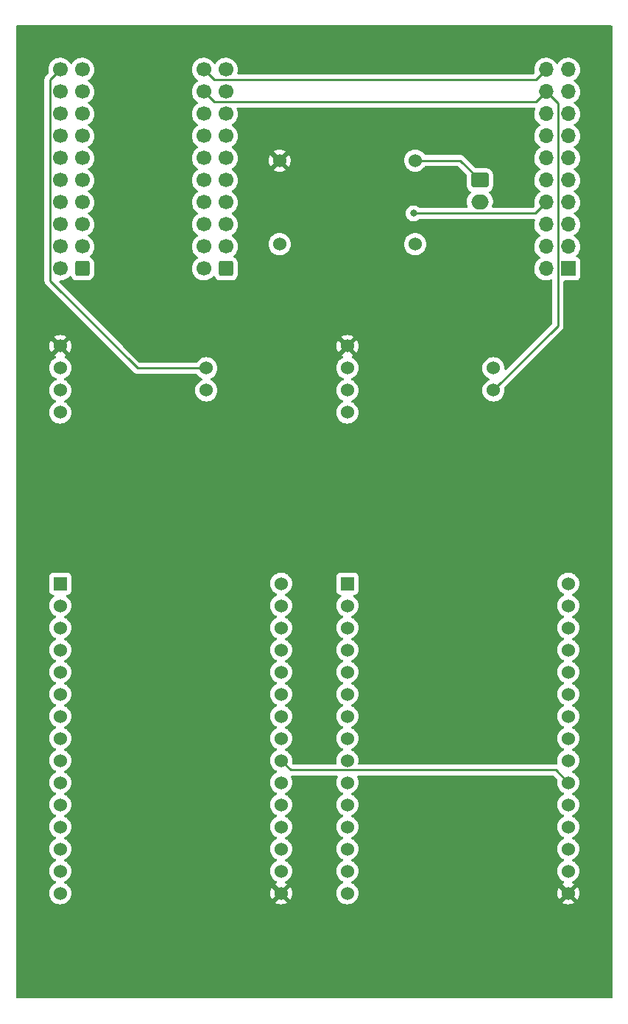
<source format=gbr>
%TF.GenerationSoftware,KiCad,Pcbnew,6.0.2+dfsg-1*%
%TF.CreationDate,2022-10-09T18:24:26+02:00*%
%TF.ProjectId,can_middle,63616e5f-6d69-4646-946c-652e6b696361,rev?*%
%TF.SameCoordinates,Original*%
%TF.FileFunction,Copper,L2,Bot*%
%TF.FilePolarity,Positive*%
%FSLAX46Y46*%
G04 Gerber Fmt 4.6, Leading zero omitted, Abs format (unit mm)*
G04 Created by KiCad (PCBNEW 6.0.2+dfsg-1) date 2022-10-09 18:24:26*
%MOMM*%
%LPD*%
G01*
G04 APERTURE LIST*
G04 Aperture macros list*
%AMRoundRect*
0 Rectangle with rounded corners*
0 $1 Rounding radius*
0 $2 $3 $4 $5 $6 $7 $8 $9 X,Y pos of 4 corners*
0 Add a 4 corners polygon primitive as box body*
4,1,4,$2,$3,$4,$5,$6,$7,$8,$9,$2,$3,0*
0 Add four circle primitives for the rounded corners*
1,1,$1+$1,$2,$3*
1,1,$1+$1,$4,$5*
1,1,$1+$1,$6,$7*
1,1,$1+$1,$8,$9*
0 Add four rect primitives between the rounded corners*
20,1,$1+$1,$2,$3,$4,$5,0*
20,1,$1+$1,$4,$5,$6,$7,0*
20,1,$1+$1,$6,$7,$8,$9,0*
20,1,$1+$1,$8,$9,$2,$3,0*%
G04 Aperture macros list end*
%TA.AperFunction,ComponentPad*%
%ADD10RoundRect,0.250000X0.600000X0.600000X-0.600000X0.600000X-0.600000X-0.600000X0.600000X-0.600000X0*%
%TD*%
%TA.AperFunction,ComponentPad*%
%ADD11C,1.700000*%
%TD*%
%TA.AperFunction,ComponentPad*%
%ADD12RoundRect,0.250000X-0.750000X0.600000X-0.750000X-0.600000X0.750000X-0.600000X0.750000X0.600000X0*%
%TD*%
%TA.AperFunction,ComponentPad*%
%ADD13O,2.000000X1.700000*%
%TD*%
%TA.AperFunction,ComponentPad*%
%ADD14C,1.524000*%
%TD*%
%TA.AperFunction,ComponentPad*%
%ADD15R,1.700000X1.700000*%
%TD*%
%TA.AperFunction,ComponentPad*%
%ADD16O,1.700000X1.700000*%
%TD*%
%TA.AperFunction,ComponentPad*%
%ADD17R,1.524000X1.524000*%
%TD*%
%TA.AperFunction,ViaPad*%
%ADD18C,0.800000*%
%TD*%
%TA.AperFunction,Conductor*%
%ADD19C,0.250000*%
%TD*%
G04 APERTURE END LIST*
D10*
%TO.P,J2,1,Pin_1*%
%TO.N,unconnected-(J2-Pad1)*%
X156215000Y-91430000D03*
D11*
%TO.P,J2,2,Pin_2*%
%TO.N,unconnected-(J2-Pad2)*%
X153675000Y-91430000D03*
%TO.P,J2,3,Pin_3*%
%TO.N,unconnected-(J2-Pad3)*%
X156215000Y-88890000D03*
%TO.P,J2,4,Pin_4*%
%TO.N,unconnected-(J2-Pad4)*%
X153675000Y-88890000D03*
%TO.P,J2,5,Pin_5*%
%TO.N,unconnected-(J2-Pad5)*%
X156215000Y-86350000D03*
%TO.P,J2,6,Pin_6*%
%TO.N,unconnected-(J2-Pad6)*%
X153675000Y-86350000D03*
%TO.P,J2,7,Pin_7*%
%TO.N,/a7*%
X156215000Y-83810000D03*
%TO.P,J2,8,Pin_8*%
%TO.N,/a17*%
X153675000Y-83810000D03*
%TO.P,J2,9,Pin_9*%
%TO.N,unconnected-(J2-Pad9)*%
X156215000Y-81270000D03*
%TO.P,J2,10,Pin_10*%
%TO.N,unconnected-(J2-Pad10)*%
X153675000Y-81270000D03*
%TO.P,J2,11,Pin_11*%
%TO.N,unconnected-(J2-Pad11)*%
X156215000Y-78730000D03*
%TO.P,J2,12,Pin_12*%
%TO.N,unconnected-(J2-Pad12)*%
X153675000Y-78730000D03*
%TO.P,J2,13,Pin_13*%
%TO.N,/a4*%
X156215000Y-76190000D03*
%TO.P,J2,14,Pin_14*%
%TO.N,unconnected-(J2-Pad14)*%
X153675000Y-76190000D03*
%TO.P,J2,15,Pin_15*%
%TO.N,/a3*%
X156215000Y-73650000D03*
%TO.P,J2,16,Pin_16*%
%TO.N,unconnected-(J2-Pad16)*%
X153675000Y-73650000D03*
%TO.P,J2,17,Pin_17*%
%TO.N,/a2*%
X156215000Y-71110000D03*
%TO.P,J2,18,Pin_18*%
%TO.N,/a12_EXT_CANL*%
X153675000Y-71110000D03*
%TO.P,J2,19,Pin_19*%
%TO.N,/a1*%
X156215000Y-68570000D03*
%TO.P,J2,20,Pin_20*%
%TO.N,/a11_EXT_CANH*%
X153675000Y-68570000D03*
%TD*%
D12*
%TO.P,J4,1,Pin_1*%
%TO.N,+12V*%
X185420000Y-81280000D03*
D13*
%TO.P,J4,2,Pin_2*%
%TO.N,GND*%
X185420000Y-83780000D03*
%TD*%
D14*
%TO.P,U1,1,TX*%
%TO.N,/MASTER_CAN_RX*%
X170180000Y-107950000D03*
%TO.P,U1,2,RX*%
%TO.N,/MASTER_CAN_TX*%
X170180000Y-105410000D03*
%TO.P,U1,3,GND*%
%TO.N,GND*%
X170173772Y-102840265D03*
%TO.P,U1,4,3.3V*%
%TO.N,+3.3V*%
X170180000Y-100330000D03*
%TO.P,U1,5,CANL*%
%TO.N,/a12_EXT_CANL*%
X186980000Y-105410000D03*
%TO.P,U1,6,CANH*%
%TO.N,/a11_EXT_CANH*%
X186980000Y-102870000D03*
%TD*%
D15*
%TO.P,J1,1,Pin_1*%
%TO.N,unconnected-(J1-Pad1)*%
X195580000Y-91430000D03*
D16*
%TO.P,J1,2,Pin_2*%
%TO.N,unconnected-(J1-Pad2)*%
X193040000Y-91430000D03*
%TO.P,J1,3,Pin_3*%
%TO.N,unconnected-(J1-Pad3)*%
X195580000Y-88890000D03*
%TO.P,J1,4,Pin_4*%
%TO.N,unconnected-(J1-Pad4)*%
X193040000Y-88890000D03*
%TO.P,J1,5,Pin_5*%
%TO.N,unconnected-(J1-Pad5)*%
X195580000Y-86350000D03*
%TO.P,J1,6,Pin_6*%
%TO.N,unconnected-(J1-Pad6)*%
X193040000Y-86350000D03*
%TO.P,J1,7,Pin_7*%
%TO.N,/a7*%
X195580000Y-83810000D03*
%TO.P,J1,8,Pin_8*%
%TO.N,/a17*%
X193040000Y-83810000D03*
%TO.P,J1,9,Pin_9*%
%TO.N,unconnected-(J1-Pad9)*%
X195580000Y-81270000D03*
%TO.P,J1,10,Pin_10*%
%TO.N,unconnected-(J1-Pad10)*%
X193040000Y-81270000D03*
%TO.P,J1,11,Pin_11*%
%TO.N,unconnected-(J1-Pad11)*%
X195580000Y-78730000D03*
%TO.P,J1,12,Pin_12*%
%TO.N,unconnected-(J1-Pad12)*%
X193040000Y-78730000D03*
%TO.P,J1,13,Pin_13*%
%TO.N,/a4*%
X195580000Y-76190000D03*
%TO.P,J1,14,Pin_14*%
%TO.N,unconnected-(J1-Pad14)*%
X193040000Y-76190000D03*
%TO.P,J1,15,Pin_15*%
%TO.N,/a3*%
X195580000Y-73650000D03*
%TO.P,J1,16,Pin_16*%
%TO.N,unconnected-(J1-Pad16)*%
X193040000Y-73650000D03*
%TO.P,J1,17,Pin_17*%
%TO.N,/a2*%
X195580000Y-71110000D03*
%TO.P,J1,18,Pin_18*%
%TO.N,/a12_EXT_CANL*%
X193040000Y-71110000D03*
%TO.P,J1,19,Pin_19*%
%TO.N,/a1*%
X195580000Y-68570000D03*
%TO.P,J1,20,Pin_20*%
%TO.N,/a11_EXT_CANH*%
X193040000Y-68570000D03*
%TD*%
D14*
%TO.P,U5,4,OUT+*%
%TO.N,+3.3V*%
X162380000Y-79020000D03*
%TO.P,U5,3,IN+*%
%TO.N,+12V*%
X177980000Y-79020000D03*
%TO.P,U5,2,IN-*%
%TO.N,GND*%
X177980000Y-88620000D03*
%TO.P,U5,1,OUT-*%
X162380000Y-88620000D03*
%TD*%
D17*
%TO.P,U4,1,EN*%
%TO.N,unconnected-(U4-Pad1)*%
X137160000Y-127610000D03*
D14*
%TO.P,U4,2,SENSOR_VP*%
%TO.N,unconnected-(U4-Pad2)*%
X137160000Y-130150000D03*
%TO.P,U4,3,SENSOR_VN*%
%TO.N,unconnected-(U4-Pad3)*%
X137160000Y-132690000D03*
%TO.P,U4,4,IO34*%
%TO.N,unconnected-(U4-Pad4)*%
X137160000Y-135230000D03*
%TO.P,U4,5,IO35*%
%TO.N,unconnected-(U4-Pad5)*%
X137160000Y-137770000D03*
%TO.P,U4,6,IO32*%
%TO.N,unconnected-(U4-Pad6)*%
X137160000Y-140310000D03*
%TO.P,U4,7,IO33*%
%TO.N,unconnected-(U4-Pad7)*%
X137160000Y-142850000D03*
%TO.P,U4,8,IO25*%
%TO.N,/SLAVE_CAN_RX*%
X137160000Y-145390000D03*
%TO.P,U4,9,IO26*%
%TO.N,/SLAVE_CAN_TX*%
X137160000Y-147930000D03*
%TO.P,U4,10,IO27*%
%TO.N,unconnected-(U4-Pad10)*%
X137160000Y-150470000D03*
%TO.P,U4,11,IO14*%
%TO.N,unconnected-(U4-Pad11)*%
X137160000Y-153010000D03*
%TO.P,U4,12,IO12*%
%TO.N,unconnected-(U4-Pad12)*%
X137160000Y-155550000D03*
%TO.P,U4,13,IO13*%
%TO.N,unconnected-(U4-Pad13)*%
X137160000Y-158090000D03*
%TO.P,U4,14,GND*%
%TO.N,GND*%
X137160000Y-160630000D03*
%TO.P,U4,15,VIN*%
%TO.N,unconnected-(U4-Pad15)*%
X137160000Y-163170000D03*
%TO.P,U4,16,3V3*%
%TO.N,+3.3V*%
X162560000Y-163170000D03*
%TO.P,U4,17,GND*%
%TO.N,GND*%
X162560000Y-160630000D03*
%TO.P,U4,18,IO15*%
%TO.N,unconnected-(U4-Pad18)*%
X162560000Y-158090000D03*
%TO.P,U4,19,IO2*%
%TO.N,unconnected-(U4-Pad19)*%
X162560000Y-155550000D03*
%TO.P,U4,20,IO4*%
%TO.N,unconnected-(U4-Pad20)*%
X162560000Y-153010000D03*
%TO.P,U4,21,RX2/IO16*%
%TO.N,/MASTER-TX*%
X162560000Y-150470000D03*
%TO.P,U4,22,TX2/IO17*%
%TO.N,/MASTER-RX*%
X162560000Y-147930000D03*
%TO.P,U4,23,IO5*%
%TO.N,unconnected-(U4-Pad23)*%
X162560000Y-145390000D03*
%TO.P,U4,24,IO18*%
%TO.N,unconnected-(U4-Pad24)*%
X162560000Y-142850000D03*
%TO.P,U4,25,IO19*%
%TO.N,unconnected-(U4-Pad25)*%
X162560000Y-140310000D03*
%TO.P,U4,26,IO21*%
%TO.N,unconnected-(U4-Pad26)*%
X162560000Y-137770000D03*
%TO.P,U4,27,RXD0/IO3*%
%TO.N,unconnected-(U4-Pad27)*%
X162560000Y-135230000D03*
%TO.P,U4,28,TXD0/IO1*%
%TO.N,unconnected-(U4-Pad28)*%
X162560000Y-132690000D03*
%TO.P,U4,29,IO22*%
%TO.N,unconnected-(U4-Pad29)*%
X162560000Y-130150000D03*
%TO.P,U4,30,IO23*%
%TO.N,unconnected-(U4-Pad30)*%
X162560000Y-127610000D03*
%TD*%
%TO.P,U2,1,TX*%
%TO.N,/SLAVE_CAN_RX*%
X137160000Y-107950000D03*
%TO.P,U2,2,RX*%
%TO.N,/SLAVE_CAN_TX*%
X137160000Y-105410000D03*
%TO.P,U2,3,GND*%
%TO.N,GND*%
X137153772Y-102840265D03*
%TO.P,U2,4,3.3V*%
%TO.N,+3.3V*%
X137160000Y-100330000D03*
%TO.P,U2,5,CANL*%
%TO.N,/b12_EXT_CANL*%
X153960000Y-105410000D03*
%TO.P,U2,6,CANH*%
%TO.N,/b11_EXT_CANH*%
X153960000Y-102870000D03*
%TD*%
D17*
%TO.P,U3,1,EN*%
%TO.N,unconnected-(U3-Pad1)*%
X170180000Y-127610000D03*
D14*
%TO.P,U3,2,SENSOR_VP*%
%TO.N,unconnected-(U3-Pad2)*%
X170180000Y-130150000D03*
%TO.P,U3,3,SENSOR_VN*%
%TO.N,unconnected-(U3-Pad3)*%
X170180000Y-132690000D03*
%TO.P,U3,4,IO34*%
%TO.N,unconnected-(U3-Pad4)*%
X170180000Y-135230000D03*
%TO.P,U3,5,IO35*%
%TO.N,unconnected-(U3-Pad5)*%
X170180000Y-137770000D03*
%TO.P,U3,6,IO32*%
%TO.N,unconnected-(U3-Pad6)*%
X170180000Y-140310000D03*
%TO.P,U3,7,IO33*%
%TO.N,unconnected-(U3-Pad7)*%
X170180000Y-142850000D03*
%TO.P,U3,8,IO25*%
%TO.N,/MASTER_CAN_RX*%
X170180000Y-145390000D03*
%TO.P,U3,9,IO26*%
%TO.N,/MASTER_CAN_TX*%
X170180000Y-147930000D03*
%TO.P,U3,10,IO27*%
%TO.N,unconnected-(U3-Pad10)*%
X170180000Y-150470000D03*
%TO.P,U3,11,IO14*%
%TO.N,unconnected-(U3-Pad11)*%
X170180000Y-153010000D03*
%TO.P,U3,12,IO12*%
%TO.N,unconnected-(U3-Pad12)*%
X170180000Y-155550000D03*
%TO.P,U3,13,IO13*%
%TO.N,unconnected-(U3-Pad13)*%
X170180000Y-158090000D03*
%TO.P,U3,14,GND*%
%TO.N,GND*%
X170180000Y-160630000D03*
%TO.P,U3,15,VIN*%
%TO.N,unconnected-(U3-Pad15)*%
X170180000Y-163170000D03*
%TO.P,U3,16,3V3*%
%TO.N,+3.3V*%
X195580000Y-163170000D03*
%TO.P,U3,17,GND*%
%TO.N,GND*%
X195580000Y-160630000D03*
%TO.P,U3,18,IO15*%
%TO.N,unconnected-(U3-Pad18)*%
X195580000Y-158090000D03*
%TO.P,U3,19,IO2*%
%TO.N,unconnected-(U3-Pad19)*%
X195580000Y-155550000D03*
%TO.P,U3,20,IO4*%
%TO.N,unconnected-(U3-Pad20)*%
X195580000Y-153010000D03*
%TO.P,U3,21,RX2/IO16*%
%TO.N,/MASTER-RX*%
X195580000Y-150470000D03*
%TO.P,U3,22,TX2/IO17*%
%TO.N,/MASTER-TX*%
X195580000Y-147930000D03*
%TO.P,U3,23,IO5*%
%TO.N,unconnected-(U3-Pad23)*%
X195580000Y-145390000D03*
%TO.P,U3,24,IO18*%
%TO.N,unconnected-(U3-Pad24)*%
X195580000Y-142850000D03*
%TO.P,U3,25,IO19*%
%TO.N,unconnected-(U3-Pad25)*%
X195580000Y-140310000D03*
%TO.P,U3,26,IO21*%
%TO.N,unconnected-(U3-Pad26)*%
X195580000Y-137770000D03*
%TO.P,U3,27,RXD0/IO3*%
%TO.N,unconnected-(U3-Pad27)*%
X195580000Y-135230000D03*
%TO.P,U3,28,TXD0/IO1*%
%TO.N,unconnected-(U3-Pad28)*%
X195580000Y-132690000D03*
%TO.P,U3,29,IO22*%
%TO.N,unconnected-(U3-Pad29)*%
X195580000Y-130150000D03*
%TO.P,U3,30,IO23*%
%TO.N,unconnected-(U3-Pad30)*%
X195580000Y-127610000D03*
%TD*%
D10*
%TO.P,J3,1,Pin_1*%
%TO.N,unconnected-(J3-Pad1)*%
X139700000Y-91430000D03*
D11*
%TO.P,J3,2,Pin_2*%
%TO.N,unconnected-(J3-Pad2)*%
X137160000Y-91430000D03*
%TO.P,J3,3,Pin_3*%
%TO.N,unconnected-(J3-Pad3)*%
X139700000Y-88890000D03*
%TO.P,J3,4,Pin_4*%
%TO.N,unconnected-(J3-Pad4)*%
X137160000Y-88890000D03*
%TO.P,J3,5,Pin_5*%
%TO.N,unconnected-(J3-Pad5)*%
X139700000Y-86350000D03*
%TO.P,J3,6,Pin_6*%
%TO.N,unconnected-(J3-Pad6)*%
X137160000Y-86350000D03*
%TO.P,J3,7,Pin_7*%
%TO.N,/a7*%
X139700000Y-83810000D03*
%TO.P,J3,8,Pin_8*%
%TO.N,/a17*%
X137160000Y-83810000D03*
%TO.P,J3,9,Pin_9*%
%TO.N,unconnected-(J3-Pad9)*%
X139700000Y-81270000D03*
%TO.P,J3,10,Pin_10*%
%TO.N,unconnected-(J3-Pad10)*%
X137160000Y-81270000D03*
%TO.P,J3,11,Pin_11*%
%TO.N,unconnected-(J3-Pad11)*%
X139700000Y-78730000D03*
%TO.P,J3,12,Pin_12*%
%TO.N,unconnected-(J3-Pad12)*%
X137160000Y-78730000D03*
%TO.P,J3,13,Pin_13*%
%TO.N,/a4*%
X139700000Y-76190000D03*
%TO.P,J3,14,Pin_14*%
%TO.N,unconnected-(J3-Pad14)*%
X137160000Y-76190000D03*
%TO.P,J3,15,Pin_15*%
%TO.N,/a3*%
X139700000Y-73650000D03*
%TO.P,J3,16,Pin_16*%
%TO.N,unconnected-(J3-Pad16)*%
X137160000Y-73650000D03*
%TO.P,J3,17,Pin_17*%
%TO.N,/a2*%
X139700000Y-71110000D03*
%TO.P,J3,18,Pin_18*%
%TO.N,/b12_EXT_CANL*%
X137160000Y-71110000D03*
%TO.P,J3,19,Pin_19*%
%TO.N,/a1*%
X139700000Y-68570000D03*
%TO.P,J3,20,Pin_20*%
%TO.N,/b11_EXT_CANH*%
X137160000Y-68570000D03*
%TD*%
D18*
%TO.N,/a17*%
X177800000Y-85090000D03*
%TD*%
D19*
%TO.N,/MASTER-RX*%
X162560000Y-147930000D02*
X163646511Y-149016511D01*
X194126511Y-149016511D02*
X195580000Y-150470000D01*
X163646511Y-149016511D02*
X194126511Y-149016511D01*
%TO.N,+12V*%
X185420000Y-81280000D02*
X183160000Y-79020000D01*
X183160000Y-79020000D02*
X177980000Y-79020000D01*
%TO.N,/a17*%
X191760000Y-85090000D02*
X177800000Y-85090000D01*
X193040000Y-83810000D02*
X191770000Y-85080000D01*
X191770000Y-85080000D02*
X191760000Y-85090000D01*
%TO.N,/a12_EXT_CANL*%
X191865489Y-72284511D02*
X193040000Y-71110000D01*
X193040000Y-71110000D02*
X194405489Y-72475489D01*
X153675000Y-71110000D02*
X154849511Y-72284511D01*
X194405489Y-97984511D02*
X186980000Y-105410000D01*
X154849511Y-72284511D02*
X191865489Y-72284511D01*
X194405489Y-72475489D02*
X194405489Y-97984511D01*
%TO.N,/a11_EXT_CANH*%
X154849511Y-69744511D02*
X191865489Y-69744511D01*
X153675000Y-68570000D02*
X154849511Y-69744511D01*
X191865489Y-69744511D02*
X193040000Y-68570000D01*
%TO.N,/b11_EXT_CANH*%
X137160000Y-68570000D02*
X135985489Y-69744511D01*
X146050000Y-102870000D02*
X153960000Y-102870000D01*
X135985489Y-92805489D02*
X146050000Y-102870000D01*
X135985489Y-69744511D02*
X135985489Y-92805489D01*
%TD*%
%TA.AperFunction,Conductor*%
%TO.N,+3.3V*%
G36*
X200602121Y-63520002D02*
G01*
X200648614Y-63573658D01*
X200660000Y-63626000D01*
X200660000Y-175134000D01*
X200639998Y-175202121D01*
X200586342Y-175248614D01*
X200534000Y-175260000D01*
X132206000Y-175260000D01*
X132137879Y-175239998D01*
X132091386Y-175186342D01*
X132080000Y-175134000D01*
X132080000Y-163170000D01*
X135884647Y-163170000D01*
X135904022Y-163391463D01*
X135961560Y-163606196D01*
X135963882Y-163611177D01*
X135963883Y-163611178D01*
X136053186Y-163802689D01*
X136053189Y-163802694D01*
X136055512Y-163807676D01*
X136058668Y-163812183D01*
X136058669Y-163812185D01*
X136095107Y-163864223D01*
X136183023Y-163989781D01*
X136340219Y-164146977D01*
X136344727Y-164150134D01*
X136344730Y-164150136D01*
X136420495Y-164203187D01*
X136522323Y-164274488D01*
X136527305Y-164276811D01*
X136527310Y-164276814D01*
X136717810Y-164365645D01*
X136723804Y-164368440D01*
X136729112Y-164369862D01*
X136729114Y-164369863D01*
X136794949Y-164387503D01*
X136938537Y-164425978D01*
X137160000Y-164445353D01*
X137381463Y-164425978D01*
X137525051Y-164387503D01*
X137590886Y-164369863D01*
X137590888Y-164369862D01*
X137596196Y-164368440D01*
X137602190Y-164365645D01*
X137792690Y-164276814D01*
X137792695Y-164276811D01*
X137797677Y-164274488D01*
X137862959Y-164228777D01*
X161865777Y-164228777D01*
X161875074Y-164240793D01*
X161918069Y-164270898D01*
X161927555Y-164276376D01*
X162118993Y-164365645D01*
X162129285Y-164369391D01*
X162333309Y-164424059D01*
X162344104Y-164425962D01*
X162554525Y-164444372D01*
X162565475Y-164444372D01*
X162775896Y-164425962D01*
X162786691Y-164424059D01*
X162990715Y-164369391D01*
X163001007Y-164365645D01*
X163192445Y-164276376D01*
X163201931Y-164270898D01*
X163245764Y-164240207D01*
X163254139Y-164229729D01*
X163247071Y-164216281D01*
X162572812Y-163542022D01*
X162558868Y-163534408D01*
X162557035Y-163534539D01*
X162550420Y-163538790D01*
X161872207Y-164217003D01*
X161865777Y-164228777D01*
X137862959Y-164228777D01*
X137899505Y-164203187D01*
X137975270Y-164150136D01*
X137975273Y-164150134D01*
X137979781Y-164146977D01*
X138136977Y-163989781D01*
X138224894Y-163864223D01*
X138261331Y-163812185D01*
X138261332Y-163812183D01*
X138264488Y-163807676D01*
X138266811Y-163802694D01*
X138266814Y-163802689D01*
X138356117Y-163611178D01*
X138356118Y-163611177D01*
X138358440Y-163606196D01*
X138415978Y-163391463D01*
X138434874Y-163175475D01*
X161285628Y-163175475D01*
X161304038Y-163385896D01*
X161305941Y-163396691D01*
X161360609Y-163600715D01*
X161364355Y-163611007D01*
X161453623Y-163802441D01*
X161459103Y-163811932D01*
X161489794Y-163855765D01*
X161500271Y-163864140D01*
X161513718Y-163857072D01*
X162187978Y-163182812D01*
X162194356Y-163171132D01*
X162924408Y-163171132D01*
X162924539Y-163172965D01*
X162928790Y-163179580D01*
X163607003Y-163857793D01*
X163618777Y-163864223D01*
X163630793Y-163854926D01*
X163660897Y-163811932D01*
X163666377Y-163802441D01*
X163755645Y-163611007D01*
X163759391Y-163600715D01*
X163814059Y-163396691D01*
X163815962Y-163385896D01*
X163834372Y-163175475D01*
X163834372Y-163164525D01*
X163815962Y-162954104D01*
X163814059Y-162943309D01*
X163759391Y-162739285D01*
X163755645Y-162728993D01*
X163666377Y-162537559D01*
X163660897Y-162528068D01*
X163630206Y-162484235D01*
X163619729Y-162475860D01*
X163606282Y-162482928D01*
X162932022Y-163157188D01*
X162924408Y-163171132D01*
X162194356Y-163171132D01*
X162195592Y-163168868D01*
X162195461Y-163167035D01*
X162191210Y-163160420D01*
X161512997Y-162482207D01*
X161501223Y-162475777D01*
X161489207Y-162485074D01*
X161459103Y-162528068D01*
X161453623Y-162537559D01*
X161364355Y-162728993D01*
X161360609Y-162739285D01*
X161305941Y-162943309D01*
X161304038Y-162954104D01*
X161285628Y-163164525D01*
X161285628Y-163175475D01*
X138434874Y-163175475D01*
X138435353Y-163170000D01*
X138415978Y-162948537D01*
X138358440Y-162733804D01*
X138356117Y-162728822D01*
X138266814Y-162537311D01*
X138266811Y-162537306D01*
X138264488Y-162532324D01*
X138261331Y-162527815D01*
X138140136Y-162354730D01*
X138140134Y-162354727D01*
X138136977Y-162350219D01*
X137979781Y-162193023D01*
X137975273Y-162189866D01*
X137975270Y-162189864D01*
X137899505Y-162136813D01*
X137797677Y-162065512D01*
X137792695Y-162063189D01*
X137792690Y-162063186D01*
X137687627Y-162014195D01*
X137634342Y-161967278D01*
X137614881Y-161899001D01*
X137635423Y-161831041D01*
X137687627Y-161785805D01*
X137792690Y-161736814D01*
X137792695Y-161736811D01*
X137797677Y-161734488D01*
X137899505Y-161663187D01*
X137975270Y-161610136D01*
X137975273Y-161610134D01*
X137979781Y-161606977D01*
X138136977Y-161449781D01*
X138264488Y-161267676D01*
X138266811Y-161262694D01*
X138266814Y-161262689D01*
X138356117Y-161071178D01*
X138356118Y-161071177D01*
X138358440Y-161066196D01*
X138415978Y-160851463D01*
X138435353Y-160630000D01*
X161284647Y-160630000D01*
X161304022Y-160851463D01*
X161361560Y-161066196D01*
X161363882Y-161071177D01*
X161363883Y-161071178D01*
X161453186Y-161262689D01*
X161453189Y-161262694D01*
X161455512Y-161267676D01*
X161583023Y-161449781D01*
X161740219Y-161606977D01*
X161744727Y-161610134D01*
X161744730Y-161610136D01*
X161820495Y-161663187D01*
X161922323Y-161734488D01*
X161927305Y-161736811D01*
X161927310Y-161736814D01*
X162032965Y-161786081D01*
X162086250Y-161832998D01*
X162105711Y-161901275D01*
X162085169Y-161969235D01*
X162032965Y-162014471D01*
X161927559Y-162063623D01*
X161918068Y-162069103D01*
X161874235Y-162099794D01*
X161865860Y-162110271D01*
X161872928Y-162123718D01*
X162547188Y-162797978D01*
X162561132Y-162805592D01*
X162562965Y-162805461D01*
X162569580Y-162801210D01*
X163247793Y-162122997D01*
X163254223Y-162111223D01*
X163244926Y-162099207D01*
X163201931Y-162069102D01*
X163192445Y-162063624D01*
X163087035Y-162014471D01*
X163033750Y-161967554D01*
X163014289Y-161899277D01*
X163034831Y-161831317D01*
X163087035Y-161786081D01*
X163192690Y-161736814D01*
X163192695Y-161736811D01*
X163197677Y-161734488D01*
X163299505Y-161663187D01*
X163375270Y-161610136D01*
X163375273Y-161610134D01*
X163379781Y-161606977D01*
X163536977Y-161449781D01*
X163664488Y-161267676D01*
X163666811Y-161262694D01*
X163666814Y-161262689D01*
X163756117Y-161071178D01*
X163756118Y-161071177D01*
X163758440Y-161066196D01*
X163815978Y-160851463D01*
X163835353Y-160630000D01*
X163815978Y-160408537D01*
X163758440Y-160193804D01*
X163756117Y-160188822D01*
X163666814Y-159997311D01*
X163666811Y-159997306D01*
X163664488Y-159992324D01*
X163536977Y-159810219D01*
X163379781Y-159653023D01*
X163375273Y-159649866D01*
X163375270Y-159649864D01*
X163299505Y-159596813D01*
X163197677Y-159525512D01*
X163192695Y-159523189D01*
X163192690Y-159523186D01*
X163087627Y-159474195D01*
X163034342Y-159427278D01*
X163014881Y-159359001D01*
X163035423Y-159291041D01*
X163087627Y-159245805D01*
X163192690Y-159196814D01*
X163192695Y-159196811D01*
X163197677Y-159194488D01*
X163299505Y-159123187D01*
X163375270Y-159070136D01*
X163375273Y-159070134D01*
X163379781Y-159066977D01*
X163536977Y-158909781D01*
X163664488Y-158727676D01*
X163666811Y-158722694D01*
X163666814Y-158722689D01*
X163756117Y-158531178D01*
X163756118Y-158531177D01*
X163758440Y-158526196D01*
X163815978Y-158311463D01*
X163835353Y-158090000D01*
X163815978Y-157868537D01*
X163758440Y-157653804D01*
X163756117Y-157648822D01*
X163666814Y-157457311D01*
X163666811Y-157457306D01*
X163664488Y-157452324D01*
X163536977Y-157270219D01*
X163379781Y-157113023D01*
X163375273Y-157109866D01*
X163375270Y-157109864D01*
X163299505Y-157056813D01*
X163197677Y-156985512D01*
X163192695Y-156983189D01*
X163192690Y-156983186D01*
X163087627Y-156934195D01*
X163034342Y-156887278D01*
X163014881Y-156819001D01*
X163035423Y-156751041D01*
X163087627Y-156705805D01*
X163192690Y-156656814D01*
X163192695Y-156656811D01*
X163197677Y-156654488D01*
X163299505Y-156583187D01*
X163375270Y-156530136D01*
X163375273Y-156530134D01*
X163379781Y-156526977D01*
X163536977Y-156369781D01*
X163664488Y-156187676D01*
X163666811Y-156182694D01*
X163666814Y-156182689D01*
X163756117Y-155991178D01*
X163756118Y-155991177D01*
X163758440Y-155986196D01*
X163815978Y-155771463D01*
X163835353Y-155550000D01*
X163815978Y-155328537D01*
X163758440Y-155113804D01*
X163756117Y-155108822D01*
X163666814Y-154917311D01*
X163666811Y-154917306D01*
X163664488Y-154912324D01*
X163536977Y-154730219D01*
X163379781Y-154573023D01*
X163375273Y-154569866D01*
X163375270Y-154569864D01*
X163299505Y-154516813D01*
X163197677Y-154445512D01*
X163192695Y-154443189D01*
X163192690Y-154443186D01*
X163087627Y-154394195D01*
X163034342Y-154347278D01*
X163014881Y-154279001D01*
X163035423Y-154211041D01*
X163087627Y-154165805D01*
X163192690Y-154116814D01*
X163192695Y-154116811D01*
X163197677Y-154114488D01*
X163299505Y-154043187D01*
X163375270Y-153990136D01*
X163375273Y-153990134D01*
X163379781Y-153986977D01*
X163536977Y-153829781D01*
X163664488Y-153647676D01*
X163666811Y-153642694D01*
X163666814Y-153642689D01*
X163756117Y-153451178D01*
X163756118Y-153451177D01*
X163758440Y-153446196D01*
X163815978Y-153231463D01*
X163835353Y-153010000D01*
X163815978Y-152788537D01*
X163758440Y-152573804D01*
X163756117Y-152568822D01*
X163666814Y-152377311D01*
X163666811Y-152377306D01*
X163664488Y-152372324D01*
X163536977Y-152190219D01*
X163379781Y-152033023D01*
X163375273Y-152029866D01*
X163375270Y-152029864D01*
X163299505Y-151976813D01*
X163197677Y-151905512D01*
X163192695Y-151903189D01*
X163192690Y-151903186D01*
X163087627Y-151854195D01*
X163034342Y-151807278D01*
X163014881Y-151739001D01*
X163035423Y-151671041D01*
X163087627Y-151625805D01*
X163192690Y-151576814D01*
X163192695Y-151576811D01*
X163197677Y-151574488D01*
X163299505Y-151503187D01*
X163375270Y-151450136D01*
X163375273Y-151450134D01*
X163379781Y-151446977D01*
X163536977Y-151289781D01*
X163664488Y-151107676D01*
X163666811Y-151102694D01*
X163666814Y-151102689D01*
X163756117Y-150911178D01*
X163756118Y-150911177D01*
X163758440Y-150906196D01*
X163815978Y-150691463D01*
X163835353Y-150470000D01*
X163815978Y-150248537D01*
X163758440Y-150033804D01*
X163664488Y-149832324D01*
X163665999Y-149831619D01*
X163651058Y-149770003D01*
X163674286Y-149702913D01*
X163730098Y-149659032D01*
X163776915Y-149650011D01*
X168963085Y-149650011D01*
X169031206Y-149670013D01*
X169077699Y-149723669D01*
X169087803Y-149793943D01*
X169074659Y-149831926D01*
X169075512Y-149832324D01*
X168981560Y-150033804D01*
X168924022Y-150248537D01*
X168904647Y-150470000D01*
X168924022Y-150691463D01*
X168981560Y-150906196D01*
X168983882Y-150911177D01*
X168983883Y-150911178D01*
X169073186Y-151102689D01*
X169073189Y-151102694D01*
X169075512Y-151107676D01*
X169203023Y-151289781D01*
X169360219Y-151446977D01*
X169364727Y-151450134D01*
X169364730Y-151450136D01*
X169440495Y-151503187D01*
X169542323Y-151574488D01*
X169547305Y-151576811D01*
X169547310Y-151576814D01*
X169652373Y-151625805D01*
X169705658Y-151672722D01*
X169725119Y-151740999D01*
X169704577Y-151808959D01*
X169652373Y-151854195D01*
X169547311Y-151903186D01*
X169547306Y-151903189D01*
X169542324Y-151905512D01*
X169537817Y-151908668D01*
X169537815Y-151908669D01*
X169364730Y-152029864D01*
X169364727Y-152029866D01*
X169360219Y-152033023D01*
X169203023Y-152190219D01*
X169075512Y-152372324D01*
X169073189Y-152377306D01*
X169073186Y-152377311D01*
X168983883Y-152568822D01*
X168981560Y-152573804D01*
X168924022Y-152788537D01*
X168904647Y-153010000D01*
X168924022Y-153231463D01*
X168981560Y-153446196D01*
X168983882Y-153451177D01*
X168983883Y-153451178D01*
X169073186Y-153642689D01*
X169073189Y-153642694D01*
X169075512Y-153647676D01*
X169203023Y-153829781D01*
X169360219Y-153986977D01*
X169364727Y-153990134D01*
X169364730Y-153990136D01*
X169440495Y-154043187D01*
X169542323Y-154114488D01*
X169547305Y-154116811D01*
X169547310Y-154116814D01*
X169652373Y-154165805D01*
X169705658Y-154212722D01*
X169725119Y-154280999D01*
X169704577Y-154348959D01*
X169652373Y-154394195D01*
X169547311Y-154443186D01*
X169547306Y-154443189D01*
X169542324Y-154445512D01*
X169537817Y-154448668D01*
X169537815Y-154448669D01*
X169364730Y-154569864D01*
X169364727Y-154569866D01*
X169360219Y-154573023D01*
X169203023Y-154730219D01*
X169075512Y-154912324D01*
X169073189Y-154917306D01*
X169073186Y-154917311D01*
X168983883Y-155108822D01*
X168981560Y-155113804D01*
X168924022Y-155328537D01*
X168904647Y-155550000D01*
X168924022Y-155771463D01*
X168981560Y-155986196D01*
X168983882Y-155991177D01*
X168983883Y-155991178D01*
X169073186Y-156182689D01*
X169073189Y-156182694D01*
X169075512Y-156187676D01*
X169203023Y-156369781D01*
X169360219Y-156526977D01*
X169364727Y-156530134D01*
X169364730Y-156530136D01*
X169440495Y-156583187D01*
X169542323Y-156654488D01*
X169547305Y-156656811D01*
X169547310Y-156656814D01*
X169652373Y-156705805D01*
X169705658Y-156752722D01*
X169725119Y-156820999D01*
X169704577Y-156888959D01*
X169652373Y-156934195D01*
X169547311Y-156983186D01*
X169547306Y-156983189D01*
X169542324Y-156985512D01*
X169537817Y-156988668D01*
X169537815Y-156988669D01*
X169364730Y-157109864D01*
X169364727Y-157109866D01*
X169360219Y-157113023D01*
X169203023Y-157270219D01*
X169075512Y-157452324D01*
X169073189Y-157457306D01*
X169073186Y-157457311D01*
X168983883Y-157648822D01*
X168981560Y-157653804D01*
X168924022Y-157868537D01*
X168904647Y-158090000D01*
X168924022Y-158311463D01*
X168981560Y-158526196D01*
X168983882Y-158531177D01*
X168983883Y-158531178D01*
X169073186Y-158722689D01*
X169073189Y-158722694D01*
X169075512Y-158727676D01*
X169203023Y-158909781D01*
X169360219Y-159066977D01*
X169364727Y-159070134D01*
X169364730Y-159070136D01*
X169440495Y-159123187D01*
X169542323Y-159194488D01*
X169547305Y-159196811D01*
X169547310Y-159196814D01*
X169652373Y-159245805D01*
X169705658Y-159292722D01*
X169725119Y-159360999D01*
X169704577Y-159428959D01*
X169652373Y-159474195D01*
X169547311Y-159523186D01*
X169547306Y-159523189D01*
X169542324Y-159525512D01*
X169537817Y-159528668D01*
X169537815Y-159528669D01*
X169364730Y-159649864D01*
X169364727Y-159649866D01*
X169360219Y-159653023D01*
X169203023Y-159810219D01*
X169075512Y-159992324D01*
X169073189Y-159997306D01*
X169073186Y-159997311D01*
X168983883Y-160188822D01*
X168981560Y-160193804D01*
X168924022Y-160408537D01*
X168904647Y-160630000D01*
X168924022Y-160851463D01*
X168981560Y-161066196D01*
X168983882Y-161071177D01*
X168983883Y-161071178D01*
X169073186Y-161262689D01*
X169073189Y-161262694D01*
X169075512Y-161267676D01*
X169203023Y-161449781D01*
X169360219Y-161606977D01*
X169364727Y-161610134D01*
X169364730Y-161610136D01*
X169440495Y-161663187D01*
X169542323Y-161734488D01*
X169547305Y-161736811D01*
X169547310Y-161736814D01*
X169652373Y-161785805D01*
X169705658Y-161832722D01*
X169725119Y-161900999D01*
X169704577Y-161968959D01*
X169652373Y-162014195D01*
X169547311Y-162063186D01*
X169547306Y-162063189D01*
X169542324Y-162065512D01*
X169537817Y-162068668D01*
X169537815Y-162068669D01*
X169364730Y-162189864D01*
X169364727Y-162189866D01*
X169360219Y-162193023D01*
X169203023Y-162350219D01*
X169199866Y-162354727D01*
X169199864Y-162354730D01*
X169078669Y-162527815D01*
X169075512Y-162532324D01*
X169073189Y-162537306D01*
X169073186Y-162537311D01*
X168983883Y-162728822D01*
X168981560Y-162733804D01*
X168924022Y-162948537D01*
X168904647Y-163170000D01*
X168924022Y-163391463D01*
X168981560Y-163606196D01*
X168983882Y-163611177D01*
X168983883Y-163611178D01*
X169073186Y-163802689D01*
X169073189Y-163802694D01*
X169075512Y-163807676D01*
X169078668Y-163812183D01*
X169078669Y-163812185D01*
X169115107Y-163864223D01*
X169203023Y-163989781D01*
X169360219Y-164146977D01*
X169364727Y-164150134D01*
X169364730Y-164150136D01*
X169440495Y-164203187D01*
X169542323Y-164274488D01*
X169547305Y-164276811D01*
X169547310Y-164276814D01*
X169737810Y-164365645D01*
X169743804Y-164368440D01*
X169749112Y-164369862D01*
X169749114Y-164369863D01*
X169814949Y-164387503D01*
X169958537Y-164425978D01*
X170180000Y-164445353D01*
X170401463Y-164425978D01*
X170545051Y-164387503D01*
X170610886Y-164369863D01*
X170610888Y-164369862D01*
X170616196Y-164368440D01*
X170622190Y-164365645D01*
X170812690Y-164276814D01*
X170812695Y-164276811D01*
X170817677Y-164274488D01*
X170882959Y-164228777D01*
X194885777Y-164228777D01*
X194895074Y-164240793D01*
X194938069Y-164270898D01*
X194947555Y-164276376D01*
X195138993Y-164365645D01*
X195149285Y-164369391D01*
X195353309Y-164424059D01*
X195364104Y-164425962D01*
X195574525Y-164444372D01*
X195585475Y-164444372D01*
X195795896Y-164425962D01*
X195806691Y-164424059D01*
X196010715Y-164369391D01*
X196021007Y-164365645D01*
X196212445Y-164276376D01*
X196221931Y-164270898D01*
X196265764Y-164240207D01*
X196274139Y-164229729D01*
X196267071Y-164216281D01*
X195592812Y-163542022D01*
X195578868Y-163534408D01*
X195577035Y-163534539D01*
X195570420Y-163538790D01*
X194892207Y-164217003D01*
X194885777Y-164228777D01*
X170882959Y-164228777D01*
X170919505Y-164203187D01*
X170995270Y-164150136D01*
X170995273Y-164150134D01*
X170999781Y-164146977D01*
X171156977Y-163989781D01*
X171244894Y-163864223D01*
X171281331Y-163812185D01*
X171281332Y-163812183D01*
X171284488Y-163807676D01*
X171286811Y-163802694D01*
X171286814Y-163802689D01*
X171376117Y-163611178D01*
X171376118Y-163611177D01*
X171378440Y-163606196D01*
X171435978Y-163391463D01*
X171454874Y-163175475D01*
X194305628Y-163175475D01*
X194324038Y-163385896D01*
X194325941Y-163396691D01*
X194380609Y-163600715D01*
X194384355Y-163611007D01*
X194473623Y-163802441D01*
X194479103Y-163811932D01*
X194509794Y-163855765D01*
X194520271Y-163864140D01*
X194533718Y-163857072D01*
X195207978Y-163182812D01*
X195214356Y-163171132D01*
X195944408Y-163171132D01*
X195944539Y-163172965D01*
X195948790Y-163179580D01*
X196627003Y-163857793D01*
X196638777Y-163864223D01*
X196650793Y-163854926D01*
X196680897Y-163811932D01*
X196686377Y-163802441D01*
X196775645Y-163611007D01*
X196779391Y-163600715D01*
X196834059Y-163396691D01*
X196835962Y-163385896D01*
X196854372Y-163175475D01*
X196854372Y-163164525D01*
X196835962Y-162954104D01*
X196834059Y-162943309D01*
X196779391Y-162739285D01*
X196775645Y-162728993D01*
X196686377Y-162537559D01*
X196680897Y-162528068D01*
X196650206Y-162484235D01*
X196639729Y-162475860D01*
X196626282Y-162482928D01*
X195952022Y-163157188D01*
X195944408Y-163171132D01*
X195214356Y-163171132D01*
X195215592Y-163168868D01*
X195215461Y-163167035D01*
X195211210Y-163160420D01*
X194532997Y-162482207D01*
X194521223Y-162475777D01*
X194509207Y-162485074D01*
X194479103Y-162528068D01*
X194473623Y-162537559D01*
X194384355Y-162728993D01*
X194380609Y-162739285D01*
X194325941Y-162943309D01*
X194324038Y-162954104D01*
X194305628Y-163164525D01*
X194305628Y-163175475D01*
X171454874Y-163175475D01*
X171455353Y-163170000D01*
X171435978Y-162948537D01*
X171378440Y-162733804D01*
X171376117Y-162728822D01*
X171286814Y-162537311D01*
X171286811Y-162537306D01*
X171284488Y-162532324D01*
X171281331Y-162527815D01*
X171160136Y-162354730D01*
X171160134Y-162354727D01*
X171156977Y-162350219D01*
X170999781Y-162193023D01*
X170995273Y-162189866D01*
X170995270Y-162189864D01*
X170919505Y-162136813D01*
X170817677Y-162065512D01*
X170812695Y-162063189D01*
X170812690Y-162063186D01*
X170707627Y-162014195D01*
X170654342Y-161967278D01*
X170634881Y-161899001D01*
X170655423Y-161831041D01*
X170707627Y-161785805D01*
X170812690Y-161736814D01*
X170812695Y-161736811D01*
X170817677Y-161734488D01*
X170919505Y-161663187D01*
X170995270Y-161610136D01*
X170995273Y-161610134D01*
X170999781Y-161606977D01*
X171156977Y-161449781D01*
X171284488Y-161267676D01*
X171286811Y-161262694D01*
X171286814Y-161262689D01*
X171376117Y-161071178D01*
X171376118Y-161071177D01*
X171378440Y-161066196D01*
X171435978Y-160851463D01*
X171455353Y-160630000D01*
X171435978Y-160408537D01*
X171378440Y-160193804D01*
X171376117Y-160188822D01*
X171286814Y-159997311D01*
X171286811Y-159997306D01*
X171284488Y-159992324D01*
X171156977Y-159810219D01*
X170999781Y-159653023D01*
X170995273Y-159649866D01*
X170995270Y-159649864D01*
X170919505Y-159596813D01*
X170817677Y-159525512D01*
X170812695Y-159523189D01*
X170812690Y-159523186D01*
X170707627Y-159474195D01*
X170654342Y-159427278D01*
X170634881Y-159359001D01*
X170655423Y-159291041D01*
X170707627Y-159245805D01*
X170812690Y-159196814D01*
X170812695Y-159196811D01*
X170817677Y-159194488D01*
X170919505Y-159123187D01*
X170995270Y-159070136D01*
X170995273Y-159070134D01*
X170999781Y-159066977D01*
X171156977Y-158909781D01*
X171284488Y-158727676D01*
X171286811Y-158722694D01*
X171286814Y-158722689D01*
X171376117Y-158531178D01*
X171376118Y-158531177D01*
X171378440Y-158526196D01*
X171435978Y-158311463D01*
X171455353Y-158090000D01*
X171435978Y-157868537D01*
X171378440Y-157653804D01*
X171376117Y-157648822D01*
X171286814Y-157457311D01*
X171286811Y-157457306D01*
X171284488Y-157452324D01*
X171156977Y-157270219D01*
X170999781Y-157113023D01*
X170995273Y-157109866D01*
X170995270Y-157109864D01*
X170919505Y-157056813D01*
X170817677Y-156985512D01*
X170812695Y-156983189D01*
X170812690Y-156983186D01*
X170707627Y-156934195D01*
X170654342Y-156887278D01*
X170634881Y-156819001D01*
X170655423Y-156751041D01*
X170707627Y-156705805D01*
X170812690Y-156656814D01*
X170812695Y-156656811D01*
X170817677Y-156654488D01*
X170919505Y-156583187D01*
X170995270Y-156530136D01*
X170995273Y-156530134D01*
X170999781Y-156526977D01*
X171156977Y-156369781D01*
X171284488Y-156187676D01*
X171286811Y-156182694D01*
X171286814Y-156182689D01*
X171376117Y-155991178D01*
X171376118Y-155991177D01*
X171378440Y-155986196D01*
X171435978Y-155771463D01*
X171455353Y-155550000D01*
X171435978Y-155328537D01*
X171378440Y-155113804D01*
X171376117Y-155108822D01*
X171286814Y-154917311D01*
X171286811Y-154917306D01*
X171284488Y-154912324D01*
X171156977Y-154730219D01*
X170999781Y-154573023D01*
X170995273Y-154569866D01*
X170995270Y-154569864D01*
X170919505Y-154516813D01*
X170817677Y-154445512D01*
X170812695Y-154443189D01*
X170812690Y-154443186D01*
X170707627Y-154394195D01*
X170654342Y-154347278D01*
X170634881Y-154279001D01*
X170655423Y-154211041D01*
X170707627Y-154165805D01*
X170812690Y-154116814D01*
X170812695Y-154116811D01*
X170817677Y-154114488D01*
X170919505Y-154043187D01*
X170995270Y-153990136D01*
X170995273Y-153990134D01*
X170999781Y-153986977D01*
X171156977Y-153829781D01*
X171284488Y-153647676D01*
X171286811Y-153642694D01*
X171286814Y-153642689D01*
X171376117Y-153451178D01*
X171376118Y-153451177D01*
X171378440Y-153446196D01*
X171435978Y-153231463D01*
X171455353Y-153010000D01*
X171435978Y-152788537D01*
X171378440Y-152573804D01*
X171376117Y-152568822D01*
X171286814Y-152377311D01*
X171286811Y-152377306D01*
X171284488Y-152372324D01*
X171156977Y-152190219D01*
X170999781Y-152033023D01*
X170995273Y-152029866D01*
X170995270Y-152029864D01*
X170919505Y-151976813D01*
X170817677Y-151905512D01*
X170812695Y-151903189D01*
X170812690Y-151903186D01*
X170707627Y-151854195D01*
X170654342Y-151807278D01*
X170634881Y-151739001D01*
X170655423Y-151671041D01*
X170707627Y-151625805D01*
X170812690Y-151576814D01*
X170812695Y-151576811D01*
X170817677Y-151574488D01*
X170919505Y-151503187D01*
X170995270Y-151450136D01*
X170995273Y-151450134D01*
X170999781Y-151446977D01*
X171156977Y-151289781D01*
X171284488Y-151107676D01*
X171286811Y-151102694D01*
X171286814Y-151102689D01*
X171376117Y-150911178D01*
X171376118Y-150911177D01*
X171378440Y-150906196D01*
X171435978Y-150691463D01*
X171455353Y-150470000D01*
X171435978Y-150248537D01*
X171378440Y-150033804D01*
X171284488Y-149832324D01*
X171285999Y-149831619D01*
X171271058Y-149770003D01*
X171294286Y-149702913D01*
X171350098Y-149659032D01*
X171396915Y-149650011D01*
X193811916Y-149650011D01*
X193880037Y-149670013D01*
X193901012Y-149686916D01*
X194301875Y-150087780D01*
X194335900Y-150150092D01*
X194334485Y-150209488D01*
X194325446Y-150243220D01*
X194325445Y-150243228D01*
X194324022Y-150248537D01*
X194304647Y-150470000D01*
X194324022Y-150691463D01*
X194381560Y-150906196D01*
X194383882Y-150911177D01*
X194383883Y-150911178D01*
X194473186Y-151102689D01*
X194473189Y-151102694D01*
X194475512Y-151107676D01*
X194603023Y-151289781D01*
X194760219Y-151446977D01*
X194764727Y-151450134D01*
X194764730Y-151450136D01*
X194840495Y-151503187D01*
X194942323Y-151574488D01*
X194947305Y-151576811D01*
X194947310Y-151576814D01*
X195052373Y-151625805D01*
X195105658Y-151672722D01*
X195125119Y-151740999D01*
X195104577Y-151808959D01*
X195052373Y-151854195D01*
X194947311Y-151903186D01*
X194947306Y-151903189D01*
X194942324Y-151905512D01*
X194937817Y-151908668D01*
X194937815Y-151908669D01*
X194764730Y-152029864D01*
X194764727Y-152029866D01*
X194760219Y-152033023D01*
X194603023Y-152190219D01*
X194475512Y-152372324D01*
X194473189Y-152377306D01*
X194473186Y-152377311D01*
X194383883Y-152568822D01*
X194381560Y-152573804D01*
X194324022Y-152788537D01*
X194304647Y-153010000D01*
X194324022Y-153231463D01*
X194381560Y-153446196D01*
X194383882Y-153451177D01*
X194383883Y-153451178D01*
X194473186Y-153642689D01*
X194473189Y-153642694D01*
X194475512Y-153647676D01*
X194603023Y-153829781D01*
X194760219Y-153986977D01*
X194764727Y-153990134D01*
X194764730Y-153990136D01*
X194840495Y-154043187D01*
X194942323Y-154114488D01*
X194947305Y-154116811D01*
X194947310Y-154116814D01*
X195052373Y-154165805D01*
X195105658Y-154212722D01*
X195125119Y-154280999D01*
X195104577Y-154348959D01*
X195052373Y-154394195D01*
X194947311Y-154443186D01*
X194947306Y-154443189D01*
X194942324Y-154445512D01*
X194937817Y-154448668D01*
X194937815Y-154448669D01*
X194764730Y-154569864D01*
X194764727Y-154569866D01*
X194760219Y-154573023D01*
X194603023Y-154730219D01*
X194475512Y-154912324D01*
X194473189Y-154917306D01*
X194473186Y-154917311D01*
X194383883Y-155108822D01*
X194381560Y-155113804D01*
X194324022Y-155328537D01*
X194304647Y-155550000D01*
X194324022Y-155771463D01*
X194381560Y-155986196D01*
X194383882Y-155991177D01*
X194383883Y-155991178D01*
X194473186Y-156182689D01*
X194473189Y-156182694D01*
X194475512Y-156187676D01*
X194603023Y-156369781D01*
X194760219Y-156526977D01*
X194764727Y-156530134D01*
X194764730Y-156530136D01*
X194840495Y-156583187D01*
X194942323Y-156654488D01*
X194947305Y-156656811D01*
X194947310Y-156656814D01*
X195052373Y-156705805D01*
X195105658Y-156752722D01*
X195125119Y-156820999D01*
X195104577Y-156888959D01*
X195052373Y-156934195D01*
X194947311Y-156983186D01*
X194947306Y-156983189D01*
X194942324Y-156985512D01*
X194937817Y-156988668D01*
X194937815Y-156988669D01*
X194764730Y-157109864D01*
X194764727Y-157109866D01*
X194760219Y-157113023D01*
X194603023Y-157270219D01*
X194475512Y-157452324D01*
X194473189Y-157457306D01*
X194473186Y-157457311D01*
X194383883Y-157648822D01*
X194381560Y-157653804D01*
X194324022Y-157868537D01*
X194304647Y-158090000D01*
X194324022Y-158311463D01*
X194381560Y-158526196D01*
X194383882Y-158531177D01*
X194383883Y-158531178D01*
X194473186Y-158722689D01*
X194473189Y-158722694D01*
X194475512Y-158727676D01*
X194603023Y-158909781D01*
X194760219Y-159066977D01*
X194764727Y-159070134D01*
X194764730Y-159070136D01*
X194840495Y-159123187D01*
X194942323Y-159194488D01*
X194947305Y-159196811D01*
X194947310Y-159196814D01*
X195052373Y-159245805D01*
X195105658Y-159292722D01*
X195125119Y-159360999D01*
X195104577Y-159428959D01*
X195052373Y-159474195D01*
X194947311Y-159523186D01*
X194947306Y-159523189D01*
X194942324Y-159525512D01*
X194937817Y-159528668D01*
X194937815Y-159528669D01*
X194764730Y-159649864D01*
X194764727Y-159649866D01*
X194760219Y-159653023D01*
X194603023Y-159810219D01*
X194475512Y-159992324D01*
X194473189Y-159997306D01*
X194473186Y-159997311D01*
X194383883Y-160188822D01*
X194381560Y-160193804D01*
X194324022Y-160408537D01*
X194304647Y-160630000D01*
X194324022Y-160851463D01*
X194381560Y-161066196D01*
X194383882Y-161071177D01*
X194383883Y-161071178D01*
X194473186Y-161262689D01*
X194473189Y-161262694D01*
X194475512Y-161267676D01*
X194603023Y-161449781D01*
X194760219Y-161606977D01*
X194764727Y-161610134D01*
X194764730Y-161610136D01*
X194840495Y-161663187D01*
X194942323Y-161734488D01*
X194947305Y-161736811D01*
X194947310Y-161736814D01*
X195052965Y-161786081D01*
X195106250Y-161832998D01*
X195125711Y-161901275D01*
X195105169Y-161969235D01*
X195052965Y-162014471D01*
X194947559Y-162063623D01*
X194938068Y-162069103D01*
X194894235Y-162099794D01*
X194885860Y-162110271D01*
X194892928Y-162123718D01*
X195567188Y-162797978D01*
X195581132Y-162805592D01*
X195582965Y-162805461D01*
X195589580Y-162801210D01*
X196267793Y-162122997D01*
X196274223Y-162111223D01*
X196264926Y-162099207D01*
X196221931Y-162069102D01*
X196212445Y-162063624D01*
X196107035Y-162014471D01*
X196053750Y-161967554D01*
X196034289Y-161899277D01*
X196054831Y-161831317D01*
X196107035Y-161786081D01*
X196212690Y-161736814D01*
X196212695Y-161736811D01*
X196217677Y-161734488D01*
X196319505Y-161663187D01*
X196395270Y-161610136D01*
X196395273Y-161610134D01*
X196399781Y-161606977D01*
X196556977Y-161449781D01*
X196684488Y-161267676D01*
X196686811Y-161262694D01*
X196686814Y-161262689D01*
X196776117Y-161071178D01*
X196776118Y-161071177D01*
X196778440Y-161066196D01*
X196835978Y-160851463D01*
X196855353Y-160630000D01*
X196835978Y-160408537D01*
X196778440Y-160193804D01*
X196776117Y-160188822D01*
X196686814Y-159997311D01*
X196686811Y-159997306D01*
X196684488Y-159992324D01*
X196556977Y-159810219D01*
X196399781Y-159653023D01*
X196395273Y-159649866D01*
X196395270Y-159649864D01*
X196319505Y-159596813D01*
X196217677Y-159525512D01*
X196212695Y-159523189D01*
X196212690Y-159523186D01*
X196107627Y-159474195D01*
X196054342Y-159427278D01*
X196034881Y-159359001D01*
X196055423Y-159291041D01*
X196107627Y-159245805D01*
X196212690Y-159196814D01*
X196212695Y-159196811D01*
X196217677Y-159194488D01*
X196319505Y-159123187D01*
X196395270Y-159070136D01*
X196395273Y-159070134D01*
X196399781Y-159066977D01*
X196556977Y-158909781D01*
X196684488Y-158727676D01*
X196686811Y-158722694D01*
X196686814Y-158722689D01*
X196776117Y-158531178D01*
X196776118Y-158531177D01*
X196778440Y-158526196D01*
X196835978Y-158311463D01*
X196855353Y-158090000D01*
X196835978Y-157868537D01*
X196778440Y-157653804D01*
X196776117Y-157648822D01*
X196686814Y-157457311D01*
X196686811Y-157457306D01*
X196684488Y-157452324D01*
X196556977Y-157270219D01*
X196399781Y-157113023D01*
X196395273Y-157109866D01*
X196395270Y-157109864D01*
X196319505Y-157056813D01*
X196217677Y-156985512D01*
X196212695Y-156983189D01*
X196212690Y-156983186D01*
X196107627Y-156934195D01*
X196054342Y-156887278D01*
X196034881Y-156819001D01*
X196055423Y-156751041D01*
X196107627Y-156705805D01*
X196212690Y-156656814D01*
X196212695Y-156656811D01*
X196217677Y-156654488D01*
X196319505Y-156583187D01*
X196395270Y-156530136D01*
X196395273Y-156530134D01*
X196399781Y-156526977D01*
X196556977Y-156369781D01*
X196684488Y-156187676D01*
X196686811Y-156182694D01*
X196686814Y-156182689D01*
X196776117Y-155991178D01*
X196776118Y-155991177D01*
X196778440Y-155986196D01*
X196835978Y-155771463D01*
X196855353Y-155550000D01*
X196835978Y-155328537D01*
X196778440Y-155113804D01*
X196776117Y-155108822D01*
X196686814Y-154917311D01*
X196686811Y-154917306D01*
X196684488Y-154912324D01*
X196556977Y-154730219D01*
X196399781Y-154573023D01*
X196395273Y-154569866D01*
X196395270Y-154569864D01*
X196319505Y-154516813D01*
X196217677Y-154445512D01*
X196212695Y-154443189D01*
X196212690Y-154443186D01*
X196107627Y-154394195D01*
X196054342Y-154347278D01*
X196034881Y-154279001D01*
X196055423Y-154211041D01*
X196107627Y-154165805D01*
X196212690Y-154116814D01*
X196212695Y-154116811D01*
X196217677Y-154114488D01*
X196319505Y-154043187D01*
X196395270Y-153990136D01*
X196395273Y-153990134D01*
X196399781Y-153986977D01*
X196556977Y-153829781D01*
X196684488Y-153647676D01*
X196686811Y-153642694D01*
X196686814Y-153642689D01*
X196776117Y-153451178D01*
X196776118Y-153451177D01*
X196778440Y-153446196D01*
X196835978Y-153231463D01*
X196855353Y-153010000D01*
X196835978Y-152788537D01*
X196778440Y-152573804D01*
X196776117Y-152568822D01*
X196686814Y-152377311D01*
X196686811Y-152377306D01*
X196684488Y-152372324D01*
X196556977Y-152190219D01*
X196399781Y-152033023D01*
X196395273Y-152029866D01*
X196395270Y-152029864D01*
X196319505Y-151976813D01*
X196217677Y-151905512D01*
X196212695Y-151903189D01*
X196212690Y-151903186D01*
X196107627Y-151854195D01*
X196054342Y-151807278D01*
X196034881Y-151739001D01*
X196055423Y-151671041D01*
X196107627Y-151625805D01*
X196212690Y-151576814D01*
X196212695Y-151576811D01*
X196217677Y-151574488D01*
X196319505Y-151503187D01*
X196395270Y-151450136D01*
X196395273Y-151450134D01*
X196399781Y-151446977D01*
X196556977Y-151289781D01*
X196684488Y-151107676D01*
X196686811Y-151102694D01*
X196686814Y-151102689D01*
X196776117Y-150911178D01*
X196776118Y-150911177D01*
X196778440Y-150906196D01*
X196835978Y-150691463D01*
X196855353Y-150470000D01*
X196835978Y-150248537D01*
X196778440Y-150033804D01*
X196776117Y-150028822D01*
X196686814Y-149837311D01*
X196686811Y-149837306D01*
X196684488Y-149832324D01*
X196681331Y-149827815D01*
X196560136Y-149654730D01*
X196560134Y-149654727D01*
X196556977Y-149650219D01*
X196399781Y-149493023D01*
X196395273Y-149489866D01*
X196395270Y-149489864D01*
X196319505Y-149436813D01*
X196217677Y-149365512D01*
X196212695Y-149363189D01*
X196212690Y-149363186D01*
X196107627Y-149314195D01*
X196054342Y-149267278D01*
X196034881Y-149199001D01*
X196055423Y-149131041D01*
X196107627Y-149085805D01*
X196212690Y-149036814D01*
X196212695Y-149036811D01*
X196217677Y-149034488D01*
X196319505Y-148963187D01*
X196395270Y-148910136D01*
X196395273Y-148910134D01*
X196399781Y-148906977D01*
X196556977Y-148749781D01*
X196684488Y-148567676D01*
X196686811Y-148562694D01*
X196686814Y-148562689D01*
X196776117Y-148371178D01*
X196776118Y-148371177D01*
X196778440Y-148366196D01*
X196835978Y-148151463D01*
X196855353Y-147930000D01*
X196835978Y-147708537D01*
X196778440Y-147493804D01*
X196776117Y-147488822D01*
X196686814Y-147297311D01*
X196686811Y-147297306D01*
X196684488Y-147292324D01*
X196556977Y-147110219D01*
X196399781Y-146953023D01*
X196395273Y-146949866D01*
X196395270Y-146949864D01*
X196319505Y-146896813D01*
X196217677Y-146825512D01*
X196212695Y-146823189D01*
X196212690Y-146823186D01*
X196107627Y-146774195D01*
X196054342Y-146727278D01*
X196034881Y-146659001D01*
X196055423Y-146591041D01*
X196107627Y-146545805D01*
X196212690Y-146496814D01*
X196212695Y-146496811D01*
X196217677Y-146494488D01*
X196319505Y-146423187D01*
X196395270Y-146370136D01*
X196395273Y-146370134D01*
X196399781Y-146366977D01*
X196556977Y-146209781D01*
X196684488Y-146027676D01*
X196686811Y-146022694D01*
X196686814Y-146022689D01*
X196776117Y-145831178D01*
X196776118Y-145831177D01*
X196778440Y-145826196D01*
X196835978Y-145611463D01*
X196855353Y-145390000D01*
X196835978Y-145168537D01*
X196778440Y-144953804D01*
X196776117Y-144948822D01*
X196686814Y-144757311D01*
X196686811Y-144757306D01*
X196684488Y-144752324D01*
X196556977Y-144570219D01*
X196399781Y-144413023D01*
X196395273Y-144409866D01*
X196395270Y-144409864D01*
X196319505Y-144356813D01*
X196217677Y-144285512D01*
X196212695Y-144283189D01*
X196212690Y-144283186D01*
X196107627Y-144234195D01*
X196054342Y-144187278D01*
X196034881Y-144119001D01*
X196055423Y-144051041D01*
X196107627Y-144005805D01*
X196212690Y-143956814D01*
X196212695Y-143956811D01*
X196217677Y-143954488D01*
X196319505Y-143883187D01*
X196395270Y-143830136D01*
X196395273Y-143830134D01*
X196399781Y-143826977D01*
X196556977Y-143669781D01*
X196684488Y-143487676D01*
X196686811Y-143482694D01*
X196686814Y-143482689D01*
X196776117Y-143291178D01*
X196776118Y-143291177D01*
X196778440Y-143286196D01*
X196835978Y-143071463D01*
X196855353Y-142850000D01*
X196835978Y-142628537D01*
X196778440Y-142413804D01*
X196776117Y-142408822D01*
X196686814Y-142217311D01*
X196686811Y-142217306D01*
X196684488Y-142212324D01*
X196556977Y-142030219D01*
X196399781Y-141873023D01*
X196395273Y-141869866D01*
X196395270Y-141869864D01*
X196319505Y-141816813D01*
X196217677Y-141745512D01*
X196212695Y-141743189D01*
X196212690Y-141743186D01*
X196107627Y-141694195D01*
X196054342Y-141647278D01*
X196034881Y-141579001D01*
X196055423Y-141511041D01*
X196107627Y-141465805D01*
X196212690Y-141416814D01*
X196212695Y-141416811D01*
X196217677Y-141414488D01*
X196319505Y-141343187D01*
X196395270Y-141290136D01*
X196395273Y-141290134D01*
X196399781Y-141286977D01*
X196556977Y-141129781D01*
X196684488Y-140947676D01*
X196686811Y-140942694D01*
X196686814Y-140942689D01*
X196776117Y-140751178D01*
X196776118Y-140751177D01*
X196778440Y-140746196D01*
X196835978Y-140531463D01*
X196855353Y-140310000D01*
X196835978Y-140088537D01*
X196778440Y-139873804D01*
X196776117Y-139868822D01*
X196686814Y-139677311D01*
X196686811Y-139677306D01*
X196684488Y-139672324D01*
X196556977Y-139490219D01*
X196399781Y-139333023D01*
X196395273Y-139329866D01*
X196395270Y-139329864D01*
X196319505Y-139276813D01*
X196217677Y-139205512D01*
X196212695Y-139203189D01*
X196212690Y-139203186D01*
X196107627Y-139154195D01*
X196054342Y-139107278D01*
X196034881Y-139039001D01*
X196055423Y-138971041D01*
X196107627Y-138925805D01*
X196212690Y-138876814D01*
X196212695Y-138876811D01*
X196217677Y-138874488D01*
X196319505Y-138803187D01*
X196395270Y-138750136D01*
X196395273Y-138750134D01*
X196399781Y-138746977D01*
X196556977Y-138589781D01*
X196684488Y-138407676D01*
X196686811Y-138402694D01*
X196686814Y-138402689D01*
X196776117Y-138211178D01*
X196776118Y-138211177D01*
X196778440Y-138206196D01*
X196835978Y-137991463D01*
X196855353Y-137770000D01*
X196835978Y-137548537D01*
X196778440Y-137333804D01*
X196776117Y-137328822D01*
X196686814Y-137137311D01*
X196686811Y-137137306D01*
X196684488Y-137132324D01*
X196556977Y-136950219D01*
X196399781Y-136793023D01*
X196395273Y-136789866D01*
X196395270Y-136789864D01*
X196319505Y-136736813D01*
X196217677Y-136665512D01*
X196212695Y-136663189D01*
X196212690Y-136663186D01*
X196107627Y-136614195D01*
X196054342Y-136567278D01*
X196034881Y-136499001D01*
X196055423Y-136431041D01*
X196107627Y-136385805D01*
X196212690Y-136336814D01*
X196212695Y-136336811D01*
X196217677Y-136334488D01*
X196319505Y-136263187D01*
X196395270Y-136210136D01*
X196395273Y-136210134D01*
X196399781Y-136206977D01*
X196556977Y-136049781D01*
X196684488Y-135867676D01*
X196686811Y-135862694D01*
X196686814Y-135862689D01*
X196776117Y-135671178D01*
X196776118Y-135671177D01*
X196778440Y-135666196D01*
X196835978Y-135451463D01*
X196855353Y-135230000D01*
X196835978Y-135008537D01*
X196778440Y-134793804D01*
X196776117Y-134788822D01*
X196686814Y-134597311D01*
X196686811Y-134597306D01*
X196684488Y-134592324D01*
X196556977Y-134410219D01*
X196399781Y-134253023D01*
X196395273Y-134249866D01*
X196395270Y-134249864D01*
X196319505Y-134196813D01*
X196217677Y-134125512D01*
X196212695Y-134123189D01*
X196212690Y-134123186D01*
X196107627Y-134074195D01*
X196054342Y-134027278D01*
X196034881Y-133959001D01*
X196055423Y-133891041D01*
X196107627Y-133845805D01*
X196212690Y-133796814D01*
X196212695Y-133796811D01*
X196217677Y-133794488D01*
X196319505Y-133723187D01*
X196395270Y-133670136D01*
X196395273Y-133670134D01*
X196399781Y-133666977D01*
X196556977Y-133509781D01*
X196684488Y-133327676D01*
X196686811Y-133322694D01*
X196686814Y-133322689D01*
X196776117Y-133131178D01*
X196776118Y-133131177D01*
X196778440Y-133126196D01*
X196835978Y-132911463D01*
X196855353Y-132690000D01*
X196835978Y-132468537D01*
X196778440Y-132253804D01*
X196776117Y-132248822D01*
X196686814Y-132057311D01*
X196686811Y-132057306D01*
X196684488Y-132052324D01*
X196556977Y-131870219D01*
X196399781Y-131713023D01*
X196395273Y-131709866D01*
X196395270Y-131709864D01*
X196319505Y-131656813D01*
X196217677Y-131585512D01*
X196212695Y-131583189D01*
X196212690Y-131583186D01*
X196107627Y-131534195D01*
X196054342Y-131487278D01*
X196034881Y-131419001D01*
X196055423Y-131351041D01*
X196107627Y-131305805D01*
X196212690Y-131256814D01*
X196212695Y-131256811D01*
X196217677Y-131254488D01*
X196319505Y-131183187D01*
X196395270Y-131130136D01*
X196395273Y-131130134D01*
X196399781Y-131126977D01*
X196556977Y-130969781D01*
X196684488Y-130787676D01*
X196686811Y-130782694D01*
X196686814Y-130782689D01*
X196776117Y-130591178D01*
X196776118Y-130591177D01*
X196778440Y-130586196D01*
X196835978Y-130371463D01*
X196855353Y-130150000D01*
X196835978Y-129928537D01*
X196778440Y-129713804D01*
X196776117Y-129708822D01*
X196686814Y-129517311D01*
X196686811Y-129517306D01*
X196684488Y-129512324D01*
X196556977Y-129330219D01*
X196399781Y-129173023D01*
X196395273Y-129169866D01*
X196395270Y-129169864D01*
X196279801Y-129089012D01*
X196217677Y-129045512D01*
X196212695Y-129043189D01*
X196212690Y-129043186D01*
X196107627Y-128994195D01*
X196054342Y-128947278D01*
X196034881Y-128879001D01*
X196055423Y-128811041D01*
X196107627Y-128765805D01*
X196212690Y-128716814D01*
X196212695Y-128716811D01*
X196217677Y-128714488D01*
X196366477Y-128610297D01*
X196395270Y-128590136D01*
X196395273Y-128590134D01*
X196399781Y-128586977D01*
X196556977Y-128429781D01*
X196561354Y-128423531D01*
X196681331Y-128252185D01*
X196681332Y-128252183D01*
X196684488Y-128247676D01*
X196686811Y-128242694D01*
X196686814Y-128242689D01*
X196776117Y-128051178D01*
X196776118Y-128051177D01*
X196778440Y-128046196D01*
X196835978Y-127831463D01*
X196855353Y-127610000D01*
X196835978Y-127388537D01*
X196778440Y-127173804D01*
X196776117Y-127168822D01*
X196686814Y-126977311D01*
X196686811Y-126977306D01*
X196684488Y-126972324D01*
X196681331Y-126967815D01*
X196560136Y-126794730D01*
X196560134Y-126794727D01*
X196556977Y-126790219D01*
X196399781Y-126633023D01*
X196395273Y-126629866D01*
X196395270Y-126629864D01*
X196319505Y-126576813D01*
X196217677Y-126505512D01*
X196212695Y-126503189D01*
X196212690Y-126503186D01*
X196021178Y-126413883D01*
X196021177Y-126413882D01*
X196016196Y-126411560D01*
X196010888Y-126410138D01*
X196010886Y-126410137D01*
X195945051Y-126392497D01*
X195801463Y-126354022D01*
X195580000Y-126334647D01*
X195358537Y-126354022D01*
X195214949Y-126392497D01*
X195149114Y-126410137D01*
X195149112Y-126410138D01*
X195143804Y-126411560D01*
X195138823Y-126413882D01*
X195138822Y-126413883D01*
X194947311Y-126503186D01*
X194947306Y-126503189D01*
X194942324Y-126505512D01*
X194937817Y-126508668D01*
X194937815Y-126508669D01*
X194764730Y-126629864D01*
X194764727Y-126629866D01*
X194760219Y-126633023D01*
X194603023Y-126790219D01*
X194599866Y-126794727D01*
X194599864Y-126794730D01*
X194478669Y-126967815D01*
X194475512Y-126972324D01*
X194473189Y-126977306D01*
X194473186Y-126977311D01*
X194383883Y-127168822D01*
X194381560Y-127173804D01*
X194324022Y-127388537D01*
X194304647Y-127610000D01*
X194324022Y-127831463D01*
X194381560Y-128046196D01*
X194383882Y-128051177D01*
X194383883Y-128051178D01*
X194473186Y-128242689D01*
X194473189Y-128242694D01*
X194475512Y-128247676D01*
X194478668Y-128252183D01*
X194478669Y-128252185D01*
X194598647Y-128423531D01*
X194603023Y-128429781D01*
X194760219Y-128586977D01*
X194764727Y-128590134D01*
X194764730Y-128590136D01*
X194793523Y-128610297D01*
X194942323Y-128714488D01*
X194947305Y-128716811D01*
X194947310Y-128716814D01*
X195052373Y-128765805D01*
X195105658Y-128812722D01*
X195125119Y-128880999D01*
X195104577Y-128948959D01*
X195052373Y-128994195D01*
X194947311Y-129043186D01*
X194947306Y-129043189D01*
X194942324Y-129045512D01*
X194937817Y-129048668D01*
X194937815Y-129048669D01*
X194764730Y-129169864D01*
X194764727Y-129169866D01*
X194760219Y-129173023D01*
X194603023Y-129330219D01*
X194475512Y-129512324D01*
X194473189Y-129517306D01*
X194473186Y-129517311D01*
X194383883Y-129708822D01*
X194381560Y-129713804D01*
X194324022Y-129928537D01*
X194304647Y-130150000D01*
X194324022Y-130371463D01*
X194381560Y-130586196D01*
X194383882Y-130591177D01*
X194383883Y-130591178D01*
X194473186Y-130782689D01*
X194473189Y-130782694D01*
X194475512Y-130787676D01*
X194603023Y-130969781D01*
X194760219Y-131126977D01*
X194764727Y-131130134D01*
X194764730Y-131130136D01*
X194840495Y-131183187D01*
X194942323Y-131254488D01*
X194947305Y-131256811D01*
X194947310Y-131256814D01*
X195052373Y-131305805D01*
X195105658Y-131352722D01*
X195125119Y-131420999D01*
X195104577Y-131488959D01*
X195052373Y-131534195D01*
X194947311Y-131583186D01*
X194947306Y-131583189D01*
X194942324Y-131585512D01*
X194937817Y-131588668D01*
X194937815Y-131588669D01*
X194764730Y-131709864D01*
X194764727Y-131709866D01*
X194760219Y-131713023D01*
X194603023Y-131870219D01*
X194475512Y-132052324D01*
X194473189Y-132057306D01*
X194473186Y-132057311D01*
X194383883Y-132248822D01*
X194381560Y-132253804D01*
X194324022Y-132468537D01*
X194304647Y-132690000D01*
X194324022Y-132911463D01*
X194381560Y-133126196D01*
X194383882Y-133131177D01*
X194383883Y-133131178D01*
X194473186Y-133322689D01*
X194473189Y-133322694D01*
X194475512Y-133327676D01*
X194603023Y-133509781D01*
X194760219Y-133666977D01*
X194764727Y-133670134D01*
X194764730Y-133670136D01*
X194840495Y-133723187D01*
X194942323Y-133794488D01*
X194947305Y-133796811D01*
X194947310Y-133796814D01*
X195052373Y-133845805D01*
X195105658Y-133892722D01*
X195125119Y-133960999D01*
X195104577Y-134028959D01*
X195052373Y-134074195D01*
X194947311Y-134123186D01*
X194947306Y-134123189D01*
X194942324Y-134125512D01*
X194937817Y-134128668D01*
X194937815Y-134128669D01*
X194764730Y-134249864D01*
X194764727Y-134249866D01*
X194760219Y-134253023D01*
X194603023Y-134410219D01*
X194475512Y-134592324D01*
X194473189Y-134597306D01*
X194473186Y-134597311D01*
X194383883Y-134788822D01*
X194381560Y-134793804D01*
X194324022Y-135008537D01*
X194304647Y-135230000D01*
X194324022Y-135451463D01*
X194381560Y-135666196D01*
X194383882Y-135671177D01*
X194383883Y-135671178D01*
X194473186Y-135862689D01*
X194473189Y-135862694D01*
X194475512Y-135867676D01*
X194603023Y-136049781D01*
X194760219Y-136206977D01*
X194764727Y-136210134D01*
X194764730Y-136210136D01*
X194840495Y-136263187D01*
X194942323Y-136334488D01*
X194947305Y-136336811D01*
X194947310Y-136336814D01*
X195052373Y-136385805D01*
X195105658Y-136432722D01*
X195125119Y-136500999D01*
X195104577Y-136568959D01*
X195052373Y-136614195D01*
X194947311Y-136663186D01*
X194947306Y-136663189D01*
X194942324Y-136665512D01*
X194937817Y-136668668D01*
X194937815Y-136668669D01*
X194764730Y-136789864D01*
X194764727Y-136789866D01*
X194760219Y-136793023D01*
X194603023Y-136950219D01*
X194475512Y-137132324D01*
X194473189Y-137137306D01*
X194473186Y-137137311D01*
X194383883Y-137328822D01*
X194381560Y-137333804D01*
X194324022Y-137548537D01*
X194304647Y-137770000D01*
X194324022Y-137991463D01*
X194381560Y-138206196D01*
X194383882Y-138211177D01*
X194383883Y-138211178D01*
X194473186Y-138402689D01*
X194473189Y-138402694D01*
X194475512Y-138407676D01*
X194603023Y-138589781D01*
X194760219Y-138746977D01*
X194764727Y-138750134D01*
X194764730Y-138750136D01*
X194840495Y-138803187D01*
X194942323Y-138874488D01*
X194947305Y-138876811D01*
X194947310Y-138876814D01*
X195052373Y-138925805D01*
X195105658Y-138972722D01*
X195125119Y-139040999D01*
X195104577Y-139108959D01*
X195052373Y-139154195D01*
X194947311Y-139203186D01*
X194947306Y-139203189D01*
X194942324Y-139205512D01*
X194937817Y-139208668D01*
X194937815Y-139208669D01*
X194764730Y-139329864D01*
X194764727Y-139329866D01*
X194760219Y-139333023D01*
X194603023Y-139490219D01*
X194475512Y-139672324D01*
X194473189Y-139677306D01*
X194473186Y-139677311D01*
X194383883Y-139868822D01*
X194381560Y-139873804D01*
X194324022Y-140088537D01*
X194304647Y-140310000D01*
X194324022Y-140531463D01*
X194381560Y-140746196D01*
X194383882Y-140751177D01*
X194383883Y-140751178D01*
X194473186Y-140942689D01*
X194473189Y-140942694D01*
X194475512Y-140947676D01*
X194603023Y-141129781D01*
X194760219Y-141286977D01*
X194764727Y-141290134D01*
X194764730Y-141290136D01*
X194840495Y-141343187D01*
X194942323Y-141414488D01*
X194947305Y-141416811D01*
X194947310Y-141416814D01*
X195052373Y-141465805D01*
X195105658Y-141512722D01*
X195125119Y-141580999D01*
X195104577Y-141648959D01*
X195052373Y-141694195D01*
X194947311Y-141743186D01*
X194947306Y-141743189D01*
X194942324Y-141745512D01*
X194937817Y-141748668D01*
X194937815Y-141748669D01*
X194764730Y-141869864D01*
X194764727Y-141869866D01*
X194760219Y-141873023D01*
X194603023Y-142030219D01*
X194475512Y-142212324D01*
X194473189Y-142217306D01*
X194473186Y-142217311D01*
X194383883Y-142408822D01*
X194381560Y-142413804D01*
X194324022Y-142628537D01*
X194304647Y-142850000D01*
X194324022Y-143071463D01*
X194381560Y-143286196D01*
X194383882Y-143291177D01*
X194383883Y-143291178D01*
X194473186Y-143482689D01*
X194473189Y-143482694D01*
X194475512Y-143487676D01*
X194603023Y-143669781D01*
X194760219Y-143826977D01*
X194764727Y-143830134D01*
X194764730Y-143830136D01*
X194840495Y-143883187D01*
X194942323Y-143954488D01*
X194947305Y-143956811D01*
X194947310Y-143956814D01*
X195052373Y-144005805D01*
X195105658Y-144052722D01*
X195125119Y-144120999D01*
X195104577Y-144188959D01*
X195052373Y-144234195D01*
X194947311Y-144283186D01*
X194947306Y-144283189D01*
X194942324Y-144285512D01*
X194937817Y-144288668D01*
X194937815Y-144288669D01*
X194764730Y-144409864D01*
X194764727Y-144409866D01*
X194760219Y-144413023D01*
X194603023Y-144570219D01*
X194475512Y-144752324D01*
X194473189Y-144757306D01*
X194473186Y-144757311D01*
X194383883Y-144948822D01*
X194381560Y-144953804D01*
X194324022Y-145168537D01*
X194304647Y-145390000D01*
X194324022Y-145611463D01*
X194381560Y-145826196D01*
X194383882Y-145831177D01*
X194383883Y-145831178D01*
X194473186Y-146022689D01*
X194473189Y-146022694D01*
X194475512Y-146027676D01*
X194603023Y-146209781D01*
X194760219Y-146366977D01*
X194764727Y-146370134D01*
X194764730Y-146370136D01*
X194840495Y-146423187D01*
X194942323Y-146494488D01*
X194947305Y-146496811D01*
X194947310Y-146496814D01*
X195052373Y-146545805D01*
X195105658Y-146592722D01*
X195125119Y-146660999D01*
X195104577Y-146728959D01*
X195052373Y-146774195D01*
X194947311Y-146823186D01*
X194947306Y-146823189D01*
X194942324Y-146825512D01*
X194937817Y-146828668D01*
X194937815Y-146828669D01*
X194764730Y-146949864D01*
X194764727Y-146949866D01*
X194760219Y-146953023D01*
X194603023Y-147110219D01*
X194475512Y-147292324D01*
X194473189Y-147297306D01*
X194473186Y-147297311D01*
X194383883Y-147488822D01*
X194381560Y-147493804D01*
X194324022Y-147708537D01*
X194304647Y-147930000D01*
X194324022Y-148151463D01*
X194325446Y-148156776D01*
X194344102Y-148226403D01*
X194342412Y-148297379D01*
X194302618Y-148356175D01*
X194237353Y-148384123D01*
X194210522Y-148384033D01*
X194206541Y-148383011D01*
X194186287Y-148383011D01*
X194166576Y-148381460D01*
X194154397Y-148379531D01*
X194146568Y-148378291D01*
X194138676Y-148379037D01*
X194102550Y-148382452D01*
X194090692Y-148383011D01*
X171538141Y-148383011D01*
X171470020Y-148363009D01*
X171423527Y-148309353D01*
X171413423Y-148239079D01*
X171416435Y-148224399D01*
X171434553Y-148156784D01*
X171434554Y-148156776D01*
X171435978Y-148151463D01*
X171455353Y-147930000D01*
X171435978Y-147708537D01*
X171378440Y-147493804D01*
X171376117Y-147488822D01*
X171286814Y-147297311D01*
X171286811Y-147297306D01*
X171284488Y-147292324D01*
X171156977Y-147110219D01*
X170999781Y-146953023D01*
X170995273Y-146949866D01*
X170995270Y-146949864D01*
X170919505Y-146896813D01*
X170817677Y-146825512D01*
X170812695Y-146823189D01*
X170812690Y-146823186D01*
X170707627Y-146774195D01*
X170654342Y-146727278D01*
X170634881Y-146659001D01*
X170655423Y-146591041D01*
X170707627Y-146545805D01*
X170812690Y-146496814D01*
X170812695Y-146496811D01*
X170817677Y-146494488D01*
X170919505Y-146423187D01*
X170995270Y-146370136D01*
X170995273Y-146370134D01*
X170999781Y-146366977D01*
X171156977Y-146209781D01*
X171284488Y-146027676D01*
X171286811Y-146022694D01*
X171286814Y-146022689D01*
X171376117Y-145831178D01*
X171376118Y-145831177D01*
X171378440Y-145826196D01*
X171435978Y-145611463D01*
X171455353Y-145390000D01*
X171435978Y-145168537D01*
X171378440Y-144953804D01*
X171376117Y-144948822D01*
X171286814Y-144757311D01*
X171286811Y-144757306D01*
X171284488Y-144752324D01*
X171156977Y-144570219D01*
X170999781Y-144413023D01*
X170995273Y-144409866D01*
X170995270Y-144409864D01*
X170919505Y-144356813D01*
X170817677Y-144285512D01*
X170812695Y-144283189D01*
X170812690Y-144283186D01*
X170707627Y-144234195D01*
X170654342Y-144187278D01*
X170634881Y-144119001D01*
X170655423Y-144051041D01*
X170707627Y-144005805D01*
X170812690Y-143956814D01*
X170812695Y-143956811D01*
X170817677Y-143954488D01*
X170919505Y-143883187D01*
X170995270Y-143830136D01*
X170995273Y-143830134D01*
X170999781Y-143826977D01*
X171156977Y-143669781D01*
X171284488Y-143487676D01*
X171286811Y-143482694D01*
X171286814Y-143482689D01*
X171376117Y-143291178D01*
X171376118Y-143291177D01*
X171378440Y-143286196D01*
X171435978Y-143071463D01*
X171455353Y-142850000D01*
X171435978Y-142628537D01*
X171378440Y-142413804D01*
X171376117Y-142408822D01*
X171286814Y-142217311D01*
X171286811Y-142217306D01*
X171284488Y-142212324D01*
X171156977Y-142030219D01*
X170999781Y-141873023D01*
X170995273Y-141869866D01*
X170995270Y-141869864D01*
X170919505Y-141816813D01*
X170817677Y-141745512D01*
X170812695Y-141743189D01*
X170812690Y-141743186D01*
X170707627Y-141694195D01*
X170654342Y-141647278D01*
X170634881Y-141579001D01*
X170655423Y-141511041D01*
X170707627Y-141465805D01*
X170812690Y-141416814D01*
X170812695Y-141416811D01*
X170817677Y-141414488D01*
X170919505Y-141343187D01*
X170995270Y-141290136D01*
X170995273Y-141290134D01*
X170999781Y-141286977D01*
X171156977Y-141129781D01*
X171284488Y-140947676D01*
X171286811Y-140942694D01*
X171286814Y-140942689D01*
X171376117Y-140751178D01*
X171376118Y-140751177D01*
X171378440Y-140746196D01*
X171435978Y-140531463D01*
X171455353Y-140310000D01*
X171435978Y-140088537D01*
X171378440Y-139873804D01*
X171376117Y-139868822D01*
X171286814Y-139677311D01*
X171286811Y-139677306D01*
X171284488Y-139672324D01*
X171156977Y-139490219D01*
X170999781Y-139333023D01*
X170995273Y-139329866D01*
X170995270Y-139329864D01*
X170919505Y-139276813D01*
X170817677Y-139205512D01*
X170812695Y-139203189D01*
X170812690Y-139203186D01*
X170707627Y-139154195D01*
X170654342Y-139107278D01*
X170634881Y-139039001D01*
X170655423Y-138971041D01*
X170707627Y-138925805D01*
X170812690Y-138876814D01*
X170812695Y-138876811D01*
X170817677Y-138874488D01*
X170919505Y-138803187D01*
X170995270Y-138750136D01*
X170995273Y-138750134D01*
X170999781Y-138746977D01*
X171156977Y-138589781D01*
X171284488Y-138407676D01*
X171286811Y-138402694D01*
X171286814Y-138402689D01*
X171376117Y-138211178D01*
X171376118Y-138211177D01*
X171378440Y-138206196D01*
X171435978Y-137991463D01*
X171455353Y-137770000D01*
X171435978Y-137548537D01*
X171378440Y-137333804D01*
X171376117Y-137328822D01*
X171286814Y-137137311D01*
X171286811Y-137137306D01*
X171284488Y-137132324D01*
X171156977Y-136950219D01*
X170999781Y-136793023D01*
X170995273Y-136789866D01*
X170995270Y-136789864D01*
X170919505Y-136736813D01*
X170817677Y-136665512D01*
X170812695Y-136663189D01*
X170812690Y-136663186D01*
X170707627Y-136614195D01*
X170654342Y-136567278D01*
X170634881Y-136499001D01*
X170655423Y-136431041D01*
X170707627Y-136385805D01*
X170812690Y-136336814D01*
X170812695Y-136336811D01*
X170817677Y-136334488D01*
X170919505Y-136263187D01*
X170995270Y-136210136D01*
X170995273Y-136210134D01*
X170999781Y-136206977D01*
X171156977Y-136049781D01*
X171284488Y-135867676D01*
X171286811Y-135862694D01*
X171286814Y-135862689D01*
X171376117Y-135671178D01*
X171376118Y-135671177D01*
X171378440Y-135666196D01*
X171435978Y-135451463D01*
X171455353Y-135230000D01*
X171435978Y-135008537D01*
X171378440Y-134793804D01*
X171376117Y-134788822D01*
X171286814Y-134597311D01*
X171286811Y-134597306D01*
X171284488Y-134592324D01*
X171156977Y-134410219D01*
X170999781Y-134253023D01*
X170995273Y-134249866D01*
X170995270Y-134249864D01*
X170919505Y-134196813D01*
X170817677Y-134125512D01*
X170812695Y-134123189D01*
X170812690Y-134123186D01*
X170707627Y-134074195D01*
X170654342Y-134027278D01*
X170634881Y-133959001D01*
X170655423Y-133891041D01*
X170707627Y-133845805D01*
X170812690Y-133796814D01*
X170812695Y-133796811D01*
X170817677Y-133794488D01*
X170919505Y-133723187D01*
X170995270Y-133670136D01*
X170995273Y-133670134D01*
X170999781Y-133666977D01*
X171156977Y-133509781D01*
X171284488Y-133327676D01*
X171286811Y-133322694D01*
X171286814Y-133322689D01*
X171376117Y-133131178D01*
X171376118Y-133131177D01*
X171378440Y-133126196D01*
X171435978Y-132911463D01*
X171455353Y-132690000D01*
X171435978Y-132468537D01*
X171378440Y-132253804D01*
X171376117Y-132248822D01*
X171286814Y-132057311D01*
X171286811Y-132057306D01*
X171284488Y-132052324D01*
X171156977Y-131870219D01*
X170999781Y-131713023D01*
X170995273Y-131709866D01*
X170995270Y-131709864D01*
X170919505Y-131656813D01*
X170817677Y-131585512D01*
X170812695Y-131583189D01*
X170812690Y-131583186D01*
X170707627Y-131534195D01*
X170654342Y-131487278D01*
X170634881Y-131419001D01*
X170655423Y-131351041D01*
X170707627Y-131305805D01*
X170812690Y-131256814D01*
X170812695Y-131256811D01*
X170817677Y-131254488D01*
X170919505Y-131183187D01*
X170995270Y-131130136D01*
X170995273Y-131130134D01*
X170999781Y-131126977D01*
X171156977Y-130969781D01*
X171284488Y-130787676D01*
X171286811Y-130782694D01*
X171286814Y-130782689D01*
X171376117Y-130591178D01*
X171376118Y-130591177D01*
X171378440Y-130586196D01*
X171435978Y-130371463D01*
X171455353Y-130150000D01*
X171435978Y-129928537D01*
X171378440Y-129713804D01*
X171376117Y-129708822D01*
X171286814Y-129517311D01*
X171286811Y-129517306D01*
X171284488Y-129512324D01*
X171156977Y-129330219D01*
X170999781Y-129173023D01*
X170995273Y-129169866D01*
X170995270Y-129169864D01*
X170909365Y-129109713D01*
X170865037Y-129054256D01*
X170857728Y-128983637D01*
X170889759Y-128920276D01*
X170950960Y-128884291D01*
X170981636Y-128880500D01*
X170990134Y-128880500D01*
X171052316Y-128873745D01*
X171188705Y-128822615D01*
X171305261Y-128735261D01*
X171392615Y-128618705D01*
X171443745Y-128482316D01*
X171450500Y-128420134D01*
X171450500Y-126799866D01*
X171443745Y-126737684D01*
X171392615Y-126601295D01*
X171305261Y-126484739D01*
X171188705Y-126397385D01*
X171052316Y-126346255D01*
X170990134Y-126339500D01*
X169369866Y-126339500D01*
X169307684Y-126346255D01*
X169171295Y-126397385D01*
X169054739Y-126484739D01*
X168967385Y-126601295D01*
X168916255Y-126737684D01*
X168909500Y-126799866D01*
X168909500Y-128420134D01*
X168916255Y-128482316D01*
X168967385Y-128618705D01*
X169054739Y-128735261D01*
X169171295Y-128822615D01*
X169307684Y-128873745D01*
X169369866Y-128880500D01*
X169378364Y-128880500D01*
X169446485Y-128900502D01*
X169492978Y-128954158D01*
X169503082Y-129024432D01*
X169473588Y-129089012D01*
X169450635Y-129109713D01*
X169364730Y-129169864D01*
X169364727Y-129169866D01*
X169360219Y-129173023D01*
X169203023Y-129330219D01*
X169075512Y-129512324D01*
X169073189Y-129517306D01*
X169073186Y-129517311D01*
X168983883Y-129708822D01*
X168981560Y-129713804D01*
X168924022Y-129928537D01*
X168904647Y-130150000D01*
X168924022Y-130371463D01*
X168981560Y-130586196D01*
X168983882Y-130591177D01*
X168983883Y-130591178D01*
X169073186Y-130782689D01*
X169073189Y-130782694D01*
X169075512Y-130787676D01*
X169203023Y-130969781D01*
X169360219Y-131126977D01*
X169364727Y-131130134D01*
X169364730Y-131130136D01*
X169440495Y-131183187D01*
X169542323Y-131254488D01*
X169547305Y-131256811D01*
X169547310Y-131256814D01*
X169652373Y-131305805D01*
X169705658Y-131352722D01*
X169725119Y-131420999D01*
X169704577Y-131488959D01*
X169652373Y-131534195D01*
X169547311Y-131583186D01*
X169547306Y-131583189D01*
X169542324Y-131585512D01*
X169537817Y-131588668D01*
X169537815Y-131588669D01*
X169364730Y-131709864D01*
X169364727Y-131709866D01*
X169360219Y-131713023D01*
X169203023Y-131870219D01*
X169075512Y-132052324D01*
X169073189Y-132057306D01*
X169073186Y-132057311D01*
X168983883Y-132248822D01*
X168981560Y-132253804D01*
X168924022Y-132468537D01*
X168904647Y-132690000D01*
X168924022Y-132911463D01*
X168981560Y-133126196D01*
X168983882Y-133131177D01*
X168983883Y-133131178D01*
X169073186Y-133322689D01*
X169073189Y-133322694D01*
X169075512Y-133327676D01*
X169203023Y-133509781D01*
X169360219Y-133666977D01*
X169364727Y-133670134D01*
X169364730Y-133670136D01*
X169440495Y-133723187D01*
X169542323Y-133794488D01*
X169547305Y-133796811D01*
X169547310Y-133796814D01*
X169652373Y-133845805D01*
X169705658Y-133892722D01*
X169725119Y-133960999D01*
X169704577Y-134028959D01*
X169652373Y-134074195D01*
X169547311Y-134123186D01*
X169547306Y-134123189D01*
X169542324Y-134125512D01*
X169537817Y-134128668D01*
X169537815Y-134128669D01*
X169364730Y-134249864D01*
X169364727Y-134249866D01*
X169360219Y-134253023D01*
X169203023Y-134410219D01*
X169075512Y-134592324D01*
X169073189Y-134597306D01*
X169073186Y-134597311D01*
X168983883Y-134788822D01*
X168981560Y-134793804D01*
X168924022Y-135008537D01*
X168904647Y-135230000D01*
X168924022Y-135451463D01*
X168981560Y-135666196D01*
X168983882Y-135671177D01*
X168983883Y-135671178D01*
X169073186Y-135862689D01*
X169073189Y-135862694D01*
X169075512Y-135867676D01*
X169203023Y-136049781D01*
X169360219Y-136206977D01*
X169364727Y-136210134D01*
X169364730Y-136210136D01*
X169440495Y-136263187D01*
X169542323Y-136334488D01*
X169547305Y-136336811D01*
X169547310Y-136336814D01*
X169652373Y-136385805D01*
X169705658Y-136432722D01*
X169725119Y-136500999D01*
X169704577Y-136568959D01*
X169652373Y-136614195D01*
X169547311Y-136663186D01*
X169547306Y-136663189D01*
X169542324Y-136665512D01*
X169537817Y-136668668D01*
X169537815Y-136668669D01*
X169364730Y-136789864D01*
X169364727Y-136789866D01*
X169360219Y-136793023D01*
X169203023Y-136950219D01*
X169075512Y-137132324D01*
X169073189Y-137137306D01*
X169073186Y-137137311D01*
X168983883Y-137328822D01*
X168981560Y-137333804D01*
X168924022Y-137548537D01*
X168904647Y-137770000D01*
X168924022Y-137991463D01*
X168981560Y-138206196D01*
X168983882Y-138211177D01*
X168983883Y-138211178D01*
X169073186Y-138402689D01*
X169073189Y-138402694D01*
X169075512Y-138407676D01*
X169203023Y-138589781D01*
X169360219Y-138746977D01*
X169364727Y-138750134D01*
X169364730Y-138750136D01*
X169440495Y-138803187D01*
X169542323Y-138874488D01*
X169547305Y-138876811D01*
X169547310Y-138876814D01*
X169652373Y-138925805D01*
X169705658Y-138972722D01*
X169725119Y-139040999D01*
X169704577Y-139108959D01*
X169652373Y-139154195D01*
X169547311Y-139203186D01*
X169547306Y-139203189D01*
X169542324Y-139205512D01*
X169537817Y-139208668D01*
X169537815Y-139208669D01*
X169364730Y-139329864D01*
X169364727Y-139329866D01*
X169360219Y-139333023D01*
X169203023Y-139490219D01*
X169075512Y-139672324D01*
X169073189Y-139677306D01*
X169073186Y-139677311D01*
X168983883Y-139868822D01*
X168981560Y-139873804D01*
X168924022Y-140088537D01*
X168904647Y-140310000D01*
X168924022Y-140531463D01*
X168981560Y-140746196D01*
X168983882Y-140751177D01*
X168983883Y-140751178D01*
X169073186Y-140942689D01*
X169073189Y-140942694D01*
X169075512Y-140947676D01*
X169203023Y-141129781D01*
X169360219Y-141286977D01*
X169364727Y-141290134D01*
X169364730Y-141290136D01*
X169440495Y-141343187D01*
X169542323Y-141414488D01*
X169547305Y-141416811D01*
X169547310Y-141416814D01*
X169652373Y-141465805D01*
X169705658Y-141512722D01*
X169725119Y-141580999D01*
X169704577Y-141648959D01*
X169652373Y-141694195D01*
X169547311Y-141743186D01*
X169547306Y-141743189D01*
X169542324Y-141745512D01*
X169537817Y-141748668D01*
X169537815Y-141748669D01*
X169364730Y-141869864D01*
X169364727Y-141869866D01*
X169360219Y-141873023D01*
X169203023Y-142030219D01*
X169075512Y-142212324D01*
X169073189Y-142217306D01*
X169073186Y-142217311D01*
X168983883Y-142408822D01*
X168981560Y-142413804D01*
X168924022Y-142628537D01*
X168904647Y-142850000D01*
X168924022Y-143071463D01*
X168981560Y-143286196D01*
X168983882Y-143291177D01*
X168983883Y-143291178D01*
X169073186Y-143482689D01*
X169073189Y-143482694D01*
X169075512Y-143487676D01*
X169203023Y-143669781D01*
X169360219Y-143826977D01*
X169364727Y-143830134D01*
X169364730Y-143830136D01*
X169440495Y-143883187D01*
X169542323Y-143954488D01*
X169547305Y-143956811D01*
X169547310Y-143956814D01*
X169652373Y-144005805D01*
X169705658Y-144052722D01*
X169725119Y-144120999D01*
X169704577Y-144188959D01*
X169652373Y-144234195D01*
X169547311Y-144283186D01*
X169547306Y-144283189D01*
X169542324Y-144285512D01*
X169537817Y-144288668D01*
X169537815Y-144288669D01*
X169364730Y-144409864D01*
X169364727Y-144409866D01*
X169360219Y-144413023D01*
X169203023Y-144570219D01*
X169075512Y-144752324D01*
X169073189Y-144757306D01*
X169073186Y-144757311D01*
X168983883Y-144948822D01*
X168981560Y-144953804D01*
X168924022Y-145168537D01*
X168904647Y-145390000D01*
X168924022Y-145611463D01*
X168981560Y-145826196D01*
X168983882Y-145831177D01*
X168983883Y-145831178D01*
X169073186Y-146022689D01*
X169073189Y-146022694D01*
X169075512Y-146027676D01*
X169203023Y-146209781D01*
X169360219Y-146366977D01*
X169364727Y-146370134D01*
X169364730Y-146370136D01*
X169440495Y-146423187D01*
X169542323Y-146494488D01*
X169547305Y-146496811D01*
X169547310Y-146496814D01*
X169652373Y-146545805D01*
X169705658Y-146592722D01*
X169725119Y-146660999D01*
X169704577Y-146728959D01*
X169652373Y-146774195D01*
X169547311Y-146823186D01*
X169547306Y-146823189D01*
X169542324Y-146825512D01*
X169537817Y-146828668D01*
X169537815Y-146828669D01*
X169364730Y-146949864D01*
X169364727Y-146949866D01*
X169360219Y-146953023D01*
X169203023Y-147110219D01*
X169075512Y-147292324D01*
X169073189Y-147297306D01*
X169073186Y-147297311D01*
X168983883Y-147488822D01*
X168981560Y-147493804D01*
X168924022Y-147708537D01*
X168904647Y-147930000D01*
X168924022Y-148151463D01*
X168925446Y-148156776D01*
X168925447Y-148156784D01*
X168943565Y-148224399D01*
X168941876Y-148295375D01*
X168902083Y-148354171D01*
X168836819Y-148382120D01*
X168821859Y-148383011D01*
X163961105Y-148383011D01*
X163892984Y-148363009D01*
X163872010Y-148346106D01*
X163838126Y-148312222D01*
X163804100Y-148249910D01*
X163805514Y-148190516D01*
X163814554Y-148156777D01*
X163814554Y-148156776D01*
X163815978Y-148151463D01*
X163835353Y-147930000D01*
X163815978Y-147708537D01*
X163758440Y-147493804D01*
X163756117Y-147488822D01*
X163666814Y-147297311D01*
X163666811Y-147297306D01*
X163664488Y-147292324D01*
X163536977Y-147110219D01*
X163379781Y-146953023D01*
X163375273Y-146949866D01*
X163375270Y-146949864D01*
X163299505Y-146896813D01*
X163197677Y-146825512D01*
X163192695Y-146823189D01*
X163192690Y-146823186D01*
X163087627Y-146774195D01*
X163034342Y-146727278D01*
X163014881Y-146659001D01*
X163035423Y-146591041D01*
X163087627Y-146545805D01*
X163192690Y-146496814D01*
X163192695Y-146496811D01*
X163197677Y-146494488D01*
X163299505Y-146423187D01*
X163375270Y-146370136D01*
X163375273Y-146370134D01*
X163379781Y-146366977D01*
X163536977Y-146209781D01*
X163664488Y-146027676D01*
X163666811Y-146022694D01*
X163666814Y-146022689D01*
X163756117Y-145831178D01*
X163756118Y-145831177D01*
X163758440Y-145826196D01*
X163815978Y-145611463D01*
X163835353Y-145390000D01*
X163815978Y-145168537D01*
X163758440Y-144953804D01*
X163756117Y-144948822D01*
X163666814Y-144757311D01*
X163666811Y-144757306D01*
X163664488Y-144752324D01*
X163536977Y-144570219D01*
X163379781Y-144413023D01*
X163375273Y-144409866D01*
X163375270Y-144409864D01*
X163299505Y-144356813D01*
X163197677Y-144285512D01*
X163192695Y-144283189D01*
X163192690Y-144283186D01*
X163087627Y-144234195D01*
X163034342Y-144187278D01*
X163014881Y-144119001D01*
X163035423Y-144051041D01*
X163087627Y-144005805D01*
X163192690Y-143956814D01*
X163192695Y-143956811D01*
X163197677Y-143954488D01*
X163299505Y-143883187D01*
X163375270Y-143830136D01*
X163375273Y-143830134D01*
X163379781Y-143826977D01*
X163536977Y-143669781D01*
X163664488Y-143487676D01*
X163666811Y-143482694D01*
X163666814Y-143482689D01*
X163756117Y-143291178D01*
X163756118Y-143291177D01*
X163758440Y-143286196D01*
X163815978Y-143071463D01*
X163835353Y-142850000D01*
X163815978Y-142628537D01*
X163758440Y-142413804D01*
X163756117Y-142408822D01*
X163666814Y-142217311D01*
X163666811Y-142217306D01*
X163664488Y-142212324D01*
X163536977Y-142030219D01*
X163379781Y-141873023D01*
X163375273Y-141869866D01*
X163375270Y-141869864D01*
X163299505Y-141816813D01*
X163197677Y-141745512D01*
X163192695Y-141743189D01*
X163192690Y-141743186D01*
X163087627Y-141694195D01*
X163034342Y-141647278D01*
X163014881Y-141579001D01*
X163035423Y-141511041D01*
X163087627Y-141465805D01*
X163192690Y-141416814D01*
X163192695Y-141416811D01*
X163197677Y-141414488D01*
X163299505Y-141343187D01*
X163375270Y-141290136D01*
X163375273Y-141290134D01*
X163379781Y-141286977D01*
X163536977Y-141129781D01*
X163664488Y-140947676D01*
X163666811Y-140942694D01*
X163666814Y-140942689D01*
X163756117Y-140751178D01*
X163756118Y-140751177D01*
X163758440Y-140746196D01*
X163815978Y-140531463D01*
X163835353Y-140310000D01*
X163815978Y-140088537D01*
X163758440Y-139873804D01*
X163756117Y-139868822D01*
X163666814Y-139677311D01*
X163666811Y-139677306D01*
X163664488Y-139672324D01*
X163536977Y-139490219D01*
X163379781Y-139333023D01*
X163375273Y-139329866D01*
X163375270Y-139329864D01*
X163299505Y-139276813D01*
X163197677Y-139205512D01*
X163192695Y-139203189D01*
X163192690Y-139203186D01*
X163087627Y-139154195D01*
X163034342Y-139107278D01*
X163014881Y-139039001D01*
X163035423Y-138971041D01*
X163087627Y-138925805D01*
X163192690Y-138876814D01*
X163192695Y-138876811D01*
X163197677Y-138874488D01*
X163299505Y-138803187D01*
X163375270Y-138750136D01*
X163375273Y-138750134D01*
X163379781Y-138746977D01*
X163536977Y-138589781D01*
X163664488Y-138407676D01*
X163666811Y-138402694D01*
X163666814Y-138402689D01*
X163756117Y-138211178D01*
X163756118Y-138211177D01*
X163758440Y-138206196D01*
X163815978Y-137991463D01*
X163835353Y-137770000D01*
X163815978Y-137548537D01*
X163758440Y-137333804D01*
X163756117Y-137328822D01*
X163666814Y-137137311D01*
X163666811Y-137137306D01*
X163664488Y-137132324D01*
X163536977Y-136950219D01*
X163379781Y-136793023D01*
X163375273Y-136789866D01*
X163375270Y-136789864D01*
X163299505Y-136736813D01*
X163197677Y-136665512D01*
X163192695Y-136663189D01*
X163192690Y-136663186D01*
X163087627Y-136614195D01*
X163034342Y-136567278D01*
X163014881Y-136499001D01*
X163035423Y-136431041D01*
X163087627Y-136385805D01*
X163192690Y-136336814D01*
X163192695Y-136336811D01*
X163197677Y-136334488D01*
X163299505Y-136263187D01*
X163375270Y-136210136D01*
X163375273Y-136210134D01*
X163379781Y-136206977D01*
X163536977Y-136049781D01*
X163664488Y-135867676D01*
X163666811Y-135862694D01*
X163666814Y-135862689D01*
X163756117Y-135671178D01*
X163756118Y-135671177D01*
X163758440Y-135666196D01*
X163815978Y-135451463D01*
X163835353Y-135230000D01*
X163815978Y-135008537D01*
X163758440Y-134793804D01*
X163756117Y-134788822D01*
X163666814Y-134597311D01*
X163666811Y-134597306D01*
X163664488Y-134592324D01*
X163536977Y-134410219D01*
X163379781Y-134253023D01*
X163375273Y-134249866D01*
X163375270Y-134249864D01*
X163299505Y-134196813D01*
X163197677Y-134125512D01*
X163192695Y-134123189D01*
X163192690Y-134123186D01*
X163087627Y-134074195D01*
X163034342Y-134027278D01*
X163014881Y-133959001D01*
X163035423Y-133891041D01*
X163087627Y-133845805D01*
X163192690Y-133796814D01*
X163192695Y-133796811D01*
X163197677Y-133794488D01*
X163299505Y-133723187D01*
X163375270Y-133670136D01*
X163375273Y-133670134D01*
X163379781Y-133666977D01*
X163536977Y-133509781D01*
X163664488Y-133327676D01*
X163666811Y-133322694D01*
X163666814Y-133322689D01*
X163756117Y-133131178D01*
X163756118Y-133131177D01*
X163758440Y-133126196D01*
X163815978Y-132911463D01*
X163835353Y-132690000D01*
X163815978Y-132468537D01*
X163758440Y-132253804D01*
X163756117Y-132248822D01*
X163666814Y-132057311D01*
X163666811Y-132057306D01*
X163664488Y-132052324D01*
X163536977Y-131870219D01*
X163379781Y-131713023D01*
X163375273Y-131709866D01*
X163375270Y-131709864D01*
X163299505Y-131656813D01*
X163197677Y-131585512D01*
X163192695Y-131583189D01*
X163192690Y-131583186D01*
X163087627Y-131534195D01*
X163034342Y-131487278D01*
X163014881Y-131419001D01*
X163035423Y-131351041D01*
X163087627Y-131305805D01*
X163192690Y-131256814D01*
X163192695Y-131256811D01*
X163197677Y-131254488D01*
X163299505Y-131183187D01*
X163375270Y-131130136D01*
X163375273Y-131130134D01*
X163379781Y-131126977D01*
X163536977Y-130969781D01*
X163664488Y-130787676D01*
X163666811Y-130782694D01*
X163666814Y-130782689D01*
X163756117Y-130591178D01*
X163756118Y-130591177D01*
X163758440Y-130586196D01*
X163815978Y-130371463D01*
X163835353Y-130150000D01*
X163815978Y-129928537D01*
X163758440Y-129713804D01*
X163756117Y-129708822D01*
X163666814Y-129517311D01*
X163666811Y-129517306D01*
X163664488Y-129512324D01*
X163536977Y-129330219D01*
X163379781Y-129173023D01*
X163375273Y-129169866D01*
X163375270Y-129169864D01*
X163259801Y-129089012D01*
X163197677Y-129045512D01*
X163192695Y-129043189D01*
X163192690Y-129043186D01*
X163087627Y-128994195D01*
X163034342Y-128947278D01*
X163014881Y-128879001D01*
X163035423Y-128811041D01*
X163087627Y-128765805D01*
X163192690Y-128716814D01*
X163192695Y-128716811D01*
X163197677Y-128714488D01*
X163346477Y-128610297D01*
X163375270Y-128590136D01*
X163375273Y-128590134D01*
X163379781Y-128586977D01*
X163536977Y-128429781D01*
X163541354Y-128423531D01*
X163661331Y-128252185D01*
X163661332Y-128252183D01*
X163664488Y-128247676D01*
X163666811Y-128242694D01*
X163666814Y-128242689D01*
X163756117Y-128051178D01*
X163756118Y-128051177D01*
X163758440Y-128046196D01*
X163815978Y-127831463D01*
X163835353Y-127610000D01*
X163815978Y-127388537D01*
X163758440Y-127173804D01*
X163756117Y-127168822D01*
X163666814Y-126977311D01*
X163666811Y-126977306D01*
X163664488Y-126972324D01*
X163661331Y-126967815D01*
X163540136Y-126794730D01*
X163540134Y-126794727D01*
X163536977Y-126790219D01*
X163379781Y-126633023D01*
X163375273Y-126629866D01*
X163375270Y-126629864D01*
X163299505Y-126576813D01*
X163197677Y-126505512D01*
X163192695Y-126503189D01*
X163192690Y-126503186D01*
X163001178Y-126413883D01*
X163001177Y-126413882D01*
X162996196Y-126411560D01*
X162990888Y-126410138D01*
X162990886Y-126410137D01*
X162925051Y-126392497D01*
X162781463Y-126354022D01*
X162560000Y-126334647D01*
X162338537Y-126354022D01*
X162194949Y-126392497D01*
X162129114Y-126410137D01*
X162129112Y-126410138D01*
X162123804Y-126411560D01*
X162118823Y-126413882D01*
X162118822Y-126413883D01*
X161927311Y-126503186D01*
X161927306Y-126503189D01*
X161922324Y-126505512D01*
X161917817Y-126508668D01*
X161917815Y-126508669D01*
X161744730Y-126629864D01*
X161744727Y-126629866D01*
X161740219Y-126633023D01*
X161583023Y-126790219D01*
X161579866Y-126794727D01*
X161579864Y-126794730D01*
X161458669Y-126967815D01*
X161455512Y-126972324D01*
X161453189Y-126977306D01*
X161453186Y-126977311D01*
X161363883Y-127168822D01*
X161361560Y-127173804D01*
X161304022Y-127388537D01*
X161284647Y-127610000D01*
X161304022Y-127831463D01*
X161361560Y-128046196D01*
X161363882Y-128051177D01*
X161363883Y-128051178D01*
X161453186Y-128242689D01*
X161453189Y-128242694D01*
X161455512Y-128247676D01*
X161458668Y-128252183D01*
X161458669Y-128252185D01*
X161578647Y-128423531D01*
X161583023Y-128429781D01*
X161740219Y-128586977D01*
X161744727Y-128590134D01*
X161744730Y-128590136D01*
X161773523Y-128610297D01*
X161922323Y-128714488D01*
X161927305Y-128716811D01*
X161927310Y-128716814D01*
X162032373Y-128765805D01*
X162085658Y-128812722D01*
X162105119Y-128880999D01*
X162084577Y-128948959D01*
X162032373Y-128994195D01*
X161927311Y-129043186D01*
X161927306Y-129043189D01*
X161922324Y-129045512D01*
X161917817Y-129048668D01*
X161917815Y-129048669D01*
X161744730Y-129169864D01*
X161744727Y-129169866D01*
X161740219Y-129173023D01*
X161583023Y-129330219D01*
X161455512Y-129512324D01*
X161453189Y-129517306D01*
X161453186Y-129517311D01*
X161363883Y-129708822D01*
X161361560Y-129713804D01*
X161304022Y-129928537D01*
X161284647Y-130150000D01*
X161304022Y-130371463D01*
X161361560Y-130586196D01*
X161363882Y-130591177D01*
X161363883Y-130591178D01*
X161453186Y-130782689D01*
X161453189Y-130782694D01*
X161455512Y-130787676D01*
X161583023Y-130969781D01*
X161740219Y-131126977D01*
X161744727Y-131130134D01*
X161744730Y-131130136D01*
X161820495Y-131183187D01*
X161922323Y-131254488D01*
X161927305Y-131256811D01*
X161927310Y-131256814D01*
X162032373Y-131305805D01*
X162085658Y-131352722D01*
X162105119Y-131420999D01*
X162084577Y-131488959D01*
X162032373Y-131534195D01*
X161927311Y-131583186D01*
X161927306Y-131583189D01*
X161922324Y-131585512D01*
X161917817Y-131588668D01*
X161917815Y-131588669D01*
X161744730Y-131709864D01*
X161744727Y-131709866D01*
X161740219Y-131713023D01*
X161583023Y-131870219D01*
X161455512Y-132052324D01*
X161453189Y-132057306D01*
X161453186Y-132057311D01*
X161363883Y-132248822D01*
X161361560Y-132253804D01*
X161304022Y-132468537D01*
X161284647Y-132690000D01*
X161304022Y-132911463D01*
X161361560Y-133126196D01*
X161363882Y-133131177D01*
X161363883Y-133131178D01*
X161453186Y-133322689D01*
X161453189Y-133322694D01*
X161455512Y-133327676D01*
X161583023Y-133509781D01*
X161740219Y-133666977D01*
X161744727Y-133670134D01*
X161744730Y-133670136D01*
X161820495Y-133723187D01*
X161922323Y-133794488D01*
X161927305Y-133796811D01*
X161927310Y-133796814D01*
X162032373Y-133845805D01*
X162085658Y-133892722D01*
X162105119Y-133960999D01*
X162084577Y-134028959D01*
X162032373Y-134074195D01*
X161927311Y-134123186D01*
X161927306Y-134123189D01*
X161922324Y-134125512D01*
X161917817Y-134128668D01*
X161917815Y-134128669D01*
X161744730Y-134249864D01*
X161744727Y-134249866D01*
X161740219Y-134253023D01*
X161583023Y-134410219D01*
X161455512Y-134592324D01*
X161453189Y-134597306D01*
X161453186Y-134597311D01*
X161363883Y-134788822D01*
X161361560Y-134793804D01*
X161304022Y-135008537D01*
X161284647Y-135230000D01*
X161304022Y-135451463D01*
X161361560Y-135666196D01*
X161363882Y-135671177D01*
X161363883Y-135671178D01*
X161453186Y-135862689D01*
X161453189Y-135862694D01*
X161455512Y-135867676D01*
X161583023Y-136049781D01*
X161740219Y-136206977D01*
X161744727Y-136210134D01*
X161744730Y-136210136D01*
X161820495Y-136263187D01*
X161922323Y-136334488D01*
X161927305Y-136336811D01*
X161927310Y-136336814D01*
X162032373Y-136385805D01*
X162085658Y-136432722D01*
X162105119Y-136500999D01*
X162084577Y-136568959D01*
X162032373Y-136614195D01*
X161927311Y-136663186D01*
X161927306Y-136663189D01*
X161922324Y-136665512D01*
X161917817Y-136668668D01*
X161917815Y-136668669D01*
X161744730Y-136789864D01*
X161744727Y-136789866D01*
X161740219Y-136793023D01*
X161583023Y-136950219D01*
X161455512Y-137132324D01*
X161453189Y-137137306D01*
X161453186Y-137137311D01*
X161363883Y-137328822D01*
X161361560Y-137333804D01*
X161304022Y-137548537D01*
X161284647Y-137770000D01*
X161304022Y-137991463D01*
X161361560Y-138206196D01*
X161363882Y-138211177D01*
X161363883Y-138211178D01*
X161453186Y-138402689D01*
X161453189Y-138402694D01*
X161455512Y-138407676D01*
X161583023Y-138589781D01*
X161740219Y-138746977D01*
X161744727Y-138750134D01*
X161744730Y-138750136D01*
X161820495Y-138803187D01*
X161922323Y-138874488D01*
X161927305Y-138876811D01*
X161927310Y-138876814D01*
X162032373Y-138925805D01*
X162085658Y-138972722D01*
X162105119Y-139040999D01*
X162084577Y-139108959D01*
X162032373Y-139154195D01*
X161927311Y-139203186D01*
X161927306Y-139203189D01*
X161922324Y-139205512D01*
X161917817Y-139208668D01*
X161917815Y-139208669D01*
X161744730Y-139329864D01*
X161744727Y-139329866D01*
X161740219Y-139333023D01*
X161583023Y-139490219D01*
X161455512Y-139672324D01*
X161453189Y-139677306D01*
X161453186Y-139677311D01*
X161363883Y-139868822D01*
X161361560Y-139873804D01*
X161304022Y-140088537D01*
X161284647Y-140310000D01*
X161304022Y-140531463D01*
X161361560Y-140746196D01*
X161363882Y-140751177D01*
X161363883Y-140751178D01*
X161453186Y-140942689D01*
X161453189Y-140942694D01*
X161455512Y-140947676D01*
X161583023Y-141129781D01*
X161740219Y-141286977D01*
X161744727Y-141290134D01*
X161744730Y-141290136D01*
X161820495Y-141343187D01*
X161922323Y-141414488D01*
X161927305Y-141416811D01*
X161927310Y-141416814D01*
X162032373Y-141465805D01*
X162085658Y-141512722D01*
X162105119Y-141580999D01*
X162084577Y-141648959D01*
X162032373Y-141694195D01*
X161927311Y-141743186D01*
X161927306Y-141743189D01*
X161922324Y-141745512D01*
X161917817Y-141748668D01*
X161917815Y-141748669D01*
X161744730Y-141869864D01*
X161744727Y-141869866D01*
X161740219Y-141873023D01*
X161583023Y-142030219D01*
X161455512Y-142212324D01*
X161453189Y-142217306D01*
X161453186Y-142217311D01*
X161363883Y-142408822D01*
X161361560Y-142413804D01*
X161304022Y-142628537D01*
X161284647Y-142850000D01*
X161304022Y-143071463D01*
X161361560Y-143286196D01*
X161363882Y-143291177D01*
X161363883Y-143291178D01*
X161453186Y-143482689D01*
X161453189Y-143482694D01*
X161455512Y-143487676D01*
X161583023Y-143669781D01*
X161740219Y-143826977D01*
X161744727Y-143830134D01*
X161744730Y-143830136D01*
X161820495Y-143883187D01*
X161922323Y-143954488D01*
X161927305Y-143956811D01*
X161927310Y-143956814D01*
X162032373Y-144005805D01*
X162085658Y-144052722D01*
X162105119Y-144120999D01*
X162084577Y-144188959D01*
X162032373Y-144234195D01*
X161927311Y-144283186D01*
X161927306Y-144283189D01*
X161922324Y-144285512D01*
X161917817Y-144288668D01*
X161917815Y-144288669D01*
X161744730Y-144409864D01*
X161744727Y-144409866D01*
X161740219Y-144413023D01*
X161583023Y-144570219D01*
X161455512Y-144752324D01*
X161453189Y-144757306D01*
X161453186Y-144757311D01*
X161363883Y-144948822D01*
X161361560Y-144953804D01*
X161304022Y-145168537D01*
X161284647Y-145390000D01*
X161304022Y-145611463D01*
X161361560Y-145826196D01*
X161363882Y-145831177D01*
X161363883Y-145831178D01*
X161453186Y-146022689D01*
X161453189Y-146022694D01*
X161455512Y-146027676D01*
X161583023Y-146209781D01*
X161740219Y-146366977D01*
X161744727Y-146370134D01*
X161744730Y-146370136D01*
X161820495Y-146423187D01*
X161922323Y-146494488D01*
X161927305Y-146496811D01*
X161927310Y-146496814D01*
X162032373Y-146545805D01*
X162085658Y-146592722D01*
X162105119Y-146660999D01*
X162084577Y-146728959D01*
X162032373Y-146774195D01*
X161927311Y-146823186D01*
X161927306Y-146823189D01*
X161922324Y-146825512D01*
X161917817Y-146828668D01*
X161917815Y-146828669D01*
X161744730Y-146949864D01*
X161744727Y-146949866D01*
X161740219Y-146953023D01*
X161583023Y-147110219D01*
X161455512Y-147292324D01*
X161453189Y-147297306D01*
X161453186Y-147297311D01*
X161363883Y-147488822D01*
X161361560Y-147493804D01*
X161304022Y-147708537D01*
X161284647Y-147930000D01*
X161304022Y-148151463D01*
X161361560Y-148366196D01*
X161363882Y-148371177D01*
X161363883Y-148371178D01*
X161453186Y-148562689D01*
X161453189Y-148562694D01*
X161455512Y-148567676D01*
X161583023Y-148749781D01*
X161740219Y-148906977D01*
X161744727Y-148910134D01*
X161744730Y-148910136D01*
X161820495Y-148963187D01*
X161922323Y-149034488D01*
X161927305Y-149036811D01*
X161927310Y-149036814D01*
X162032373Y-149085805D01*
X162085658Y-149132722D01*
X162105119Y-149200999D01*
X162084577Y-149268959D01*
X162032373Y-149314195D01*
X161927311Y-149363186D01*
X161927306Y-149363189D01*
X161922324Y-149365512D01*
X161917817Y-149368668D01*
X161917815Y-149368669D01*
X161744730Y-149489864D01*
X161744727Y-149489866D01*
X161740219Y-149493023D01*
X161583023Y-149650219D01*
X161579866Y-149654727D01*
X161579864Y-149654730D01*
X161458669Y-149827815D01*
X161455512Y-149832324D01*
X161453189Y-149837306D01*
X161453186Y-149837311D01*
X161363883Y-150028822D01*
X161361560Y-150033804D01*
X161304022Y-150248537D01*
X161284647Y-150470000D01*
X161304022Y-150691463D01*
X161361560Y-150906196D01*
X161363882Y-150911177D01*
X161363883Y-150911178D01*
X161453186Y-151102689D01*
X161453189Y-151102694D01*
X161455512Y-151107676D01*
X161583023Y-151289781D01*
X161740219Y-151446977D01*
X161744727Y-151450134D01*
X161744730Y-151450136D01*
X161820495Y-151503187D01*
X161922323Y-151574488D01*
X161927305Y-151576811D01*
X161927310Y-151576814D01*
X162032373Y-151625805D01*
X162085658Y-151672722D01*
X162105119Y-151740999D01*
X162084577Y-151808959D01*
X162032373Y-151854195D01*
X161927311Y-151903186D01*
X161927306Y-151903189D01*
X161922324Y-151905512D01*
X161917817Y-151908668D01*
X161917815Y-151908669D01*
X161744730Y-152029864D01*
X161744727Y-152029866D01*
X161740219Y-152033023D01*
X161583023Y-152190219D01*
X161455512Y-152372324D01*
X161453189Y-152377306D01*
X161453186Y-152377311D01*
X161363883Y-152568822D01*
X161361560Y-152573804D01*
X161304022Y-152788537D01*
X161284647Y-153010000D01*
X161304022Y-153231463D01*
X161361560Y-153446196D01*
X161363882Y-153451177D01*
X161363883Y-153451178D01*
X161453186Y-153642689D01*
X161453189Y-153642694D01*
X161455512Y-153647676D01*
X161583023Y-153829781D01*
X161740219Y-153986977D01*
X161744727Y-153990134D01*
X161744730Y-153990136D01*
X161820495Y-154043187D01*
X161922323Y-154114488D01*
X161927305Y-154116811D01*
X161927310Y-154116814D01*
X162032373Y-154165805D01*
X162085658Y-154212722D01*
X162105119Y-154280999D01*
X162084577Y-154348959D01*
X162032373Y-154394195D01*
X161927311Y-154443186D01*
X161927306Y-154443189D01*
X161922324Y-154445512D01*
X161917817Y-154448668D01*
X161917815Y-154448669D01*
X161744730Y-154569864D01*
X161744727Y-154569866D01*
X161740219Y-154573023D01*
X161583023Y-154730219D01*
X161455512Y-154912324D01*
X161453189Y-154917306D01*
X161453186Y-154917311D01*
X161363883Y-155108822D01*
X161361560Y-155113804D01*
X161304022Y-155328537D01*
X161284647Y-155550000D01*
X161304022Y-155771463D01*
X161361560Y-155986196D01*
X161363882Y-155991177D01*
X161363883Y-155991178D01*
X161453186Y-156182689D01*
X161453189Y-156182694D01*
X161455512Y-156187676D01*
X161583023Y-156369781D01*
X161740219Y-156526977D01*
X161744727Y-156530134D01*
X161744730Y-156530136D01*
X161820495Y-156583187D01*
X161922323Y-156654488D01*
X161927305Y-156656811D01*
X161927310Y-156656814D01*
X162032373Y-156705805D01*
X162085658Y-156752722D01*
X162105119Y-156820999D01*
X162084577Y-156888959D01*
X162032373Y-156934195D01*
X161927311Y-156983186D01*
X161927306Y-156983189D01*
X161922324Y-156985512D01*
X161917817Y-156988668D01*
X161917815Y-156988669D01*
X161744730Y-157109864D01*
X161744727Y-157109866D01*
X161740219Y-157113023D01*
X161583023Y-157270219D01*
X161455512Y-157452324D01*
X161453189Y-157457306D01*
X161453186Y-157457311D01*
X161363883Y-157648822D01*
X161361560Y-157653804D01*
X161304022Y-157868537D01*
X161284647Y-158090000D01*
X161304022Y-158311463D01*
X161361560Y-158526196D01*
X161363882Y-158531177D01*
X161363883Y-158531178D01*
X161453186Y-158722689D01*
X161453189Y-158722694D01*
X161455512Y-158727676D01*
X161583023Y-158909781D01*
X161740219Y-159066977D01*
X161744727Y-159070134D01*
X161744730Y-159070136D01*
X161820495Y-159123187D01*
X161922323Y-159194488D01*
X161927305Y-159196811D01*
X161927310Y-159196814D01*
X162032373Y-159245805D01*
X162085658Y-159292722D01*
X162105119Y-159360999D01*
X162084577Y-159428959D01*
X162032373Y-159474195D01*
X161927311Y-159523186D01*
X161927306Y-159523189D01*
X161922324Y-159525512D01*
X161917817Y-159528668D01*
X161917815Y-159528669D01*
X161744730Y-159649864D01*
X161744727Y-159649866D01*
X161740219Y-159653023D01*
X161583023Y-159810219D01*
X161455512Y-159992324D01*
X161453189Y-159997306D01*
X161453186Y-159997311D01*
X161363883Y-160188822D01*
X161361560Y-160193804D01*
X161304022Y-160408537D01*
X161284647Y-160630000D01*
X138435353Y-160630000D01*
X138415978Y-160408537D01*
X138358440Y-160193804D01*
X138356117Y-160188822D01*
X138266814Y-159997311D01*
X138266811Y-159997306D01*
X138264488Y-159992324D01*
X138136977Y-159810219D01*
X137979781Y-159653023D01*
X137975273Y-159649866D01*
X137975270Y-159649864D01*
X137899505Y-159596813D01*
X137797677Y-159525512D01*
X137792695Y-159523189D01*
X137792690Y-159523186D01*
X137687627Y-159474195D01*
X137634342Y-159427278D01*
X137614881Y-159359001D01*
X137635423Y-159291041D01*
X137687627Y-159245805D01*
X137792690Y-159196814D01*
X137792695Y-159196811D01*
X137797677Y-159194488D01*
X137899505Y-159123187D01*
X137975270Y-159070136D01*
X137975273Y-159070134D01*
X137979781Y-159066977D01*
X138136977Y-158909781D01*
X138264488Y-158727676D01*
X138266811Y-158722694D01*
X138266814Y-158722689D01*
X138356117Y-158531178D01*
X138356118Y-158531177D01*
X138358440Y-158526196D01*
X138415978Y-158311463D01*
X138435353Y-158090000D01*
X138415978Y-157868537D01*
X138358440Y-157653804D01*
X138356117Y-157648822D01*
X138266814Y-157457311D01*
X138266811Y-157457306D01*
X138264488Y-157452324D01*
X138136977Y-157270219D01*
X137979781Y-157113023D01*
X137975273Y-157109866D01*
X137975270Y-157109864D01*
X137899505Y-157056813D01*
X137797677Y-156985512D01*
X137792695Y-156983189D01*
X137792690Y-156983186D01*
X137687627Y-156934195D01*
X137634342Y-156887278D01*
X137614881Y-156819001D01*
X137635423Y-156751041D01*
X137687627Y-156705805D01*
X137792690Y-156656814D01*
X137792695Y-156656811D01*
X137797677Y-156654488D01*
X137899505Y-156583187D01*
X137975270Y-156530136D01*
X137975273Y-156530134D01*
X137979781Y-156526977D01*
X138136977Y-156369781D01*
X138264488Y-156187676D01*
X138266811Y-156182694D01*
X138266814Y-156182689D01*
X138356117Y-155991178D01*
X138356118Y-155991177D01*
X138358440Y-155986196D01*
X138415978Y-155771463D01*
X138435353Y-155550000D01*
X138415978Y-155328537D01*
X138358440Y-155113804D01*
X138356117Y-155108822D01*
X138266814Y-154917311D01*
X138266811Y-154917306D01*
X138264488Y-154912324D01*
X138136977Y-154730219D01*
X137979781Y-154573023D01*
X137975273Y-154569866D01*
X137975270Y-154569864D01*
X137899505Y-154516813D01*
X137797677Y-154445512D01*
X137792695Y-154443189D01*
X137792690Y-154443186D01*
X137687627Y-154394195D01*
X137634342Y-154347278D01*
X137614881Y-154279001D01*
X137635423Y-154211041D01*
X137687627Y-154165805D01*
X137792690Y-154116814D01*
X137792695Y-154116811D01*
X137797677Y-154114488D01*
X137899505Y-154043187D01*
X137975270Y-153990136D01*
X137975273Y-153990134D01*
X137979781Y-153986977D01*
X138136977Y-153829781D01*
X138264488Y-153647676D01*
X138266811Y-153642694D01*
X138266814Y-153642689D01*
X138356117Y-153451178D01*
X138356118Y-153451177D01*
X138358440Y-153446196D01*
X138415978Y-153231463D01*
X138435353Y-153010000D01*
X138415978Y-152788537D01*
X138358440Y-152573804D01*
X138356117Y-152568822D01*
X138266814Y-152377311D01*
X138266811Y-152377306D01*
X138264488Y-152372324D01*
X138136977Y-152190219D01*
X137979781Y-152033023D01*
X137975273Y-152029866D01*
X137975270Y-152029864D01*
X137899505Y-151976813D01*
X137797677Y-151905512D01*
X137792695Y-151903189D01*
X137792690Y-151903186D01*
X137687627Y-151854195D01*
X137634342Y-151807278D01*
X137614881Y-151739001D01*
X137635423Y-151671041D01*
X137687627Y-151625805D01*
X137792690Y-151576814D01*
X137792695Y-151576811D01*
X137797677Y-151574488D01*
X137899505Y-151503187D01*
X137975270Y-151450136D01*
X137975273Y-151450134D01*
X137979781Y-151446977D01*
X138136977Y-151289781D01*
X138264488Y-151107676D01*
X138266811Y-151102694D01*
X138266814Y-151102689D01*
X138356117Y-150911178D01*
X138356118Y-150911177D01*
X138358440Y-150906196D01*
X138415978Y-150691463D01*
X138435353Y-150470000D01*
X138415978Y-150248537D01*
X138358440Y-150033804D01*
X138356117Y-150028822D01*
X138266814Y-149837311D01*
X138266811Y-149837306D01*
X138264488Y-149832324D01*
X138261331Y-149827815D01*
X138140136Y-149654730D01*
X138140134Y-149654727D01*
X138136977Y-149650219D01*
X137979781Y-149493023D01*
X137975273Y-149489866D01*
X137975270Y-149489864D01*
X137899505Y-149436813D01*
X137797677Y-149365512D01*
X137792695Y-149363189D01*
X137792690Y-149363186D01*
X137687627Y-149314195D01*
X137634342Y-149267278D01*
X137614881Y-149199001D01*
X137635423Y-149131041D01*
X137687627Y-149085805D01*
X137792690Y-149036814D01*
X137792695Y-149036811D01*
X137797677Y-149034488D01*
X137899505Y-148963187D01*
X137975270Y-148910136D01*
X137975273Y-148910134D01*
X137979781Y-148906977D01*
X138136977Y-148749781D01*
X138264488Y-148567676D01*
X138266811Y-148562694D01*
X138266814Y-148562689D01*
X138356117Y-148371178D01*
X138356118Y-148371177D01*
X138358440Y-148366196D01*
X138415978Y-148151463D01*
X138435353Y-147930000D01*
X138415978Y-147708537D01*
X138358440Y-147493804D01*
X138356117Y-147488822D01*
X138266814Y-147297311D01*
X138266811Y-147297306D01*
X138264488Y-147292324D01*
X138136977Y-147110219D01*
X137979781Y-146953023D01*
X137975273Y-146949866D01*
X137975270Y-146949864D01*
X137899505Y-146896813D01*
X137797677Y-146825512D01*
X137792695Y-146823189D01*
X137792690Y-146823186D01*
X137687627Y-146774195D01*
X137634342Y-146727278D01*
X137614881Y-146659001D01*
X137635423Y-146591041D01*
X137687627Y-146545805D01*
X137792690Y-146496814D01*
X137792695Y-146496811D01*
X137797677Y-146494488D01*
X137899505Y-146423187D01*
X137975270Y-146370136D01*
X137975273Y-146370134D01*
X137979781Y-146366977D01*
X138136977Y-146209781D01*
X138264488Y-146027676D01*
X138266811Y-146022694D01*
X138266814Y-146022689D01*
X138356117Y-145831178D01*
X138356118Y-145831177D01*
X138358440Y-145826196D01*
X138415978Y-145611463D01*
X138435353Y-145390000D01*
X138415978Y-145168537D01*
X138358440Y-144953804D01*
X138356117Y-144948822D01*
X138266814Y-144757311D01*
X138266811Y-144757306D01*
X138264488Y-144752324D01*
X138136977Y-144570219D01*
X137979781Y-144413023D01*
X137975273Y-144409866D01*
X137975270Y-144409864D01*
X137899505Y-144356813D01*
X137797677Y-144285512D01*
X137792695Y-144283189D01*
X137792690Y-144283186D01*
X137687627Y-144234195D01*
X137634342Y-144187278D01*
X137614881Y-144119001D01*
X137635423Y-144051041D01*
X137687627Y-144005805D01*
X137792690Y-143956814D01*
X137792695Y-143956811D01*
X137797677Y-143954488D01*
X137899505Y-143883187D01*
X137975270Y-143830136D01*
X137975273Y-143830134D01*
X137979781Y-143826977D01*
X138136977Y-143669781D01*
X138264488Y-143487676D01*
X138266811Y-143482694D01*
X138266814Y-143482689D01*
X138356117Y-143291178D01*
X138356118Y-143291177D01*
X138358440Y-143286196D01*
X138415978Y-143071463D01*
X138435353Y-142850000D01*
X138415978Y-142628537D01*
X138358440Y-142413804D01*
X138356117Y-142408822D01*
X138266814Y-142217311D01*
X138266811Y-142217306D01*
X138264488Y-142212324D01*
X138136977Y-142030219D01*
X137979781Y-141873023D01*
X137975273Y-141869866D01*
X137975270Y-141869864D01*
X137899505Y-141816813D01*
X137797677Y-141745512D01*
X137792695Y-141743189D01*
X137792690Y-141743186D01*
X137687627Y-141694195D01*
X137634342Y-141647278D01*
X137614881Y-141579001D01*
X137635423Y-141511041D01*
X137687627Y-141465805D01*
X137792690Y-141416814D01*
X137792695Y-141416811D01*
X137797677Y-141414488D01*
X137899505Y-141343187D01*
X137975270Y-141290136D01*
X137975273Y-141290134D01*
X137979781Y-141286977D01*
X138136977Y-141129781D01*
X138264488Y-140947676D01*
X138266811Y-140942694D01*
X138266814Y-140942689D01*
X138356117Y-140751178D01*
X138356118Y-140751177D01*
X138358440Y-140746196D01*
X138415978Y-140531463D01*
X138435353Y-140310000D01*
X138415978Y-140088537D01*
X138358440Y-139873804D01*
X138356117Y-139868822D01*
X138266814Y-139677311D01*
X138266811Y-139677306D01*
X138264488Y-139672324D01*
X138136977Y-139490219D01*
X137979781Y-139333023D01*
X137975273Y-139329866D01*
X137975270Y-139329864D01*
X137899505Y-139276813D01*
X137797677Y-139205512D01*
X137792695Y-139203189D01*
X137792690Y-139203186D01*
X137687627Y-139154195D01*
X137634342Y-139107278D01*
X137614881Y-139039001D01*
X137635423Y-138971041D01*
X137687627Y-138925805D01*
X137792690Y-138876814D01*
X137792695Y-138876811D01*
X137797677Y-138874488D01*
X137899505Y-138803187D01*
X137975270Y-138750136D01*
X137975273Y-138750134D01*
X137979781Y-138746977D01*
X138136977Y-138589781D01*
X138264488Y-138407676D01*
X138266811Y-138402694D01*
X138266814Y-138402689D01*
X138356117Y-138211178D01*
X138356118Y-138211177D01*
X138358440Y-138206196D01*
X138415978Y-137991463D01*
X138435353Y-137770000D01*
X138415978Y-137548537D01*
X138358440Y-137333804D01*
X138356117Y-137328822D01*
X138266814Y-137137311D01*
X138266811Y-137137306D01*
X138264488Y-137132324D01*
X138136977Y-136950219D01*
X137979781Y-136793023D01*
X137975273Y-136789866D01*
X137975270Y-136789864D01*
X137899505Y-136736813D01*
X137797677Y-136665512D01*
X137792695Y-136663189D01*
X137792690Y-136663186D01*
X137687627Y-136614195D01*
X137634342Y-136567278D01*
X137614881Y-136499001D01*
X137635423Y-136431041D01*
X137687627Y-136385805D01*
X137792690Y-136336814D01*
X137792695Y-136336811D01*
X137797677Y-136334488D01*
X137899505Y-136263187D01*
X137975270Y-136210136D01*
X137975273Y-136210134D01*
X137979781Y-136206977D01*
X138136977Y-136049781D01*
X138264488Y-135867676D01*
X138266811Y-135862694D01*
X138266814Y-135862689D01*
X138356117Y-135671178D01*
X138356118Y-135671177D01*
X138358440Y-135666196D01*
X138415978Y-135451463D01*
X138435353Y-135230000D01*
X138415978Y-135008537D01*
X138358440Y-134793804D01*
X138356117Y-134788822D01*
X138266814Y-134597311D01*
X138266811Y-134597306D01*
X138264488Y-134592324D01*
X138136977Y-134410219D01*
X137979781Y-134253023D01*
X137975273Y-134249866D01*
X137975270Y-134249864D01*
X137899505Y-134196813D01*
X137797677Y-134125512D01*
X137792695Y-134123189D01*
X137792690Y-134123186D01*
X137687627Y-134074195D01*
X137634342Y-134027278D01*
X137614881Y-133959001D01*
X137635423Y-133891041D01*
X137687627Y-133845805D01*
X137792690Y-133796814D01*
X137792695Y-133796811D01*
X137797677Y-133794488D01*
X137899505Y-133723187D01*
X137975270Y-133670136D01*
X137975273Y-133670134D01*
X137979781Y-133666977D01*
X138136977Y-133509781D01*
X138264488Y-133327676D01*
X138266811Y-133322694D01*
X138266814Y-133322689D01*
X138356117Y-133131178D01*
X138356118Y-133131177D01*
X138358440Y-133126196D01*
X138415978Y-132911463D01*
X138435353Y-132690000D01*
X138415978Y-132468537D01*
X138358440Y-132253804D01*
X138356117Y-132248822D01*
X138266814Y-132057311D01*
X138266811Y-132057306D01*
X138264488Y-132052324D01*
X138136977Y-131870219D01*
X137979781Y-131713023D01*
X137975273Y-131709866D01*
X137975270Y-131709864D01*
X137899505Y-131656813D01*
X137797677Y-131585512D01*
X137792695Y-131583189D01*
X137792690Y-131583186D01*
X137687627Y-131534195D01*
X137634342Y-131487278D01*
X137614881Y-131419001D01*
X137635423Y-131351041D01*
X137687627Y-131305805D01*
X137792690Y-131256814D01*
X137792695Y-131256811D01*
X137797677Y-131254488D01*
X137899505Y-131183187D01*
X137975270Y-131130136D01*
X137975273Y-131130134D01*
X137979781Y-131126977D01*
X138136977Y-130969781D01*
X138264488Y-130787676D01*
X138266811Y-130782694D01*
X138266814Y-130782689D01*
X138356117Y-130591178D01*
X138356118Y-130591177D01*
X138358440Y-130586196D01*
X138415978Y-130371463D01*
X138435353Y-130150000D01*
X138415978Y-129928537D01*
X138358440Y-129713804D01*
X138356117Y-129708822D01*
X138266814Y-129517311D01*
X138266811Y-129517306D01*
X138264488Y-129512324D01*
X138136977Y-129330219D01*
X137979781Y-129173023D01*
X137975273Y-129169866D01*
X137975270Y-129169864D01*
X137889365Y-129109713D01*
X137845037Y-129054256D01*
X137837728Y-128983637D01*
X137869759Y-128920276D01*
X137930960Y-128884291D01*
X137961636Y-128880500D01*
X137970134Y-128880500D01*
X138032316Y-128873745D01*
X138168705Y-128822615D01*
X138285261Y-128735261D01*
X138372615Y-128618705D01*
X138423745Y-128482316D01*
X138430500Y-128420134D01*
X138430500Y-126799866D01*
X138423745Y-126737684D01*
X138372615Y-126601295D01*
X138285261Y-126484739D01*
X138168705Y-126397385D01*
X138032316Y-126346255D01*
X137970134Y-126339500D01*
X136349866Y-126339500D01*
X136287684Y-126346255D01*
X136151295Y-126397385D01*
X136034739Y-126484739D01*
X135947385Y-126601295D01*
X135896255Y-126737684D01*
X135889500Y-126799866D01*
X135889500Y-128420134D01*
X135896255Y-128482316D01*
X135947385Y-128618705D01*
X136034739Y-128735261D01*
X136151295Y-128822615D01*
X136287684Y-128873745D01*
X136349866Y-128880500D01*
X136358364Y-128880500D01*
X136426485Y-128900502D01*
X136472978Y-128954158D01*
X136483082Y-129024432D01*
X136453588Y-129089012D01*
X136430635Y-129109713D01*
X136344730Y-129169864D01*
X136344727Y-129169866D01*
X136340219Y-129173023D01*
X136183023Y-129330219D01*
X136055512Y-129512324D01*
X136053189Y-129517306D01*
X136053186Y-129517311D01*
X135963883Y-129708822D01*
X135961560Y-129713804D01*
X135904022Y-129928537D01*
X135884647Y-130150000D01*
X135904022Y-130371463D01*
X135961560Y-130586196D01*
X135963882Y-130591177D01*
X135963883Y-130591178D01*
X136053186Y-130782689D01*
X136053189Y-130782694D01*
X136055512Y-130787676D01*
X136183023Y-130969781D01*
X136340219Y-131126977D01*
X136344727Y-131130134D01*
X136344730Y-131130136D01*
X136420495Y-131183187D01*
X136522323Y-131254488D01*
X136527305Y-131256811D01*
X136527310Y-131256814D01*
X136632373Y-131305805D01*
X136685658Y-131352722D01*
X136705119Y-131420999D01*
X136684577Y-131488959D01*
X136632373Y-131534195D01*
X136527311Y-131583186D01*
X136527306Y-131583189D01*
X136522324Y-131585512D01*
X136517817Y-131588668D01*
X136517815Y-131588669D01*
X136344730Y-131709864D01*
X136344727Y-131709866D01*
X136340219Y-131713023D01*
X136183023Y-131870219D01*
X136055512Y-132052324D01*
X136053189Y-132057306D01*
X136053186Y-132057311D01*
X135963883Y-132248822D01*
X135961560Y-132253804D01*
X135904022Y-132468537D01*
X135884647Y-132690000D01*
X135904022Y-132911463D01*
X135961560Y-133126196D01*
X135963882Y-133131177D01*
X135963883Y-133131178D01*
X136053186Y-133322689D01*
X136053189Y-133322694D01*
X136055512Y-133327676D01*
X136183023Y-133509781D01*
X136340219Y-133666977D01*
X136344727Y-133670134D01*
X136344730Y-133670136D01*
X136420495Y-133723187D01*
X136522323Y-133794488D01*
X136527305Y-133796811D01*
X136527310Y-133796814D01*
X136632373Y-133845805D01*
X136685658Y-133892722D01*
X136705119Y-133960999D01*
X136684577Y-134028959D01*
X136632373Y-134074195D01*
X136527311Y-134123186D01*
X136527306Y-134123189D01*
X136522324Y-134125512D01*
X136517817Y-134128668D01*
X136517815Y-134128669D01*
X136344730Y-134249864D01*
X136344727Y-134249866D01*
X136340219Y-134253023D01*
X136183023Y-134410219D01*
X136055512Y-134592324D01*
X136053189Y-134597306D01*
X136053186Y-134597311D01*
X135963883Y-134788822D01*
X135961560Y-134793804D01*
X135904022Y-135008537D01*
X135884647Y-135230000D01*
X135904022Y-135451463D01*
X135961560Y-135666196D01*
X135963882Y-135671177D01*
X135963883Y-135671178D01*
X136053186Y-135862689D01*
X136053189Y-135862694D01*
X136055512Y-135867676D01*
X136183023Y-136049781D01*
X136340219Y-136206977D01*
X136344727Y-136210134D01*
X136344730Y-136210136D01*
X136420495Y-136263187D01*
X136522323Y-136334488D01*
X136527305Y-136336811D01*
X136527310Y-136336814D01*
X136632373Y-136385805D01*
X136685658Y-136432722D01*
X136705119Y-136500999D01*
X136684577Y-136568959D01*
X136632373Y-136614195D01*
X136527311Y-136663186D01*
X136527306Y-136663189D01*
X136522324Y-136665512D01*
X136517817Y-136668668D01*
X136517815Y-136668669D01*
X136344730Y-136789864D01*
X136344727Y-136789866D01*
X136340219Y-136793023D01*
X136183023Y-136950219D01*
X136055512Y-137132324D01*
X136053189Y-137137306D01*
X136053186Y-137137311D01*
X135963883Y-137328822D01*
X135961560Y-137333804D01*
X135904022Y-137548537D01*
X135884647Y-137770000D01*
X135904022Y-137991463D01*
X135961560Y-138206196D01*
X135963882Y-138211177D01*
X135963883Y-138211178D01*
X136053186Y-138402689D01*
X136053189Y-138402694D01*
X136055512Y-138407676D01*
X136183023Y-138589781D01*
X136340219Y-138746977D01*
X136344727Y-138750134D01*
X136344730Y-138750136D01*
X136420495Y-138803187D01*
X136522323Y-138874488D01*
X136527305Y-138876811D01*
X136527310Y-138876814D01*
X136632373Y-138925805D01*
X136685658Y-138972722D01*
X136705119Y-139040999D01*
X136684577Y-139108959D01*
X136632373Y-139154195D01*
X136527311Y-139203186D01*
X136527306Y-139203189D01*
X136522324Y-139205512D01*
X136517817Y-139208668D01*
X136517815Y-139208669D01*
X136344730Y-139329864D01*
X136344727Y-139329866D01*
X136340219Y-139333023D01*
X136183023Y-139490219D01*
X136055512Y-139672324D01*
X136053189Y-139677306D01*
X136053186Y-139677311D01*
X135963883Y-139868822D01*
X135961560Y-139873804D01*
X135904022Y-140088537D01*
X135884647Y-140310000D01*
X135904022Y-140531463D01*
X135961560Y-140746196D01*
X135963882Y-140751177D01*
X135963883Y-140751178D01*
X136053186Y-140942689D01*
X136053189Y-140942694D01*
X136055512Y-140947676D01*
X136183023Y-141129781D01*
X136340219Y-141286977D01*
X136344727Y-141290134D01*
X136344730Y-141290136D01*
X136420495Y-141343187D01*
X136522323Y-141414488D01*
X136527305Y-141416811D01*
X136527310Y-141416814D01*
X136632373Y-141465805D01*
X136685658Y-141512722D01*
X136705119Y-141580999D01*
X136684577Y-141648959D01*
X136632373Y-141694195D01*
X136527311Y-141743186D01*
X136527306Y-141743189D01*
X136522324Y-141745512D01*
X136517817Y-141748668D01*
X136517815Y-141748669D01*
X136344730Y-141869864D01*
X136344727Y-141869866D01*
X136340219Y-141873023D01*
X136183023Y-142030219D01*
X136055512Y-142212324D01*
X136053189Y-142217306D01*
X136053186Y-142217311D01*
X135963883Y-142408822D01*
X135961560Y-142413804D01*
X135904022Y-142628537D01*
X135884647Y-142850000D01*
X135904022Y-143071463D01*
X135961560Y-143286196D01*
X135963882Y-143291177D01*
X135963883Y-143291178D01*
X136053186Y-143482689D01*
X136053189Y-143482694D01*
X136055512Y-143487676D01*
X136183023Y-143669781D01*
X136340219Y-143826977D01*
X136344727Y-143830134D01*
X136344730Y-143830136D01*
X136420495Y-143883187D01*
X136522323Y-143954488D01*
X136527305Y-143956811D01*
X136527310Y-143956814D01*
X136632373Y-144005805D01*
X136685658Y-144052722D01*
X136705119Y-144120999D01*
X136684577Y-144188959D01*
X136632373Y-144234195D01*
X136527311Y-144283186D01*
X136527306Y-144283189D01*
X136522324Y-144285512D01*
X136517817Y-144288668D01*
X136517815Y-144288669D01*
X136344730Y-144409864D01*
X136344727Y-144409866D01*
X136340219Y-144413023D01*
X136183023Y-144570219D01*
X136055512Y-144752324D01*
X136053189Y-144757306D01*
X136053186Y-144757311D01*
X135963883Y-144948822D01*
X135961560Y-144953804D01*
X135904022Y-145168537D01*
X135884647Y-145390000D01*
X135904022Y-145611463D01*
X135961560Y-145826196D01*
X135963882Y-145831177D01*
X135963883Y-145831178D01*
X136053186Y-146022689D01*
X136053189Y-146022694D01*
X136055512Y-146027676D01*
X136183023Y-146209781D01*
X136340219Y-146366977D01*
X136344727Y-146370134D01*
X136344730Y-146370136D01*
X136420495Y-146423187D01*
X136522323Y-146494488D01*
X136527305Y-146496811D01*
X136527310Y-146496814D01*
X136632373Y-146545805D01*
X136685658Y-146592722D01*
X136705119Y-146660999D01*
X136684577Y-146728959D01*
X136632373Y-146774195D01*
X136527311Y-146823186D01*
X136527306Y-146823189D01*
X136522324Y-146825512D01*
X136517817Y-146828668D01*
X136517815Y-146828669D01*
X136344730Y-146949864D01*
X136344727Y-146949866D01*
X136340219Y-146953023D01*
X136183023Y-147110219D01*
X136055512Y-147292324D01*
X136053189Y-147297306D01*
X136053186Y-147297311D01*
X135963883Y-147488822D01*
X135961560Y-147493804D01*
X135904022Y-147708537D01*
X135884647Y-147930000D01*
X135904022Y-148151463D01*
X135961560Y-148366196D01*
X135963882Y-148371177D01*
X135963883Y-148371178D01*
X136053186Y-148562689D01*
X136053189Y-148562694D01*
X136055512Y-148567676D01*
X136183023Y-148749781D01*
X136340219Y-148906977D01*
X136344727Y-148910134D01*
X136344730Y-148910136D01*
X136420495Y-148963187D01*
X136522323Y-149034488D01*
X136527305Y-149036811D01*
X136527310Y-149036814D01*
X136632373Y-149085805D01*
X136685658Y-149132722D01*
X136705119Y-149200999D01*
X136684577Y-149268959D01*
X136632373Y-149314195D01*
X136527311Y-149363186D01*
X136527306Y-149363189D01*
X136522324Y-149365512D01*
X136517817Y-149368668D01*
X136517815Y-149368669D01*
X136344730Y-149489864D01*
X136344727Y-149489866D01*
X136340219Y-149493023D01*
X136183023Y-149650219D01*
X136179866Y-149654727D01*
X136179864Y-149654730D01*
X136058669Y-149827815D01*
X136055512Y-149832324D01*
X136053189Y-149837306D01*
X136053186Y-149837311D01*
X135963883Y-150028822D01*
X135961560Y-150033804D01*
X135904022Y-150248537D01*
X135884647Y-150470000D01*
X135904022Y-150691463D01*
X135961560Y-150906196D01*
X135963882Y-150911177D01*
X135963883Y-150911178D01*
X136053186Y-151102689D01*
X136053189Y-151102694D01*
X136055512Y-151107676D01*
X136183023Y-151289781D01*
X136340219Y-151446977D01*
X136344727Y-151450134D01*
X136344730Y-151450136D01*
X136420495Y-151503187D01*
X136522323Y-151574488D01*
X136527305Y-151576811D01*
X136527310Y-151576814D01*
X136632373Y-151625805D01*
X136685658Y-151672722D01*
X136705119Y-151740999D01*
X136684577Y-151808959D01*
X136632373Y-151854195D01*
X136527311Y-151903186D01*
X136527306Y-151903189D01*
X136522324Y-151905512D01*
X136517817Y-151908668D01*
X136517815Y-151908669D01*
X136344730Y-152029864D01*
X136344727Y-152029866D01*
X136340219Y-152033023D01*
X136183023Y-152190219D01*
X136055512Y-152372324D01*
X136053189Y-152377306D01*
X136053186Y-152377311D01*
X135963883Y-152568822D01*
X135961560Y-152573804D01*
X135904022Y-152788537D01*
X135884647Y-153010000D01*
X135904022Y-153231463D01*
X135961560Y-153446196D01*
X135963882Y-153451177D01*
X135963883Y-153451178D01*
X136053186Y-153642689D01*
X136053189Y-153642694D01*
X136055512Y-153647676D01*
X136183023Y-153829781D01*
X136340219Y-153986977D01*
X136344727Y-153990134D01*
X136344730Y-153990136D01*
X136420495Y-154043187D01*
X136522323Y-154114488D01*
X136527305Y-154116811D01*
X136527310Y-154116814D01*
X136632373Y-154165805D01*
X136685658Y-154212722D01*
X136705119Y-154280999D01*
X136684577Y-154348959D01*
X136632373Y-154394195D01*
X136527311Y-154443186D01*
X136527306Y-154443189D01*
X136522324Y-154445512D01*
X136517817Y-154448668D01*
X136517815Y-154448669D01*
X136344730Y-154569864D01*
X136344727Y-154569866D01*
X136340219Y-154573023D01*
X136183023Y-154730219D01*
X136055512Y-154912324D01*
X136053189Y-154917306D01*
X136053186Y-154917311D01*
X135963883Y-155108822D01*
X135961560Y-155113804D01*
X135904022Y-155328537D01*
X135884647Y-155550000D01*
X135904022Y-155771463D01*
X135961560Y-155986196D01*
X135963882Y-155991177D01*
X135963883Y-155991178D01*
X136053186Y-156182689D01*
X136053189Y-156182694D01*
X136055512Y-156187676D01*
X136183023Y-156369781D01*
X136340219Y-156526977D01*
X136344727Y-156530134D01*
X136344730Y-156530136D01*
X136420495Y-156583187D01*
X136522323Y-156654488D01*
X136527305Y-156656811D01*
X136527310Y-156656814D01*
X136632373Y-156705805D01*
X136685658Y-156752722D01*
X136705119Y-156820999D01*
X136684577Y-156888959D01*
X136632373Y-156934195D01*
X136527311Y-156983186D01*
X136527306Y-156983189D01*
X136522324Y-156985512D01*
X136517817Y-156988668D01*
X136517815Y-156988669D01*
X136344730Y-157109864D01*
X136344727Y-157109866D01*
X136340219Y-157113023D01*
X136183023Y-157270219D01*
X136055512Y-157452324D01*
X136053189Y-157457306D01*
X136053186Y-157457311D01*
X135963883Y-157648822D01*
X135961560Y-157653804D01*
X135904022Y-157868537D01*
X135884647Y-158090000D01*
X135904022Y-158311463D01*
X135961560Y-158526196D01*
X135963882Y-158531177D01*
X135963883Y-158531178D01*
X136053186Y-158722689D01*
X136053189Y-158722694D01*
X136055512Y-158727676D01*
X136183023Y-158909781D01*
X136340219Y-159066977D01*
X136344727Y-159070134D01*
X136344730Y-159070136D01*
X136420495Y-159123187D01*
X136522323Y-159194488D01*
X136527305Y-159196811D01*
X136527310Y-159196814D01*
X136632373Y-159245805D01*
X136685658Y-159292722D01*
X136705119Y-159360999D01*
X136684577Y-159428959D01*
X136632373Y-159474195D01*
X136527311Y-159523186D01*
X136527306Y-159523189D01*
X136522324Y-159525512D01*
X136517817Y-159528668D01*
X136517815Y-159528669D01*
X136344730Y-159649864D01*
X136344727Y-159649866D01*
X136340219Y-159653023D01*
X136183023Y-159810219D01*
X136055512Y-159992324D01*
X136053189Y-159997306D01*
X136053186Y-159997311D01*
X135963883Y-160188822D01*
X135961560Y-160193804D01*
X135904022Y-160408537D01*
X135884647Y-160630000D01*
X135904022Y-160851463D01*
X135961560Y-161066196D01*
X135963882Y-161071177D01*
X135963883Y-161071178D01*
X136053186Y-161262689D01*
X136053189Y-161262694D01*
X136055512Y-161267676D01*
X136183023Y-161449781D01*
X136340219Y-161606977D01*
X136344727Y-161610134D01*
X136344730Y-161610136D01*
X136420495Y-161663187D01*
X136522323Y-161734488D01*
X136527305Y-161736811D01*
X136527310Y-161736814D01*
X136632373Y-161785805D01*
X136685658Y-161832722D01*
X136705119Y-161900999D01*
X136684577Y-161968959D01*
X136632373Y-162014195D01*
X136527311Y-162063186D01*
X136527306Y-162063189D01*
X136522324Y-162065512D01*
X136517817Y-162068668D01*
X136517815Y-162068669D01*
X136344730Y-162189864D01*
X136344727Y-162189866D01*
X136340219Y-162193023D01*
X136183023Y-162350219D01*
X136179866Y-162354727D01*
X136179864Y-162354730D01*
X136058669Y-162527815D01*
X136055512Y-162532324D01*
X136053189Y-162537306D01*
X136053186Y-162537311D01*
X135963883Y-162728822D01*
X135961560Y-162733804D01*
X135904022Y-162948537D01*
X135884647Y-163170000D01*
X132080000Y-163170000D01*
X132080000Y-102840265D01*
X135878419Y-102840265D01*
X135897794Y-103061728D01*
X135955332Y-103276461D01*
X135957654Y-103281442D01*
X135957655Y-103281443D01*
X136046958Y-103472954D01*
X136046961Y-103472959D01*
X136049284Y-103477941D01*
X136052440Y-103482448D01*
X136052441Y-103482450D01*
X136070486Y-103508220D01*
X136176795Y-103660046D01*
X136333991Y-103817242D01*
X136338499Y-103820399D01*
X136338502Y-103820401D01*
X136370891Y-103843080D01*
X136516095Y-103944753D01*
X136521077Y-103947076D01*
X136521082Y-103947079D01*
X136661142Y-104012390D01*
X136714427Y-104059308D01*
X136733888Y-104127585D01*
X136713346Y-104195545D01*
X136661142Y-104240780D01*
X136527311Y-104303186D01*
X136527306Y-104303189D01*
X136522324Y-104305512D01*
X136517817Y-104308668D01*
X136517815Y-104308669D01*
X136344730Y-104429864D01*
X136344727Y-104429866D01*
X136340219Y-104433023D01*
X136183023Y-104590219D01*
X136055512Y-104772324D01*
X136053189Y-104777306D01*
X136053186Y-104777311D01*
X135963883Y-104968822D01*
X135961560Y-104973804D01*
X135904022Y-105188537D01*
X135884647Y-105410000D01*
X135904022Y-105631463D01*
X135961560Y-105846196D01*
X135963882Y-105851177D01*
X135963883Y-105851178D01*
X136053186Y-106042689D01*
X136053189Y-106042694D01*
X136055512Y-106047676D01*
X136183023Y-106229781D01*
X136340219Y-106386977D01*
X136344727Y-106390134D01*
X136344730Y-106390136D01*
X136420495Y-106443187D01*
X136522323Y-106514488D01*
X136527305Y-106516811D01*
X136527310Y-106516814D01*
X136632373Y-106565805D01*
X136685658Y-106612722D01*
X136705119Y-106680999D01*
X136684577Y-106748959D01*
X136632373Y-106794195D01*
X136527311Y-106843186D01*
X136527306Y-106843189D01*
X136522324Y-106845512D01*
X136517817Y-106848668D01*
X136517815Y-106848669D01*
X136344730Y-106969864D01*
X136344727Y-106969866D01*
X136340219Y-106973023D01*
X136183023Y-107130219D01*
X136055512Y-107312324D01*
X136053189Y-107317306D01*
X136053186Y-107317311D01*
X135963883Y-107508822D01*
X135961560Y-107513804D01*
X135904022Y-107728537D01*
X135884647Y-107950000D01*
X135904022Y-108171463D01*
X135961560Y-108386196D01*
X135963882Y-108391177D01*
X135963883Y-108391178D01*
X136053186Y-108582689D01*
X136053189Y-108582694D01*
X136055512Y-108587676D01*
X136183023Y-108769781D01*
X136340219Y-108926977D01*
X136344727Y-108930134D01*
X136344730Y-108930136D01*
X136420495Y-108983187D01*
X136522323Y-109054488D01*
X136527305Y-109056811D01*
X136527310Y-109056814D01*
X136718822Y-109146117D01*
X136723804Y-109148440D01*
X136729112Y-109149862D01*
X136729114Y-109149863D01*
X136794949Y-109167503D01*
X136938537Y-109205978D01*
X137160000Y-109225353D01*
X137381463Y-109205978D01*
X137525051Y-109167503D01*
X137590886Y-109149863D01*
X137590888Y-109149862D01*
X137596196Y-109148440D01*
X137601178Y-109146117D01*
X137792690Y-109056814D01*
X137792695Y-109056811D01*
X137797677Y-109054488D01*
X137899505Y-108983187D01*
X137975270Y-108930136D01*
X137975273Y-108930134D01*
X137979781Y-108926977D01*
X138136977Y-108769781D01*
X138264488Y-108587676D01*
X138266811Y-108582694D01*
X138266814Y-108582689D01*
X138356117Y-108391178D01*
X138356118Y-108391177D01*
X138358440Y-108386196D01*
X138415978Y-108171463D01*
X138435353Y-107950000D01*
X138415978Y-107728537D01*
X138358440Y-107513804D01*
X138356117Y-107508822D01*
X138266814Y-107317311D01*
X138266811Y-107317306D01*
X138264488Y-107312324D01*
X138136977Y-107130219D01*
X137979781Y-106973023D01*
X137975273Y-106969866D01*
X137975270Y-106969864D01*
X137899505Y-106916813D01*
X137797677Y-106845512D01*
X137792695Y-106843189D01*
X137792690Y-106843186D01*
X137687627Y-106794195D01*
X137634342Y-106747278D01*
X137614881Y-106679001D01*
X137635423Y-106611041D01*
X137687627Y-106565805D01*
X137792690Y-106516814D01*
X137792695Y-106516811D01*
X137797677Y-106514488D01*
X137899505Y-106443187D01*
X137975270Y-106390136D01*
X137975273Y-106390134D01*
X137979781Y-106386977D01*
X138136977Y-106229781D01*
X138264488Y-106047676D01*
X138266811Y-106042694D01*
X138266814Y-106042689D01*
X138356117Y-105851178D01*
X138356118Y-105851177D01*
X138358440Y-105846196D01*
X138415978Y-105631463D01*
X138435353Y-105410000D01*
X138415978Y-105188537D01*
X138358440Y-104973804D01*
X138356117Y-104968822D01*
X138266814Y-104777311D01*
X138266811Y-104777306D01*
X138264488Y-104772324D01*
X138136977Y-104590219D01*
X137979781Y-104433023D01*
X137975273Y-104429866D01*
X137975270Y-104429864D01*
X137899505Y-104376813D01*
X137797677Y-104305512D01*
X137792695Y-104303189D01*
X137792690Y-104303186D01*
X137652630Y-104237875D01*
X137599345Y-104190957D01*
X137579884Y-104122680D01*
X137600426Y-104054720D01*
X137652629Y-104009486D01*
X137727682Y-103974488D01*
X137786462Y-103947079D01*
X137786467Y-103947076D01*
X137791449Y-103944753D01*
X137936653Y-103843080D01*
X137969042Y-103820401D01*
X137969045Y-103820399D01*
X137973553Y-103817242D01*
X138130749Y-103660046D01*
X138237059Y-103508220D01*
X138255103Y-103482450D01*
X138255104Y-103482448D01*
X138258260Y-103477941D01*
X138260583Y-103472959D01*
X138260586Y-103472954D01*
X138349889Y-103281443D01*
X138349890Y-103281442D01*
X138352212Y-103276461D01*
X138409750Y-103061728D01*
X138429125Y-102840265D01*
X138409750Y-102618802D01*
X138352212Y-102404069D01*
X138349889Y-102399087D01*
X138260586Y-102207576D01*
X138260583Y-102207571D01*
X138258260Y-102202589D01*
X138255103Y-102198080D01*
X138133908Y-102024995D01*
X138133906Y-102024992D01*
X138130749Y-102020484D01*
X137973553Y-101863288D01*
X137969045Y-101860131D01*
X137969042Y-101860129D01*
X137838423Y-101768669D01*
X137791449Y-101735777D01*
X137786461Y-101733451D01*
X137786458Y-101733449D01*
X137715806Y-101700504D01*
X137662520Y-101653587D01*
X137643059Y-101585310D01*
X137663601Y-101517350D01*
X137715805Y-101472114D01*
X137792445Y-101436376D01*
X137801931Y-101430898D01*
X137845764Y-101400207D01*
X137854139Y-101389729D01*
X137847071Y-101376281D01*
X137172812Y-100702022D01*
X137158868Y-100694408D01*
X137157035Y-100694539D01*
X137150420Y-100698790D01*
X136472207Y-101377003D01*
X136465777Y-101388777D01*
X136475074Y-101400793D01*
X136518069Y-101430898D01*
X136527560Y-101436379D01*
X136597968Y-101469211D01*
X136651253Y-101516128D01*
X136670713Y-101584406D01*
X136650171Y-101652365D01*
X136597967Y-101697600D01*
X136521083Y-101733451D01*
X136521078Y-101733454D01*
X136516096Y-101735777D01*
X136511589Y-101738933D01*
X136511587Y-101738934D01*
X136338502Y-101860129D01*
X136338499Y-101860131D01*
X136333991Y-101863288D01*
X136176795Y-102020484D01*
X136173638Y-102024992D01*
X136173636Y-102024995D01*
X136052441Y-102198080D01*
X136049284Y-102202589D01*
X136046961Y-102207571D01*
X136046958Y-102207576D01*
X135957655Y-102399087D01*
X135955332Y-102404069D01*
X135897794Y-102618802D01*
X135878419Y-102840265D01*
X132080000Y-102840265D01*
X132080000Y-100335475D01*
X135885628Y-100335475D01*
X135904038Y-100545896D01*
X135905941Y-100556691D01*
X135960609Y-100760715D01*
X135964355Y-100771007D01*
X136053623Y-100962441D01*
X136059103Y-100971932D01*
X136089794Y-101015765D01*
X136100271Y-101024140D01*
X136113718Y-101017072D01*
X136787978Y-100342812D01*
X136794356Y-100331132D01*
X137524408Y-100331132D01*
X137524539Y-100332965D01*
X137528790Y-100339580D01*
X138207003Y-101017793D01*
X138218777Y-101024223D01*
X138230793Y-101014926D01*
X138260897Y-100971932D01*
X138266377Y-100962441D01*
X138355645Y-100771007D01*
X138359391Y-100760715D01*
X138414059Y-100556691D01*
X138415962Y-100545896D01*
X138434372Y-100335475D01*
X138434372Y-100324525D01*
X138415962Y-100114104D01*
X138414059Y-100103309D01*
X138359391Y-99899285D01*
X138355645Y-99888993D01*
X138266377Y-99697559D01*
X138260897Y-99688068D01*
X138230206Y-99644235D01*
X138219729Y-99635860D01*
X138206282Y-99642928D01*
X137532022Y-100317188D01*
X137524408Y-100331132D01*
X136794356Y-100331132D01*
X136795592Y-100328868D01*
X136795461Y-100327035D01*
X136791210Y-100320420D01*
X136112997Y-99642207D01*
X136101223Y-99635777D01*
X136089207Y-99645074D01*
X136059103Y-99688068D01*
X136053623Y-99697559D01*
X135964355Y-99888993D01*
X135960609Y-99899285D01*
X135905941Y-100103309D01*
X135904038Y-100114104D01*
X135885628Y-100324525D01*
X135885628Y-100335475D01*
X132080000Y-100335475D01*
X132080000Y-99270271D01*
X136465860Y-99270271D01*
X136472928Y-99283718D01*
X137147188Y-99957978D01*
X137161132Y-99965592D01*
X137162965Y-99965461D01*
X137169580Y-99961210D01*
X137847793Y-99282997D01*
X137854223Y-99271223D01*
X137844926Y-99259207D01*
X137801931Y-99229102D01*
X137792445Y-99223624D01*
X137601007Y-99134355D01*
X137590715Y-99130609D01*
X137386691Y-99075941D01*
X137375896Y-99074038D01*
X137165475Y-99055628D01*
X137154525Y-99055628D01*
X136944104Y-99074038D01*
X136933309Y-99075941D01*
X136729285Y-99130609D01*
X136718993Y-99134355D01*
X136527559Y-99223623D01*
X136518068Y-99229103D01*
X136474235Y-99259794D01*
X136465860Y-99270271D01*
X132080000Y-99270271D01*
X132080000Y-69724454D01*
X135347269Y-69724454D01*
X135348015Y-69732346D01*
X135351430Y-69768472D01*
X135351989Y-69780330D01*
X135351989Y-92726722D01*
X135351462Y-92737905D01*
X135349787Y-92745398D01*
X135350036Y-92753324D01*
X135350036Y-92753325D01*
X135351927Y-92813475D01*
X135351989Y-92817434D01*
X135351989Y-92845345D01*
X135352486Y-92849279D01*
X135352486Y-92849280D01*
X135352494Y-92849345D01*
X135353427Y-92861182D01*
X135354816Y-92905378D01*
X135360467Y-92924828D01*
X135364476Y-92944189D01*
X135367015Y-92964286D01*
X135369934Y-92971657D01*
X135369934Y-92971659D01*
X135383293Y-93005401D01*
X135387138Y-93016631D01*
X135399471Y-93059082D01*
X135403504Y-93065901D01*
X135403506Y-93065906D01*
X135409782Y-93076517D01*
X135418477Y-93094265D01*
X135425937Y-93113106D01*
X135430599Y-93119522D01*
X135430599Y-93119523D01*
X135451925Y-93148876D01*
X135458441Y-93158796D01*
X135480947Y-93196851D01*
X135495268Y-93211172D01*
X135508108Y-93226205D01*
X135520017Y-93242596D01*
X135526123Y-93247647D01*
X135554094Y-93270787D01*
X135562873Y-93278777D01*
X145546348Y-103262253D01*
X145553888Y-103270539D01*
X145558000Y-103277018D01*
X145563777Y-103282443D01*
X145607651Y-103323643D01*
X145610493Y-103326398D01*
X145630230Y-103346135D01*
X145633427Y-103348615D01*
X145642447Y-103356318D01*
X145674679Y-103386586D01*
X145681625Y-103390405D01*
X145681628Y-103390407D01*
X145692434Y-103396348D01*
X145708953Y-103407199D01*
X145724959Y-103419614D01*
X145732228Y-103422759D01*
X145732232Y-103422762D01*
X145765537Y-103437174D01*
X145776187Y-103442391D01*
X145814940Y-103463695D01*
X145822615Y-103465666D01*
X145822616Y-103465666D01*
X145834562Y-103468733D01*
X145853267Y-103475137D01*
X145871855Y-103483181D01*
X145879678Y-103484420D01*
X145879688Y-103484423D01*
X145915524Y-103490099D01*
X145927144Y-103492505D01*
X145962289Y-103501528D01*
X145969970Y-103503500D01*
X145990224Y-103503500D01*
X146009934Y-103505051D01*
X146029943Y-103508220D01*
X146037835Y-103507474D01*
X146073961Y-103504059D01*
X146085819Y-103503500D01*
X152786996Y-103503500D01*
X152855117Y-103523502D01*
X152890209Y-103557229D01*
X152959044Y-103655535D01*
X152983023Y-103689781D01*
X153140219Y-103846977D01*
X153144727Y-103850134D01*
X153144730Y-103850136D01*
X153220495Y-103903187D01*
X153322323Y-103974488D01*
X153327305Y-103976811D01*
X153327310Y-103976814D01*
X153432373Y-104025805D01*
X153485658Y-104072722D01*
X153505119Y-104140999D01*
X153484577Y-104208959D01*
X153432373Y-104254195D01*
X153327311Y-104303186D01*
X153327306Y-104303189D01*
X153322324Y-104305512D01*
X153317817Y-104308668D01*
X153317815Y-104308669D01*
X153144730Y-104429864D01*
X153144727Y-104429866D01*
X153140219Y-104433023D01*
X152983023Y-104590219D01*
X152855512Y-104772324D01*
X152853189Y-104777306D01*
X152853186Y-104777311D01*
X152763883Y-104968822D01*
X152761560Y-104973804D01*
X152704022Y-105188537D01*
X152684647Y-105410000D01*
X152704022Y-105631463D01*
X152761560Y-105846196D01*
X152763882Y-105851177D01*
X152763883Y-105851178D01*
X152853186Y-106042689D01*
X152853189Y-106042694D01*
X152855512Y-106047676D01*
X152983023Y-106229781D01*
X153140219Y-106386977D01*
X153144727Y-106390134D01*
X153144730Y-106390136D01*
X153220495Y-106443187D01*
X153322323Y-106514488D01*
X153327305Y-106516811D01*
X153327310Y-106516814D01*
X153518822Y-106606117D01*
X153523804Y-106608440D01*
X153529112Y-106609862D01*
X153529114Y-106609863D01*
X153594949Y-106627503D01*
X153738537Y-106665978D01*
X153960000Y-106685353D01*
X154181463Y-106665978D01*
X154325051Y-106627503D01*
X154390886Y-106609863D01*
X154390888Y-106609862D01*
X154396196Y-106608440D01*
X154401178Y-106606117D01*
X154592690Y-106516814D01*
X154592695Y-106516811D01*
X154597677Y-106514488D01*
X154699505Y-106443187D01*
X154775270Y-106390136D01*
X154775273Y-106390134D01*
X154779781Y-106386977D01*
X154936977Y-106229781D01*
X155064488Y-106047676D01*
X155066811Y-106042694D01*
X155066814Y-106042689D01*
X155156117Y-105851178D01*
X155156118Y-105851177D01*
X155158440Y-105846196D01*
X155215978Y-105631463D01*
X155235353Y-105410000D01*
X155215978Y-105188537D01*
X155158440Y-104973804D01*
X155156117Y-104968822D01*
X155066814Y-104777311D01*
X155066811Y-104777306D01*
X155064488Y-104772324D01*
X154936977Y-104590219D01*
X154779781Y-104433023D01*
X154775273Y-104429866D01*
X154775270Y-104429864D01*
X154699505Y-104376813D01*
X154597677Y-104305512D01*
X154592695Y-104303189D01*
X154592690Y-104303186D01*
X154487627Y-104254195D01*
X154434342Y-104207278D01*
X154414881Y-104139001D01*
X154435423Y-104071041D01*
X154487627Y-104025805D01*
X154592690Y-103976814D01*
X154592695Y-103976811D01*
X154597677Y-103974488D01*
X154699505Y-103903187D01*
X154775270Y-103850136D01*
X154775273Y-103850134D01*
X154779781Y-103846977D01*
X154936977Y-103689781D01*
X154960957Y-103655535D01*
X155061331Y-103512185D01*
X155061332Y-103512183D01*
X155064488Y-103507676D01*
X155066811Y-103502694D01*
X155066814Y-103502689D01*
X155156117Y-103311178D01*
X155156118Y-103311177D01*
X155158440Y-103306196D01*
X155215978Y-103091463D01*
X155235353Y-102870000D01*
X155232752Y-102840265D01*
X168898419Y-102840265D01*
X168917794Y-103061728D01*
X168975332Y-103276461D01*
X168977654Y-103281442D01*
X168977655Y-103281443D01*
X169066958Y-103472954D01*
X169066961Y-103472959D01*
X169069284Y-103477941D01*
X169072440Y-103482448D01*
X169072441Y-103482450D01*
X169090486Y-103508220D01*
X169196795Y-103660046D01*
X169353991Y-103817242D01*
X169358499Y-103820399D01*
X169358502Y-103820401D01*
X169390891Y-103843080D01*
X169536095Y-103944753D01*
X169541077Y-103947076D01*
X169541082Y-103947079D01*
X169681142Y-104012390D01*
X169734427Y-104059308D01*
X169753888Y-104127585D01*
X169733346Y-104195545D01*
X169681142Y-104240780D01*
X169547311Y-104303186D01*
X169547306Y-104303189D01*
X169542324Y-104305512D01*
X169537817Y-104308668D01*
X169537815Y-104308669D01*
X169364730Y-104429864D01*
X169364727Y-104429866D01*
X169360219Y-104433023D01*
X169203023Y-104590219D01*
X169075512Y-104772324D01*
X169073189Y-104777306D01*
X169073186Y-104777311D01*
X168983883Y-104968822D01*
X168981560Y-104973804D01*
X168924022Y-105188537D01*
X168904647Y-105410000D01*
X168924022Y-105631463D01*
X168981560Y-105846196D01*
X168983882Y-105851177D01*
X168983883Y-105851178D01*
X169073186Y-106042689D01*
X169073189Y-106042694D01*
X169075512Y-106047676D01*
X169203023Y-106229781D01*
X169360219Y-106386977D01*
X169364727Y-106390134D01*
X169364730Y-106390136D01*
X169440495Y-106443187D01*
X169542323Y-106514488D01*
X169547305Y-106516811D01*
X169547310Y-106516814D01*
X169652373Y-106565805D01*
X169705658Y-106612722D01*
X169725119Y-106680999D01*
X169704577Y-106748959D01*
X169652373Y-106794195D01*
X169547311Y-106843186D01*
X169547306Y-106843189D01*
X169542324Y-106845512D01*
X169537817Y-106848668D01*
X169537815Y-106848669D01*
X169364730Y-106969864D01*
X169364727Y-106969866D01*
X169360219Y-106973023D01*
X169203023Y-107130219D01*
X169075512Y-107312324D01*
X169073189Y-107317306D01*
X169073186Y-107317311D01*
X168983883Y-107508822D01*
X168981560Y-107513804D01*
X168924022Y-107728537D01*
X168904647Y-107950000D01*
X168924022Y-108171463D01*
X168981560Y-108386196D01*
X168983882Y-108391177D01*
X168983883Y-108391178D01*
X169073186Y-108582689D01*
X169073189Y-108582694D01*
X169075512Y-108587676D01*
X169203023Y-108769781D01*
X169360219Y-108926977D01*
X169364727Y-108930134D01*
X169364730Y-108930136D01*
X169440495Y-108983187D01*
X169542323Y-109054488D01*
X169547305Y-109056811D01*
X169547310Y-109056814D01*
X169738822Y-109146117D01*
X169743804Y-109148440D01*
X169749112Y-109149862D01*
X169749114Y-109149863D01*
X169814949Y-109167503D01*
X169958537Y-109205978D01*
X170180000Y-109225353D01*
X170401463Y-109205978D01*
X170545051Y-109167503D01*
X170610886Y-109149863D01*
X170610888Y-109149862D01*
X170616196Y-109148440D01*
X170621178Y-109146117D01*
X170812690Y-109056814D01*
X170812695Y-109056811D01*
X170817677Y-109054488D01*
X170919505Y-108983187D01*
X170995270Y-108930136D01*
X170995273Y-108930134D01*
X170999781Y-108926977D01*
X171156977Y-108769781D01*
X171284488Y-108587676D01*
X171286811Y-108582694D01*
X171286814Y-108582689D01*
X171376117Y-108391178D01*
X171376118Y-108391177D01*
X171378440Y-108386196D01*
X171435978Y-108171463D01*
X171455353Y-107950000D01*
X171435978Y-107728537D01*
X171378440Y-107513804D01*
X171376117Y-107508822D01*
X171286814Y-107317311D01*
X171286811Y-107317306D01*
X171284488Y-107312324D01*
X171156977Y-107130219D01*
X170999781Y-106973023D01*
X170995273Y-106969866D01*
X170995270Y-106969864D01*
X170919505Y-106916813D01*
X170817677Y-106845512D01*
X170812695Y-106843189D01*
X170812690Y-106843186D01*
X170707627Y-106794195D01*
X170654342Y-106747278D01*
X170634881Y-106679001D01*
X170655423Y-106611041D01*
X170707627Y-106565805D01*
X170812690Y-106516814D01*
X170812695Y-106516811D01*
X170817677Y-106514488D01*
X170919505Y-106443187D01*
X170995270Y-106390136D01*
X170995273Y-106390134D01*
X170999781Y-106386977D01*
X171156977Y-106229781D01*
X171284488Y-106047676D01*
X171286811Y-106042694D01*
X171286814Y-106042689D01*
X171376117Y-105851178D01*
X171376118Y-105851177D01*
X171378440Y-105846196D01*
X171435978Y-105631463D01*
X171455353Y-105410000D01*
X171435978Y-105188537D01*
X171378440Y-104973804D01*
X171376117Y-104968822D01*
X171286814Y-104777311D01*
X171286811Y-104777306D01*
X171284488Y-104772324D01*
X171156977Y-104590219D01*
X170999781Y-104433023D01*
X170995273Y-104429866D01*
X170995270Y-104429864D01*
X170919505Y-104376813D01*
X170817677Y-104305512D01*
X170812695Y-104303189D01*
X170812690Y-104303186D01*
X170672630Y-104237875D01*
X170619345Y-104190957D01*
X170599884Y-104122680D01*
X170620426Y-104054720D01*
X170672629Y-104009486D01*
X170747682Y-103974488D01*
X170806462Y-103947079D01*
X170806467Y-103947076D01*
X170811449Y-103944753D01*
X170956653Y-103843080D01*
X170989042Y-103820401D01*
X170989045Y-103820399D01*
X170993553Y-103817242D01*
X171150749Y-103660046D01*
X171257059Y-103508220D01*
X171275103Y-103482450D01*
X171275104Y-103482448D01*
X171278260Y-103477941D01*
X171280583Y-103472959D01*
X171280586Y-103472954D01*
X171369889Y-103281443D01*
X171369890Y-103281442D01*
X171372212Y-103276461D01*
X171429750Y-103061728D01*
X171449125Y-102840265D01*
X171429750Y-102618802D01*
X171372212Y-102404069D01*
X171369889Y-102399087D01*
X171280586Y-102207576D01*
X171280583Y-102207571D01*
X171278260Y-102202589D01*
X171275103Y-102198080D01*
X171153908Y-102024995D01*
X171153906Y-102024992D01*
X171150749Y-102020484D01*
X170993553Y-101863288D01*
X170989045Y-101860131D01*
X170989042Y-101860129D01*
X170858423Y-101768669D01*
X170811449Y-101735777D01*
X170806461Y-101733451D01*
X170806458Y-101733449D01*
X170735806Y-101700504D01*
X170682520Y-101653587D01*
X170663059Y-101585310D01*
X170683601Y-101517350D01*
X170735805Y-101472114D01*
X170812445Y-101436376D01*
X170821931Y-101430898D01*
X170865764Y-101400207D01*
X170874139Y-101389729D01*
X170867071Y-101376281D01*
X170192812Y-100702022D01*
X170178868Y-100694408D01*
X170177035Y-100694539D01*
X170170420Y-100698790D01*
X169492207Y-101377003D01*
X169485777Y-101388777D01*
X169495074Y-101400793D01*
X169538069Y-101430898D01*
X169547560Y-101436379D01*
X169617968Y-101469211D01*
X169671253Y-101516128D01*
X169690713Y-101584406D01*
X169670171Y-101652365D01*
X169617967Y-101697600D01*
X169541083Y-101733451D01*
X169541078Y-101733454D01*
X169536096Y-101735777D01*
X169531589Y-101738933D01*
X169531587Y-101738934D01*
X169358502Y-101860129D01*
X169358499Y-101860131D01*
X169353991Y-101863288D01*
X169196795Y-102020484D01*
X169193638Y-102024992D01*
X169193636Y-102024995D01*
X169072441Y-102198080D01*
X169069284Y-102202589D01*
X169066961Y-102207571D01*
X169066958Y-102207576D01*
X168977655Y-102399087D01*
X168975332Y-102404069D01*
X168917794Y-102618802D01*
X168898419Y-102840265D01*
X155232752Y-102840265D01*
X155215978Y-102648537D01*
X155158440Y-102433804D01*
X155156117Y-102428822D01*
X155066814Y-102237311D01*
X155066811Y-102237306D01*
X155064488Y-102232324D01*
X155061331Y-102227815D01*
X154940136Y-102054730D01*
X154940134Y-102054727D01*
X154936977Y-102050219D01*
X154779781Y-101893023D01*
X154775273Y-101889866D01*
X154775270Y-101889864D01*
X154699505Y-101836813D01*
X154597677Y-101765512D01*
X154592695Y-101763189D01*
X154592690Y-101763186D01*
X154401178Y-101673883D01*
X154401177Y-101673882D01*
X154396196Y-101671560D01*
X154390888Y-101670138D01*
X154390886Y-101670137D01*
X154285224Y-101641825D01*
X154181463Y-101614022D01*
X153960000Y-101594647D01*
X153738537Y-101614022D01*
X153634776Y-101641825D01*
X153529114Y-101670137D01*
X153529112Y-101670138D01*
X153523804Y-101671560D01*
X153518823Y-101673882D01*
X153518822Y-101673883D01*
X153327311Y-101763186D01*
X153327306Y-101763189D01*
X153322324Y-101765512D01*
X153317817Y-101768668D01*
X153317815Y-101768669D01*
X153144730Y-101889864D01*
X153144727Y-101889866D01*
X153140219Y-101893023D01*
X152983023Y-102050219D01*
X152979866Y-102054727D01*
X152979864Y-102054730D01*
X152890209Y-102182771D01*
X152834752Y-102227099D01*
X152786996Y-102236500D01*
X146364594Y-102236500D01*
X146296473Y-102216498D01*
X146275499Y-102199595D01*
X144411379Y-100335475D01*
X168905628Y-100335475D01*
X168924038Y-100545896D01*
X168925941Y-100556691D01*
X168980609Y-100760715D01*
X168984355Y-100771007D01*
X169073623Y-100962441D01*
X169079103Y-100971932D01*
X169109794Y-101015765D01*
X169120271Y-101024140D01*
X169133718Y-101017072D01*
X169807978Y-100342812D01*
X169814356Y-100331132D01*
X170544408Y-100331132D01*
X170544539Y-100332965D01*
X170548790Y-100339580D01*
X171227003Y-101017793D01*
X171238777Y-101024223D01*
X171250793Y-101014926D01*
X171280897Y-100971932D01*
X171286377Y-100962441D01*
X171375645Y-100771007D01*
X171379391Y-100760715D01*
X171434059Y-100556691D01*
X171435962Y-100545896D01*
X171454372Y-100335475D01*
X171454372Y-100324525D01*
X171435962Y-100114104D01*
X171434059Y-100103309D01*
X171379391Y-99899285D01*
X171375645Y-99888993D01*
X171286377Y-99697559D01*
X171280897Y-99688068D01*
X171250206Y-99644235D01*
X171239729Y-99635860D01*
X171226282Y-99642928D01*
X170552022Y-100317188D01*
X170544408Y-100331132D01*
X169814356Y-100331132D01*
X169815592Y-100328868D01*
X169815461Y-100327035D01*
X169811210Y-100320420D01*
X169132997Y-99642207D01*
X169121223Y-99635777D01*
X169109207Y-99645074D01*
X169079103Y-99688068D01*
X169073623Y-99697559D01*
X168984355Y-99888993D01*
X168980609Y-99899285D01*
X168925941Y-100103309D01*
X168924038Y-100114104D01*
X168905628Y-100324525D01*
X168905628Y-100335475D01*
X144411379Y-100335475D01*
X143346175Y-99270271D01*
X169485860Y-99270271D01*
X169492928Y-99283718D01*
X170167188Y-99957978D01*
X170181132Y-99965592D01*
X170182965Y-99965461D01*
X170189580Y-99961210D01*
X170867793Y-99282997D01*
X170874223Y-99271223D01*
X170864926Y-99259207D01*
X170821931Y-99229102D01*
X170812445Y-99223624D01*
X170621007Y-99134355D01*
X170610715Y-99130609D01*
X170406691Y-99075941D01*
X170395896Y-99074038D01*
X170185475Y-99055628D01*
X170174525Y-99055628D01*
X169964104Y-99074038D01*
X169953309Y-99075941D01*
X169749285Y-99130609D01*
X169738993Y-99134355D01*
X169547559Y-99223623D01*
X169538068Y-99229103D01*
X169494235Y-99259794D01*
X169485860Y-99270271D01*
X143346175Y-99270271D01*
X137080938Y-93005033D01*
X137046912Y-92942721D01*
X137051977Y-92871906D01*
X137094524Y-92815070D01*
X137161044Y-92790259D01*
X137174649Y-92790023D01*
X137216672Y-92791564D01*
X137216677Y-92791564D01*
X137221837Y-92791753D01*
X137226957Y-92791097D01*
X137226959Y-92791097D01*
X137438288Y-92764025D01*
X137438289Y-92764025D01*
X137443416Y-92763368D01*
X137476891Y-92753325D01*
X137652429Y-92700661D01*
X137652434Y-92700659D01*
X137657384Y-92699174D01*
X137857994Y-92600896D01*
X138039860Y-92471173D01*
X138198096Y-92313489D01*
X138198671Y-92314066D01*
X138254391Y-92277562D01*
X138325385Y-92276939D01*
X138385446Y-92314796D01*
X138405051Y-92344691D01*
X138406133Y-92347000D01*
X138408450Y-92353946D01*
X138501522Y-92504348D01*
X138626697Y-92629305D01*
X138632927Y-92633145D01*
X138632928Y-92633146D01*
X138770090Y-92717694D01*
X138777262Y-92722115D01*
X138853829Y-92747511D01*
X138938611Y-92775632D01*
X138938613Y-92775632D01*
X138945139Y-92777797D01*
X138951975Y-92778497D01*
X138951978Y-92778498D01*
X138995031Y-92782909D01*
X139049600Y-92788500D01*
X140350400Y-92788500D01*
X140353646Y-92788163D01*
X140353650Y-92788163D01*
X140449308Y-92778238D01*
X140449312Y-92778237D01*
X140456166Y-92777526D01*
X140462702Y-92775345D01*
X140462704Y-92775345D01*
X140612919Y-92725229D01*
X140623946Y-92721550D01*
X140774348Y-92628478D01*
X140899305Y-92503303D01*
X140921357Y-92467529D01*
X140988275Y-92358968D01*
X140988276Y-92358966D01*
X140992115Y-92352738D01*
X141047797Y-92184861D01*
X141058500Y-92080400D01*
X141058500Y-91396695D01*
X152312251Y-91396695D01*
X152325110Y-91619715D01*
X152326247Y-91624761D01*
X152326248Y-91624767D01*
X152350304Y-91731508D01*
X152374222Y-91837639D01*
X152458266Y-92044616D01*
X152482154Y-92083598D01*
X152545008Y-92186166D01*
X152574987Y-92235088D01*
X152721250Y-92403938D01*
X152893126Y-92546632D01*
X153086000Y-92659338D01*
X153294692Y-92739030D01*
X153299760Y-92740061D01*
X153299763Y-92740062D01*
X153407017Y-92761883D01*
X153513597Y-92783567D01*
X153518772Y-92783757D01*
X153518774Y-92783757D01*
X153731673Y-92791564D01*
X153731677Y-92791564D01*
X153736837Y-92791753D01*
X153741957Y-92791097D01*
X153741959Y-92791097D01*
X153953288Y-92764025D01*
X153953289Y-92764025D01*
X153958416Y-92763368D01*
X153991891Y-92753325D01*
X154167429Y-92700661D01*
X154167434Y-92700659D01*
X154172384Y-92699174D01*
X154372994Y-92600896D01*
X154554860Y-92471173D01*
X154713096Y-92313489D01*
X154713671Y-92314066D01*
X154769391Y-92277562D01*
X154840385Y-92276939D01*
X154900446Y-92314796D01*
X154920051Y-92344691D01*
X154921133Y-92347000D01*
X154923450Y-92353946D01*
X155016522Y-92504348D01*
X155141697Y-92629305D01*
X155147927Y-92633145D01*
X155147928Y-92633146D01*
X155285090Y-92717694D01*
X155292262Y-92722115D01*
X155368829Y-92747511D01*
X155453611Y-92775632D01*
X155453613Y-92775632D01*
X155460139Y-92777797D01*
X155466975Y-92778497D01*
X155466978Y-92778498D01*
X155510031Y-92782909D01*
X155564600Y-92788500D01*
X156865400Y-92788500D01*
X156868646Y-92788163D01*
X156868650Y-92788163D01*
X156964308Y-92778238D01*
X156964312Y-92778237D01*
X156971166Y-92777526D01*
X156977702Y-92775345D01*
X156977704Y-92775345D01*
X157127919Y-92725229D01*
X157138946Y-92721550D01*
X157289348Y-92628478D01*
X157414305Y-92503303D01*
X157436357Y-92467529D01*
X157503275Y-92358968D01*
X157503276Y-92358966D01*
X157507115Y-92352738D01*
X157562797Y-92184861D01*
X157573500Y-92080400D01*
X157573500Y-90779600D01*
X157562526Y-90673834D01*
X157528598Y-90572138D01*
X157508868Y-90513002D01*
X157506550Y-90506054D01*
X157413478Y-90355652D01*
X157288303Y-90230695D01*
X157277311Y-90223919D01*
X157172226Y-90159144D01*
X157137738Y-90137885D01*
X157130785Y-90135579D01*
X157129904Y-90135168D01*
X157076618Y-90088252D01*
X157057156Y-90019975D01*
X157077696Y-89952015D01*
X157095529Y-89931844D01*
X157094860Y-89931173D01*
X157148493Y-89877727D01*
X157253096Y-89773489D01*
X157312594Y-89690689D01*
X157380435Y-89596277D01*
X157383453Y-89592077D01*
X157404320Y-89549857D01*
X157480136Y-89396453D01*
X157480137Y-89396451D01*
X157482430Y-89391811D01*
X157521814Y-89262185D01*
X157545865Y-89183023D01*
X157545865Y-89183021D01*
X157547370Y-89178069D01*
X157576529Y-88956590D01*
X157578156Y-88890000D01*
X157559852Y-88667361D01*
X157547956Y-88620000D01*
X161104647Y-88620000D01*
X161124022Y-88841463D01*
X161181560Y-89056196D01*
X161183882Y-89061177D01*
X161183883Y-89061178D01*
X161273186Y-89252689D01*
X161273189Y-89252694D01*
X161275512Y-89257676D01*
X161278668Y-89262183D01*
X161278669Y-89262185D01*
X161359540Y-89377680D01*
X161403023Y-89439781D01*
X161560219Y-89596977D01*
X161564727Y-89600134D01*
X161564730Y-89600136D01*
X161640495Y-89653187D01*
X161742323Y-89724488D01*
X161747305Y-89726811D01*
X161747310Y-89726814D01*
X161855229Y-89777137D01*
X161943804Y-89818440D01*
X161949112Y-89819862D01*
X161949114Y-89819863D01*
X162014949Y-89837503D01*
X162158537Y-89875978D01*
X162380000Y-89895353D01*
X162601463Y-89875978D01*
X162745051Y-89837503D01*
X162810886Y-89819863D01*
X162810888Y-89819862D01*
X162816196Y-89818440D01*
X162904771Y-89777137D01*
X163012690Y-89726814D01*
X163012695Y-89726811D01*
X163017677Y-89724488D01*
X163119505Y-89653187D01*
X163195270Y-89600136D01*
X163195273Y-89600134D01*
X163199781Y-89596977D01*
X163356977Y-89439781D01*
X163400461Y-89377680D01*
X163481331Y-89262185D01*
X163481332Y-89262183D01*
X163484488Y-89257676D01*
X163486811Y-89252694D01*
X163486814Y-89252689D01*
X163576117Y-89061178D01*
X163576118Y-89061177D01*
X163578440Y-89056196D01*
X163635978Y-88841463D01*
X163655353Y-88620000D01*
X176704647Y-88620000D01*
X176724022Y-88841463D01*
X176781560Y-89056196D01*
X176783882Y-89061177D01*
X176783883Y-89061178D01*
X176873186Y-89252689D01*
X176873189Y-89252694D01*
X176875512Y-89257676D01*
X176878668Y-89262183D01*
X176878669Y-89262185D01*
X176959540Y-89377680D01*
X177003023Y-89439781D01*
X177160219Y-89596977D01*
X177164727Y-89600134D01*
X177164730Y-89600136D01*
X177240495Y-89653187D01*
X177342323Y-89724488D01*
X177347305Y-89726811D01*
X177347310Y-89726814D01*
X177455229Y-89777137D01*
X177543804Y-89818440D01*
X177549112Y-89819862D01*
X177549114Y-89819863D01*
X177614949Y-89837503D01*
X177758537Y-89875978D01*
X177980000Y-89895353D01*
X178201463Y-89875978D01*
X178345051Y-89837503D01*
X178410886Y-89819863D01*
X178410888Y-89819862D01*
X178416196Y-89818440D01*
X178504771Y-89777137D01*
X178612690Y-89726814D01*
X178612695Y-89726811D01*
X178617677Y-89724488D01*
X178719505Y-89653187D01*
X178795270Y-89600136D01*
X178795273Y-89600134D01*
X178799781Y-89596977D01*
X178956977Y-89439781D01*
X179000461Y-89377680D01*
X179081331Y-89262185D01*
X179081332Y-89262183D01*
X179084488Y-89257676D01*
X179086811Y-89252694D01*
X179086814Y-89252689D01*
X179176117Y-89061178D01*
X179176118Y-89061177D01*
X179178440Y-89056196D01*
X179235978Y-88841463D01*
X179255353Y-88620000D01*
X179235978Y-88398537D01*
X179193898Y-88241492D01*
X179179863Y-88189114D01*
X179179862Y-88189112D01*
X179178440Y-88183804D01*
X179176117Y-88178822D01*
X179086814Y-87987311D01*
X179086811Y-87987306D01*
X179084488Y-87982324D01*
X178956977Y-87800219D01*
X178799781Y-87643023D01*
X178795273Y-87639866D01*
X178795270Y-87639864D01*
X178660527Y-87545516D01*
X178617677Y-87515512D01*
X178612695Y-87513189D01*
X178612690Y-87513186D01*
X178421178Y-87423883D01*
X178421177Y-87423882D01*
X178416196Y-87421560D01*
X178410888Y-87420138D01*
X178410886Y-87420137D01*
X178345051Y-87402497D01*
X178201463Y-87364022D01*
X177980000Y-87344647D01*
X177758537Y-87364022D01*
X177614949Y-87402497D01*
X177549114Y-87420137D01*
X177549112Y-87420138D01*
X177543804Y-87421560D01*
X177538823Y-87423882D01*
X177538822Y-87423883D01*
X177347311Y-87513186D01*
X177347306Y-87513189D01*
X177342324Y-87515512D01*
X177337817Y-87518668D01*
X177337815Y-87518669D01*
X177164730Y-87639864D01*
X177164727Y-87639866D01*
X177160219Y-87643023D01*
X177003023Y-87800219D01*
X176875512Y-87982324D01*
X176873189Y-87987306D01*
X176873186Y-87987311D01*
X176783883Y-88178822D01*
X176781560Y-88183804D01*
X176780138Y-88189112D01*
X176780137Y-88189114D01*
X176766102Y-88241492D01*
X176724022Y-88398537D01*
X176704647Y-88620000D01*
X163655353Y-88620000D01*
X163635978Y-88398537D01*
X163593898Y-88241492D01*
X163579863Y-88189114D01*
X163579862Y-88189112D01*
X163578440Y-88183804D01*
X163576117Y-88178822D01*
X163486814Y-87987311D01*
X163486811Y-87987306D01*
X163484488Y-87982324D01*
X163356977Y-87800219D01*
X163199781Y-87643023D01*
X163195273Y-87639866D01*
X163195270Y-87639864D01*
X163060527Y-87545516D01*
X163017677Y-87515512D01*
X163012695Y-87513189D01*
X163012690Y-87513186D01*
X162821178Y-87423883D01*
X162821177Y-87423882D01*
X162816196Y-87421560D01*
X162810888Y-87420138D01*
X162810886Y-87420137D01*
X162745051Y-87402497D01*
X162601463Y-87364022D01*
X162380000Y-87344647D01*
X162158537Y-87364022D01*
X162014949Y-87402497D01*
X161949114Y-87420137D01*
X161949112Y-87420138D01*
X161943804Y-87421560D01*
X161938823Y-87423882D01*
X161938822Y-87423883D01*
X161747311Y-87513186D01*
X161747306Y-87513189D01*
X161742324Y-87515512D01*
X161737817Y-87518668D01*
X161737815Y-87518669D01*
X161564730Y-87639864D01*
X161564727Y-87639866D01*
X161560219Y-87643023D01*
X161403023Y-87800219D01*
X161275512Y-87982324D01*
X161273189Y-87987306D01*
X161273186Y-87987311D01*
X161183883Y-88178822D01*
X161181560Y-88183804D01*
X161180138Y-88189112D01*
X161180137Y-88189114D01*
X161166102Y-88241492D01*
X161124022Y-88398537D01*
X161104647Y-88620000D01*
X157547956Y-88620000D01*
X157505431Y-88450702D01*
X157416354Y-88245840D01*
X157295014Y-88058277D01*
X157144670Y-87893051D01*
X157140619Y-87889852D01*
X157140615Y-87889848D01*
X156973414Y-87757800D01*
X156973410Y-87757798D01*
X156969359Y-87754598D01*
X156928053Y-87731796D01*
X156878084Y-87681364D01*
X156863312Y-87611921D01*
X156888428Y-87545516D01*
X156915780Y-87518909D01*
X156959603Y-87487650D01*
X157094860Y-87391173D01*
X157253096Y-87233489D01*
X157312594Y-87150689D01*
X157380435Y-87056277D01*
X157383453Y-87052077D01*
X157404320Y-87009857D01*
X157480136Y-86856453D01*
X157480137Y-86856451D01*
X157482430Y-86851811D01*
X157547370Y-86638069D01*
X157576529Y-86416590D01*
X157578156Y-86350000D01*
X157559852Y-86127361D01*
X157505431Y-85910702D01*
X157416354Y-85705840D01*
X157295014Y-85518277D01*
X157144670Y-85353051D01*
X157140619Y-85349852D01*
X157140615Y-85349848D01*
X156973414Y-85217800D01*
X156973410Y-85217798D01*
X156969359Y-85214598D01*
X156928053Y-85191796D01*
X156878084Y-85141364D01*
X156863312Y-85071921D01*
X156888428Y-85005516D01*
X156915780Y-84978909D01*
X156959603Y-84947650D01*
X157094860Y-84851173D01*
X157253096Y-84693489D01*
X157312594Y-84610689D01*
X157380435Y-84516277D01*
X157383453Y-84512077D01*
X157404320Y-84469857D01*
X157480136Y-84316453D01*
X157480137Y-84316451D01*
X157482430Y-84311811D01*
X157523464Y-84176752D01*
X157545865Y-84103023D01*
X157545865Y-84103021D01*
X157547370Y-84098069D01*
X157576529Y-83876590D01*
X157578156Y-83810000D01*
X157559852Y-83587361D01*
X157505431Y-83370702D01*
X157416354Y-83165840D01*
X157348881Y-83061542D01*
X157297822Y-82982617D01*
X157297820Y-82982614D01*
X157295014Y-82978277D01*
X157144670Y-82813051D01*
X157140619Y-82809852D01*
X157140615Y-82809848D01*
X156973414Y-82677800D01*
X156973410Y-82677798D01*
X156969359Y-82674598D01*
X156928053Y-82651796D01*
X156878084Y-82601364D01*
X156863312Y-82531921D01*
X156888428Y-82465516D01*
X156915780Y-82438909D01*
X156959603Y-82407650D01*
X157094860Y-82311173D01*
X157253096Y-82153489D01*
X157312594Y-82070689D01*
X157380435Y-81976277D01*
X157383453Y-81972077D01*
X157402471Y-81933598D01*
X157480136Y-81776453D01*
X157480137Y-81776451D01*
X157482430Y-81771811D01*
X157547370Y-81558069D01*
X157576529Y-81336590D01*
X157578156Y-81270000D01*
X157559852Y-81047361D01*
X157505431Y-80830702D01*
X157416354Y-80625840D01*
X157295014Y-80438277D01*
X157144670Y-80273051D01*
X157140619Y-80269852D01*
X157140615Y-80269848D01*
X156973414Y-80137800D01*
X156973410Y-80137798D01*
X156969359Y-80134598D01*
X156928053Y-80111796D01*
X156895337Y-80078777D01*
X161685777Y-80078777D01*
X161695074Y-80090793D01*
X161738069Y-80120898D01*
X161747555Y-80126376D01*
X161938993Y-80215645D01*
X161949285Y-80219391D01*
X162153309Y-80274059D01*
X162164104Y-80275962D01*
X162374525Y-80294372D01*
X162385475Y-80294372D01*
X162595896Y-80275962D01*
X162606691Y-80274059D01*
X162810715Y-80219391D01*
X162821007Y-80215645D01*
X163012445Y-80126376D01*
X163021931Y-80120898D01*
X163065764Y-80090207D01*
X163074139Y-80079729D01*
X163067071Y-80066281D01*
X162392812Y-79392022D01*
X162378868Y-79384408D01*
X162377035Y-79384539D01*
X162370420Y-79388790D01*
X161692207Y-80067003D01*
X161685777Y-80078777D01*
X156895337Y-80078777D01*
X156878084Y-80061364D01*
X156863312Y-79991921D01*
X156888428Y-79925516D01*
X156915780Y-79898909D01*
X156959603Y-79867650D01*
X157094860Y-79771173D01*
X157253096Y-79613489D01*
X157312594Y-79530689D01*
X157380435Y-79436277D01*
X157383453Y-79432077D01*
X157403250Y-79392022D01*
X157480136Y-79236453D01*
X157480137Y-79236451D01*
X157482430Y-79231811D01*
X157545120Y-79025475D01*
X161105628Y-79025475D01*
X161124038Y-79235896D01*
X161125941Y-79246691D01*
X161180609Y-79450715D01*
X161184355Y-79461007D01*
X161273623Y-79652441D01*
X161279103Y-79661932D01*
X161309794Y-79705765D01*
X161320271Y-79714140D01*
X161333718Y-79707072D01*
X162007978Y-79032812D01*
X162014356Y-79021132D01*
X162744408Y-79021132D01*
X162744539Y-79022965D01*
X162748790Y-79029580D01*
X163427003Y-79707793D01*
X163438777Y-79714223D01*
X163450793Y-79704926D01*
X163480897Y-79661932D01*
X163486377Y-79652441D01*
X163575645Y-79461007D01*
X163579391Y-79450715D01*
X163634059Y-79246691D01*
X163635962Y-79235896D01*
X163654372Y-79025475D01*
X163654372Y-79014525D01*
X163635962Y-78804104D01*
X163634059Y-78793309D01*
X163579391Y-78589285D01*
X163575645Y-78578993D01*
X163486377Y-78387559D01*
X163480897Y-78378068D01*
X163450206Y-78334235D01*
X163439729Y-78325860D01*
X163426282Y-78332928D01*
X162752022Y-79007188D01*
X162744408Y-79021132D01*
X162014356Y-79021132D01*
X162015592Y-79018868D01*
X162015461Y-79017035D01*
X162011210Y-79010420D01*
X161332997Y-78332207D01*
X161321223Y-78325777D01*
X161309207Y-78335074D01*
X161279103Y-78378068D01*
X161273623Y-78387559D01*
X161184355Y-78578993D01*
X161180609Y-78589285D01*
X161125941Y-78793309D01*
X161124038Y-78804104D01*
X161105628Y-79014525D01*
X161105628Y-79025475D01*
X157545120Y-79025475D01*
X157547370Y-79018069D01*
X157576529Y-78796590D01*
X157578156Y-78730000D01*
X157559852Y-78507361D01*
X157505431Y-78290702D01*
X157416354Y-78085840D01*
X157335120Y-77960271D01*
X161685860Y-77960271D01*
X161692928Y-77973718D01*
X162367188Y-78647978D01*
X162381132Y-78655592D01*
X162382965Y-78655461D01*
X162389580Y-78651210D01*
X163067793Y-77972997D01*
X163074223Y-77961223D01*
X163064926Y-77949207D01*
X163021931Y-77919102D01*
X163012445Y-77913624D01*
X162821007Y-77824355D01*
X162810715Y-77820609D01*
X162606691Y-77765941D01*
X162595896Y-77764038D01*
X162385475Y-77745628D01*
X162374525Y-77745628D01*
X162164104Y-77764038D01*
X162153309Y-77765941D01*
X161949285Y-77820609D01*
X161938993Y-77824355D01*
X161747559Y-77913623D01*
X161738068Y-77919103D01*
X161694235Y-77949794D01*
X161685860Y-77960271D01*
X157335120Y-77960271D01*
X157308487Y-77919103D01*
X157297822Y-77902617D01*
X157297820Y-77902614D01*
X157295014Y-77898277D01*
X157144670Y-77733051D01*
X157140619Y-77729852D01*
X157140615Y-77729848D01*
X156973414Y-77597800D01*
X156973410Y-77597798D01*
X156969359Y-77594598D01*
X156928053Y-77571796D01*
X156878084Y-77521364D01*
X156863312Y-77451921D01*
X156888428Y-77385516D01*
X156915780Y-77358909D01*
X156959603Y-77327650D01*
X157094860Y-77231173D01*
X157253096Y-77073489D01*
X157312594Y-76990689D01*
X157380435Y-76896277D01*
X157383453Y-76892077D01*
X157404320Y-76849857D01*
X157480136Y-76696453D01*
X157480137Y-76696451D01*
X157482430Y-76691811D01*
X157547370Y-76478069D01*
X157576529Y-76256590D01*
X157578156Y-76190000D01*
X157559852Y-75967361D01*
X157505431Y-75750702D01*
X157416354Y-75545840D01*
X157295014Y-75358277D01*
X157144670Y-75193051D01*
X157140619Y-75189852D01*
X157140615Y-75189848D01*
X156973414Y-75057800D01*
X156973410Y-75057798D01*
X156969359Y-75054598D01*
X156928053Y-75031796D01*
X156878084Y-74981364D01*
X156863312Y-74911921D01*
X156888428Y-74845516D01*
X156915780Y-74818909D01*
X156959603Y-74787650D01*
X157094860Y-74691173D01*
X157253096Y-74533489D01*
X157312594Y-74450689D01*
X157380435Y-74356277D01*
X157383453Y-74352077D01*
X157404320Y-74309857D01*
X157480136Y-74156453D01*
X157480137Y-74156451D01*
X157482430Y-74151811D01*
X157547370Y-73938069D01*
X157576529Y-73716590D01*
X157578156Y-73650000D01*
X157559852Y-73427361D01*
X157505431Y-73210702D01*
X157454797Y-73094252D01*
X157445977Y-73023807D01*
X157476644Y-72959775D01*
X157537060Y-72922487D01*
X157570347Y-72918011D01*
X191684576Y-72918011D01*
X191752697Y-72938013D01*
X191799190Y-72991669D01*
X191809294Y-73061943D01*
X191798864Y-73097061D01*
X191760688Y-73179305D01*
X191700989Y-73394570D01*
X191677251Y-73616695D01*
X191677548Y-73621848D01*
X191677548Y-73621851D01*
X191683011Y-73716590D01*
X191690110Y-73839715D01*
X191691247Y-73844761D01*
X191691248Y-73844767D01*
X191711119Y-73932939D01*
X191739222Y-74057639D01*
X191823266Y-74264616D01*
X191874019Y-74347438D01*
X191937291Y-74450688D01*
X191939987Y-74455088D01*
X192086250Y-74623938D01*
X192258126Y-74766632D01*
X192328595Y-74807811D01*
X192331445Y-74809476D01*
X192380169Y-74861114D01*
X192393240Y-74930897D01*
X192366509Y-74996669D01*
X192326055Y-75030027D01*
X192313607Y-75036507D01*
X192309474Y-75039610D01*
X192309471Y-75039612D01*
X192285247Y-75057800D01*
X192134965Y-75170635D01*
X191980629Y-75332138D01*
X191854743Y-75516680D01*
X191760688Y-75719305D01*
X191700989Y-75934570D01*
X191677251Y-76156695D01*
X191677548Y-76161848D01*
X191677548Y-76161851D01*
X191683011Y-76256590D01*
X191690110Y-76379715D01*
X191691247Y-76384761D01*
X191691248Y-76384767D01*
X191711119Y-76472939D01*
X191739222Y-76597639D01*
X191823266Y-76804616D01*
X191874019Y-76887438D01*
X191937291Y-76990688D01*
X191939987Y-76995088D01*
X192086250Y-77163938D01*
X192258126Y-77306632D01*
X192328595Y-77347811D01*
X192331445Y-77349476D01*
X192380169Y-77401114D01*
X192393240Y-77470897D01*
X192366509Y-77536669D01*
X192326055Y-77570027D01*
X192313607Y-77576507D01*
X192309474Y-77579610D01*
X192309471Y-77579612D01*
X192285247Y-77597800D01*
X192134965Y-77710635D01*
X192131393Y-77714373D01*
X192026292Y-77824355D01*
X191980629Y-77872138D01*
X191854743Y-78056680D01*
X191839003Y-78090590D01*
X191789924Y-78196322D01*
X191760688Y-78259305D01*
X191700989Y-78474570D01*
X191677251Y-78696695D01*
X191677548Y-78701848D01*
X191677548Y-78701851D01*
X191683011Y-78796590D01*
X191690110Y-78919715D01*
X191691247Y-78924761D01*
X191691248Y-78924767D01*
X191715304Y-79031508D01*
X191739222Y-79137639D01*
X191823266Y-79344616D01*
X191874019Y-79427438D01*
X191937291Y-79530688D01*
X191939987Y-79535088D01*
X192086250Y-79703938D01*
X192258126Y-79846632D01*
X192323092Y-79884595D01*
X192331445Y-79889476D01*
X192380169Y-79941114D01*
X192393240Y-80010897D01*
X192366509Y-80076669D01*
X192326055Y-80110027D01*
X192313607Y-80116507D01*
X192309474Y-80119610D01*
X192309471Y-80119612D01*
X192139100Y-80247530D01*
X192134965Y-80250635D01*
X191980629Y-80412138D01*
X191854743Y-80596680D01*
X191760688Y-80799305D01*
X191700989Y-81014570D01*
X191677251Y-81236695D01*
X191677548Y-81241848D01*
X191677548Y-81241851D01*
X191683011Y-81336590D01*
X191690110Y-81459715D01*
X191691247Y-81464761D01*
X191691248Y-81464767D01*
X191711119Y-81552939D01*
X191739222Y-81677639D01*
X191823266Y-81884616D01*
X191874019Y-81967438D01*
X191937291Y-82070688D01*
X191939987Y-82075088D01*
X192086250Y-82243938D01*
X192258126Y-82386632D01*
X192328595Y-82427811D01*
X192331445Y-82429476D01*
X192380169Y-82481114D01*
X192393240Y-82550897D01*
X192366509Y-82616669D01*
X192326055Y-82650027D01*
X192313607Y-82656507D01*
X192309474Y-82659610D01*
X192309471Y-82659612D01*
X192139100Y-82787530D01*
X192134965Y-82790635D01*
X191980629Y-82952138D01*
X191977720Y-82956403D01*
X191977714Y-82956411D01*
X191962798Y-82978277D01*
X191854743Y-83136680D01*
X191760688Y-83339305D01*
X191700989Y-83554570D01*
X191677251Y-83776695D01*
X191677548Y-83781848D01*
X191677548Y-83781851D01*
X191683011Y-83876590D01*
X191690110Y-83999715D01*
X191691247Y-84004761D01*
X191691248Y-84004767D01*
X191723453Y-84147668D01*
X191718917Y-84218520D01*
X191689631Y-84264464D01*
X191534500Y-84419595D01*
X191472188Y-84453621D01*
X191445405Y-84456500D01*
X186953496Y-84456500D01*
X186885375Y-84436498D01*
X186838882Y-84382842D01*
X186828778Y-84312568D01*
X186834042Y-84293198D01*
X186833240Y-84292949D01*
X186900024Y-84077871D01*
X186901607Y-84072773D01*
X186911975Y-83994547D01*
X186931198Y-83849511D01*
X186931198Y-83849506D01*
X186931898Y-83844226D01*
X186930740Y-83813365D01*
X186923449Y-83619173D01*
X186923249Y-83613842D01*
X186875907Y-83388209D01*
X186791224Y-83173779D01*
X186786407Y-83165840D01*
X186674390Y-82981243D01*
X186671623Y-82976683D01*
X186584755Y-82876576D01*
X186524023Y-82806588D01*
X186524021Y-82806586D01*
X186520523Y-82802555D01*
X186484880Y-82773330D01*
X186444886Y-82714671D01*
X186442954Y-82643701D01*
X186479698Y-82582952D01*
X186498468Y-82568752D01*
X186638120Y-82482332D01*
X186644348Y-82478478D01*
X186769305Y-82353303D01*
X186773146Y-82347072D01*
X186858275Y-82208968D01*
X186858276Y-82208966D01*
X186862115Y-82202738D01*
X186903160Y-82078990D01*
X186915632Y-82041389D01*
X186915632Y-82041387D01*
X186917797Y-82034861D01*
X186928500Y-81930400D01*
X186928500Y-80629600D01*
X186926946Y-80614621D01*
X186918238Y-80530692D01*
X186918237Y-80530688D01*
X186917526Y-80523834D01*
X186861550Y-80356054D01*
X186768478Y-80205652D01*
X186643303Y-80080695D01*
X186621091Y-80067003D01*
X186498968Y-79991725D01*
X186498966Y-79991724D01*
X186492738Y-79987885D01*
X186406671Y-79959338D01*
X186331389Y-79934368D01*
X186331387Y-79934368D01*
X186324861Y-79932203D01*
X186318025Y-79931503D01*
X186318022Y-79931502D01*
X186274969Y-79927091D01*
X186220400Y-79921500D01*
X185009594Y-79921500D01*
X184941473Y-79901498D01*
X184920499Y-79884595D01*
X183663652Y-78627747D01*
X183656112Y-78619461D01*
X183652000Y-78612982D01*
X183602348Y-78566356D01*
X183599507Y-78563602D01*
X183579770Y-78543865D01*
X183576573Y-78541385D01*
X183567551Y-78533680D01*
X183541100Y-78508841D01*
X183535321Y-78503414D01*
X183528375Y-78499595D01*
X183528372Y-78499593D01*
X183517566Y-78493652D01*
X183501047Y-78482801D01*
X183497058Y-78479707D01*
X183485041Y-78470386D01*
X183477772Y-78467241D01*
X183477768Y-78467238D01*
X183444463Y-78452826D01*
X183433813Y-78447609D01*
X183395060Y-78426305D01*
X183375437Y-78421267D01*
X183356734Y-78414863D01*
X183345420Y-78409967D01*
X183345419Y-78409967D01*
X183338145Y-78406819D01*
X183330322Y-78405580D01*
X183330312Y-78405577D01*
X183294476Y-78399901D01*
X183282856Y-78397495D01*
X183247711Y-78388472D01*
X183247710Y-78388472D01*
X183240030Y-78386500D01*
X183219776Y-78386500D01*
X183200065Y-78384949D01*
X183187886Y-78383020D01*
X183180057Y-78381780D01*
X183172165Y-78382526D01*
X183136039Y-78385941D01*
X183124181Y-78386500D01*
X179153004Y-78386500D01*
X179084883Y-78366498D01*
X179049791Y-78332771D01*
X178960136Y-78204730D01*
X178960134Y-78204727D01*
X178956977Y-78200219D01*
X178799781Y-78043023D01*
X178795273Y-78039866D01*
X178795270Y-78039864D01*
X178719505Y-77986813D01*
X178617677Y-77915512D01*
X178612695Y-77913189D01*
X178612690Y-77913186D01*
X178421178Y-77823883D01*
X178421177Y-77823882D01*
X178416196Y-77821560D01*
X178410888Y-77820138D01*
X178410886Y-77820137D01*
X178345051Y-77802497D01*
X178201463Y-77764022D01*
X177980000Y-77744647D01*
X177758537Y-77764022D01*
X177614949Y-77802497D01*
X177549114Y-77820137D01*
X177549112Y-77820138D01*
X177543804Y-77821560D01*
X177538823Y-77823882D01*
X177538822Y-77823883D01*
X177347311Y-77913186D01*
X177347306Y-77913189D01*
X177342324Y-77915512D01*
X177337817Y-77918668D01*
X177337815Y-77918669D01*
X177164730Y-78039864D01*
X177164727Y-78039866D01*
X177160219Y-78043023D01*
X177003023Y-78200219D01*
X176999866Y-78204727D01*
X176999864Y-78204730D01*
X176886593Y-78366498D01*
X176875512Y-78382324D01*
X176873189Y-78387306D01*
X176873186Y-78387311D01*
X176817206Y-78507361D01*
X176781560Y-78583804D01*
X176724022Y-78798537D01*
X176704647Y-79020000D01*
X176724022Y-79241463D01*
X176725446Y-79246776D01*
X176767881Y-79405144D01*
X176781560Y-79456196D01*
X176783882Y-79461177D01*
X176783883Y-79461178D01*
X176873186Y-79652689D01*
X176873189Y-79652694D01*
X176875512Y-79657676D01*
X176878668Y-79662183D01*
X176878669Y-79662185D01*
X176952432Y-79767529D01*
X177003023Y-79839781D01*
X177160219Y-79996977D01*
X177164727Y-80000134D01*
X177164730Y-80000136D01*
X177183612Y-80013357D01*
X177342323Y-80124488D01*
X177347305Y-80126811D01*
X177347310Y-80126814D01*
X177505286Y-80200479D01*
X177543804Y-80218440D01*
X177549112Y-80219862D01*
X177549114Y-80219863D01*
X177614949Y-80237503D01*
X177758537Y-80275978D01*
X177980000Y-80295353D01*
X178201463Y-80275978D01*
X178345051Y-80237503D01*
X178410886Y-80219863D01*
X178410888Y-80219862D01*
X178416196Y-80218440D01*
X178454714Y-80200479D01*
X178612690Y-80126814D01*
X178612695Y-80126811D01*
X178617677Y-80124488D01*
X178776388Y-80013357D01*
X178795270Y-80000136D01*
X178795273Y-80000134D01*
X178799781Y-79996977D01*
X178956977Y-79839781D01*
X179007569Y-79767529D01*
X179049791Y-79707229D01*
X179105248Y-79662901D01*
X179153004Y-79653500D01*
X182845406Y-79653500D01*
X182913527Y-79673502D01*
X182934501Y-79690405D01*
X183874595Y-80630499D01*
X183908621Y-80692811D01*
X183911500Y-80719594D01*
X183911500Y-81930400D01*
X183922474Y-82036166D01*
X183978450Y-82203946D01*
X184071522Y-82354348D01*
X184196697Y-82479305D01*
X184342340Y-82569081D01*
X184389832Y-82621852D01*
X184401256Y-82691924D01*
X184372982Y-82757048D01*
X184363195Y-82767510D01*
X184248865Y-82876576D01*
X184111246Y-83061542D01*
X184108830Y-83066293D01*
X184108828Y-83066297D01*
X184086803Y-83109618D01*
X184006760Y-83267051D01*
X184005178Y-83272145D01*
X184005177Y-83272148D01*
X183943115Y-83472020D01*
X183938393Y-83487227D01*
X183937692Y-83492516D01*
X183922304Y-83608623D01*
X183908102Y-83715774D01*
X183916751Y-83946158D01*
X183964093Y-84171791D01*
X183966051Y-84176750D01*
X183966052Y-84176752D01*
X184008493Y-84284218D01*
X184014911Y-84354924D01*
X183982084Y-84417876D01*
X183920434Y-84453086D01*
X183891301Y-84456500D01*
X178508200Y-84456500D01*
X178440079Y-84436498D01*
X178420853Y-84420157D01*
X178420580Y-84420460D01*
X178415668Y-84416037D01*
X178411253Y-84411134D01*
X178333887Y-84354924D01*
X178262094Y-84302763D01*
X178262093Y-84302762D01*
X178256752Y-84298882D01*
X178250724Y-84296198D01*
X178250722Y-84296197D01*
X178088319Y-84223891D01*
X178088318Y-84223891D01*
X178082288Y-84221206D01*
X177988888Y-84201353D01*
X177901944Y-84182872D01*
X177901939Y-84182872D01*
X177895487Y-84181500D01*
X177704513Y-84181500D01*
X177698061Y-84182872D01*
X177698056Y-84182872D01*
X177611112Y-84201353D01*
X177517712Y-84221206D01*
X177511682Y-84223891D01*
X177511681Y-84223891D01*
X177349278Y-84296197D01*
X177349276Y-84296198D01*
X177343248Y-84298882D01*
X177188747Y-84411134D01*
X177184326Y-84416044D01*
X177184325Y-84416045D01*
X177097858Y-84512077D01*
X177060960Y-84553056D01*
X177057659Y-84558774D01*
X176977775Y-84697137D01*
X176965473Y-84718444D01*
X176906458Y-84900072D01*
X176905768Y-84906633D01*
X176905768Y-84906635D01*
X176893736Y-85021114D01*
X176886496Y-85090000D01*
X176887186Y-85096565D01*
X176899592Y-85214598D01*
X176906458Y-85279928D01*
X176965473Y-85461556D01*
X176968776Y-85467278D01*
X176968777Y-85467279D01*
X176996015Y-85514457D01*
X177060960Y-85626944D01*
X177065378Y-85631851D01*
X177065379Y-85631852D01*
X177146773Y-85722249D01*
X177188747Y-85768866D01*
X177287843Y-85840864D01*
X177334291Y-85874610D01*
X177343248Y-85881118D01*
X177349276Y-85883802D01*
X177349278Y-85883803D01*
X177511681Y-85956109D01*
X177517712Y-85958794D01*
X177611112Y-85978647D01*
X177698056Y-85997128D01*
X177698061Y-85997128D01*
X177704513Y-85998500D01*
X177895487Y-85998500D01*
X177901939Y-85997128D01*
X177901944Y-85997128D01*
X177988887Y-85978647D01*
X178082288Y-85958794D01*
X178088319Y-85956109D01*
X178250722Y-85883803D01*
X178250724Y-85883802D01*
X178256752Y-85881118D01*
X178265710Y-85874610D01*
X178389671Y-85784546D01*
X178411253Y-85768866D01*
X178415668Y-85763963D01*
X178420580Y-85759540D01*
X178421705Y-85760789D01*
X178475014Y-85727949D01*
X178508200Y-85723500D01*
X191638199Y-85723500D01*
X191706320Y-85743502D01*
X191752813Y-85797158D01*
X191762917Y-85867432D01*
X191759618Y-85883163D01*
X191700989Y-86094570D01*
X191677251Y-86316695D01*
X191677548Y-86321848D01*
X191677548Y-86321851D01*
X191683011Y-86416590D01*
X191690110Y-86539715D01*
X191691247Y-86544761D01*
X191691248Y-86544767D01*
X191711119Y-86632939D01*
X191739222Y-86757639D01*
X191823266Y-86964616D01*
X191874019Y-87047438D01*
X191937291Y-87150688D01*
X191939987Y-87155088D01*
X192086250Y-87323938D01*
X192258126Y-87466632D01*
X192328595Y-87507811D01*
X192331445Y-87509476D01*
X192380169Y-87561114D01*
X192393240Y-87630897D01*
X192366509Y-87696669D01*
X192326055Y-87730027D01*
X192313607Y-87736507D01*
X192309474Y-87739610D01*
X192309471Y-87739612D01*
X192228750Y-87800219D01*
X192134965Y-87870635D01*
X191980629Y-88032138D01*
X191854743Y-88216680D01*
X191760688Y-88419305D01*
X191700989Y-88634570D01*
X191677251Y-88856695D01*
X191677548Y-88861848D01*
X191677548Y-88861851D01*
X191683011Y-88956590D01*
X191690110Y-89079715D01*
X191691247Y-89084761D01*
X191691248Y-89084767D01*
X191711119Y-89172939D01*
X191739222Y-89297639D01*
X191823266Y-89504616D01*
X191874019Y-89587438D01*
X191937291Y-89690688D01*
X191939987Y-89695088D01*
X192086250Y-89863938D01*
X192258126Y-90006632D01*
X192319196Y-90042318D01*
X192331445Y-90049476D01*
X192380169Y-90101114D01*
X192393240Y-90170897D01*
X192366509Y-90236669D01*
X192326055Y-90270027D01*
X192313607Y-90276507D01*
X192309474Y-90279610D01*
X192309471Y-90279612D01*
X192139100Y-90407530D01*
X192134965Y-90410635D01*
X191980629Y-90572138D01*
X191854743Y-90756680D01*
X191760688Y-90959305D01*
X191700989Y-91174570D01*
X191677251Y-91396695D01*
X191690110Y-91619715D01*
X191691247Y-91624761D01*
X191691248Y-91624767D01*
X191715304Y-91731508D01*
X191739222Y-91837639D01*
X191823266Y-92044616D01*
X191847154Y-92083598D01*
X191910008Y-92186166D01*
X191939987Y-92235088D01*
X192086250Y-92403938D01*
X192258126Y-92546632D01*
X192451000Y-92659338D01*
X192659692Y-92739030D01*
X192664760Y-92740061D01*
X192664763Y-92740062D01*
X192772017Y-92761883D01*
X192878597Y-92783567D01*
X192883772Y-92783757D01*
X192883774Y-92783757D01*
X193096673Y-92791564D01*
X193096677Y-92791564D01*
X193101837Y-92791753D01*
X193106957Y-92791097D01*
X193106959Y-92791097D01*
X193318288Y-92764025D01*
X193318289Y-92764025D01*
X193323416Y-92763368D01*
X193356891Y-92753325D01*
X193532429Y-92700661D01*
X193532434Y-92700659D01*
X193537384Y-92699174D01*
X193590559Y-92673124D01*
X193660531Y-92661118D01*
X193725888Y-92688848D01*
X193765878Y-92747511D01*
X193771989Y-92786276D01*
X193771989Y-97669916D01*
X193751987Y-97738037D01*
X193735084Y-97759011D01*
X188464787Y-103029308D01*
X188402475Y-103063334D01*
X188331660Y-103058269D01*
X188274824Y-103015722D01*
X188250013Y-102949202D01*
X188250171Y-102929232D01*
X188254874Y-102875475D01*
X188255353Y-102870000D01*
X188235978Y-102648537D01*
X188178440Y-102433804D01*
X188176117Y-102428822D01*
X188086814Y-102237311D01*
X188086811Y-102237306D01*
X188084488Y-102232324D01*
X188081331Y-102227815D01*
X187960136Y-102054730D01*
X187960134Y-102054727D01*
X187956977Y-102050219D01*
X187799781Y-101893023D01*
X187795273Y-101889866D01*
X187795270Y-101889864D01*
X187719505Y-101836813D01*
X187617677Y-101765512D01*
X187612695Y-101763189D01*
X187612690Y-101763186D01*
X187421178Y-101673883D01*
X187421177Y-101673882D01*
X187416196Y-101671560D01*
X187410888Y-101670138D01*
X187410886Y-101670137D01*
X187305224Y-101641825D01*
X187201463Y-101614022D01*
X186980000Y-101594647D01*
X186758537Y-101614022D01*
X186654776Y-101641825D01*
X186549114Y-101670137D01*
X186549112Y-101670138D01*
X186543804Y-101671560D01*
X186538823Y-101673882D01*
X186538822Y-101673883D01*
X186347311Y-101763186D01*
X186347306Y-101763189D01*
X186342324Y-101765512D01*
X186337817Y-101768668D01*
X186337815Y-101768669D01*
X186164730Y-101889864D01*
X186164727Y-101889866D01*
X186160219Y-101893023D01*
X186003023Y-102050219D01*
X185999866Y-102054727D01*
X185999864Y-102054730D01*
X185878669Y-102227815D01*
X185875512Y-102232324D01*
X185873189Y-102237306D01*
X185873186Y-102237311D01*
X185783883Y-102428822D01*
X185781560Y-102433804D01*
X185724022Y-102648537D01*
X185704647Y-102870000D01*
X185724022Y-103091463D01*
X185781560Y-103306196D01*
X185783882Y-103311177D01*
X185783883Y-103311178D01*
X185873186Y-103502689D01*
X185873189Y-103502694D01*
X185875512Y-103507676D01*
X185878668Y-103512183D01*
X185878669Y-103512185D01*
X185979044Y-103655535D01*
X186003023Y-103689781D01*
X186160219Y-103846977D01*
X186164727Y-103850134D01*
X186164730Y-103850136D01*
X186240495Y-103903187D01*
X186342323Y-103974488D01*
X186347305Y-103976811D01*
X186347310Y-103976814D01*
X186452373Y-104025805D01*
X186505658Y-104072722D01*
X186525119Y-104140999D01*
X186504577Y-104208959D01*
X186452373Y-104254195D01*
X186347311Y-104303186D01*
X186347306Y-104303189D01*
X186342324Y-104305512D01*
X186337817Y-104308668D01*
X186337815Y-104308669D01*
X186164730Y-104429864D01*
X186164727Y-104429866D01*
X186160219Y-104433023D01*
X186003023Y-104590219D01*
X185875512Y-104772324D01*
X185873189Y-104777306D01*
X185873186Y-104777311D01*
X185783883Y-104968822D01*
X185781560Y-104973804D01*
X185724022Y-105188537D01*
X185704647Y-105410000D01*
X185724022Y-105631463D01*
X185781560Y-105846196D01*
X185783882Y-105851177D01*
X185783883Y-105851178D01*
X185873186Y-106042689D01*
X185873189Y-106042694D01*
X185875512Y-106047676D01*
X186003023Y-106229781D01*
X186160219Y-106386977D01*
X186164727Y-106390134D01*
X186164730Y-106390136D01*
X186240495Y-106443187D01*
X186342323Y-106514488D01*
X186347305Y-106516811D01*
X186347310Y-106516814D01*
X186538822Y-106606117D01*
X186543804Y-106608440D01*
X186549112Y-106609862D01*
X186549114Y-106609863D01*
X186614949Y-106627503D01*
X186758537Y-106665978D01*
X186980000Y-106685353D01*
X187201463Y-106665978D01*
X187345051Y-106627503D01*
X187410886Y-106609863D01*
X187410888Y-106609862D01*
X187416196Y-106608440D01*
X187421178Y-106606117D01*
X187612690Y-106516814D01*
X187612695Y-106516811D01*
X187617677Y-106514488D01*
X187719505Y-106443187D01*
X187795270Y-106390136D01*
X187795273Y-106390134D01*
X187799781Y-106386977D01*
X187956977Y-106229781D01*
X188084488Y-106047676D01*
X188086811Y-106042694D01*
X188086814Y-106042689D01*
X188176117Y-105851178D01*
X188176118Y-105851177D01*
X188178440Y-105846196D01*
X188235978Y-105631463D01*
X188255353Y-105410000D01*
X188235978Y-105188537D01*
X188225514Y-105149484D01*
X188227204Y-105078507D01*
X188258126Y-105027778D01*
X194797736Y-98488168D01*
X194806026Y-98480624D01*
X194812507Y-98476511D01*
X194859148Y-98426843D01*
X194861902Y-98424002D01*
X194881623Y-98404281D01*
X194884101Y-98401086D01*
X194891807Y-98392064D01*
X194916647Y-98365612D01*
X194922075Y-98359832D01*
X194931835Y-98342079D01*
X194942688Y-98325556D01*
X194950242Y-98315817D01*
X194955102Y-98309552D01*
X194972665Y-98268968D01*
X194977872Y-98258338D01*
X194999184Y-98219571D01*
X195001155Y-98211894D01*
X195001157Y-98211889D01*
X195004221Y-98199953D01*
X195010627Y-98181241D01*
X195015522Y-98169930D01*
X195018670Y-98162656D01*
X195019910Y-98154828D01*
X195019912Y-98154821D01*
X195025588Y-98118987D01*
X195027994Y-98107367D01*
X195037017Y-98072222D01*
X195037017Y-98072221D01*
X195038989Y-98064541D01*
X195038989Y-98044287D01*
X195040540Y-98024576D01*
X195042469Y-98012397D01*
X195043709Y-98004568D01*
X195039548Y-97960549D01*
X195038989Y-97948692D01*
X195038989Y-92914500D01*
X195058991Y-92846379D01*
X195112647Y-92799886D01*
X195164989Y-92788500D01*
X196478134Y-92788500D01*
X196540316Y-92781745D01*
X196676705Y-92730615D01*
X196793261Y-92643261D01*
X196880615Y-92526705D01*
X196931745Y-92390316D01*
X196938500Y-92328134D01*
X196938500Y-90531866D01*
X196931745Y-90469684D01*
X196880615Y-90333295D01*
X196793261Y-90216739D01*
X196676705Y-90129385D01*
X196631763Y-90112537D01*
X196558203Y-90084960D01*
X196501439Y-90042318D01*
X196476739Y-89975756D01*
X196491947Y-89906408D01*
X196513493Y-89877727D01*
X196618096Y-89773489D01*
X196677594Y-89690689D01*
X196745435Y-89596277D01*
X196748453Y-89592077D01*
X196769320Y-89549857D01*
X196845136Y-89396453D01*
X196845137Y-89396451D01*
X196847430Y-89391811D01*
X196886814Y-89262185D01*
X196910865Y-89183023D01*
X196910865Y-89183021D01*
X196912370Y-89178069D01*
X196941529Y-88956590D01*
X196943156Y-88890000D01*
X196924852Y-88667361D01*
X196870431Y-88450702D01*
X196781354Y-88245840D01*
X196660014Y-88058277D01*
X196509670Y-87893051D01*
X196505619Y-87889852D01*
X196505615Y-87889848D01*
X196338414Y-87757800D01*
X196338410Y-87757798D01*
X196334359Y-87754598D01*
X196293053Y-87731796D01*
X196243084Y-87681364D01*
X196228312Y-87611921D01*
X196253428Y-87545516D01*
X196280780Y-87518909D01*
X196324603Y-87487650D01*
X196459860Y-87391173D01*
X196618096Y-87233489D01*
X196677594Y-87150689D01*
X196745435Y-87056277D01*
X196748453Y-87052077D01*
X196769320Y-87009857D01*
X196845136Y-86856453D01*
X196845137Y-86856451D01*
X196847430Y-86851811D01*
X196912370Y-86638069D01*
X196941529Y-86416590D01*
X196943156Y-86350000D01*
X196924852Y-86127361D01*
X196870431Y-85910702D01*
X196781354Y-85705840D01*
X196660014Y-85518277D01*
X196509670Y-85353051D01*
X196505619Y-85349852D01*
X196505615Y-85349848D01*
X196338414Y-85217800D01*
X196338410Y-85217798D01*
X196334359Y-85214598D01*
X196293053Y-85191796D01*
X196243084Y-85141364D01*
X196228312Y-85071921D01*
X196253428Y-85005516D01*
X196280780Y-84978909D01*
X196324603Y-84947650D01*
X196459860Y-84851173D01*
X196618096Y-84693489D01*
X196677594Y-84610689D01*
X196745435Y-84516277D01*
X196748453Y-84512077D01*
X196769320Y-84469857D01*
X196845136Y-84316453D01*
X196845137Y-84316451D01*
X196847430Y-84311811D01*
X196888464Y-84176752D01*
X196910865Y-84103023D01*
X196910865Y-84103021D01*
X196912370Y-84098069D01*
X196941529Y-83876590D01*
X196943156Y-83810000D01*
X196924852Y-83587361D01*
X196870431Y-83370702D01*
X196781354Y-83165840D01*
X196713881Y-83061542D01*
X196662822Y-82982617D01*
X196662820Y-82982614D01*
X196660014Y-82978277D01*
X196509670Y-82813051D01*
X196505619Y-82809852D01*
X196505615Y-82809848D01*
X196338414Y-82677800D01*
X196338410Y-82677798D01*
X196334359Y-82674598D01*
X196293053Y-82651796D01*
X196243084Y-82601364D01*
X196228312Y-82531921D01*
X196253428Y-82465516D01*
X196280780Y-82438909D01*
X196324603Y-82407650D01*
X196459860Y-82311173D01*
X196618096Y-82153489D01*
X196677594Y-82070689D01*
X196745435Y-81976277D01*
X196748453Y-81972077D01*
X196767471Y-81933598D01*
X196845136Y-81776453D01*
X196845137Y-81776451D01*
X196847430Y-81771811D01*
X196912370Y-81558069D01*
X196941529Y-81336590D01*
X196943156Y-81270000D01*
X196924852Y-81047361D01*
X196870431Y-80830702D01*
X196781354Y-80625840D01*
X196660014Y-80438277D01*
X196509670Y-80273051D01*
X196505619Y-80269852D01*
X196505615Y-80269848D01*
X196338414Y-80137800D01*
X196338410Y-80137798D01*
X196334359Y-80134598D01*
X196293053Y-80111796D01*
X196243084Y-80061364D01*
X196228312Y-79991921D01*
X196253428Y-79925516D01*
X196280780Y-79898909D01*
X196324603Y-79867650D01*
X196459860Y-79771173D01*
X196618096Y-79613489D01*
X196677594Y-79530689D01*
X196745435Y-79436277D01*
X196748453Y-79432077D01*
X196768250Y-79392022D01*
X196845136Y-79236453D01*
X196845137Y-79236451D01*
X196847430Y-79231811D01*
X196912370Y-79018069D01*
X196941529Y-78796590D01*
X196943156Y-78730000D01*
X196924852Y-78507361D01*
X196870431Y-78290702D01*
X196781354Y-78085840D01*
X196673487Y-77919103D01*
X196662822Y-77902617D01*
X196662820Y-77902614D01*
X196660014Y-77898277D01*
X196509670Y-77733051D01*
X196505619Y-77729852D01*
X196505615Y-77729848D01*
X196338414Y-77597800D01*
X196338410Y-77597798D01*
X196334359Y-77594598D01*
X196293053Y-77571796D01*
X196243084Y-77521364D01*
X196228312Y-77451921D01*
X196253428Y-77385516D01*
X196280780Y-77358909D01*
X196324603Y-77327650D01*
X196459860Y-77231173D01*
X196618096Y-77073489D01*
X196677594Y-76990689D01*
X196745435Y-76896277D01*
X196748453Y-76892077D01*
X196769320Y-76849857D01*
X196845136Y-76696453D01*
X196845137Y-76696451D01*
X196847430Y-76691811D01*
X196912370Y-76478069D01*
X196941529Y-76256590D01*
X196943156Y-76190000D01*
X196924852Y-75967361D01*
X196870431Y-75750702D01*
X196781354Y-75545840D01*
X196660014Y-75358277D01*
X196509670Y-75193051D01*
X196505619Y-75189852D01*
X196505615Y-75189848D01*
X196338414Y-75057800D01*
X196338410Y-75057798D01*
X196334359Y-75054598D01*
X196293053Y-75031796D01*
X196243084Y-74981364D01*
X196228312Y-74911921D01*
X196253428Y-74845516D01*
X196280780Y-74818909D01*
X196324603Y-74787650D01*
X196459860Y-74691173D01*
X196618096Y-74533489D01*
X196677594Y-74450689D01*
X196745435Y-74356277D01*
X196748453Y-74352077D01*
X196769320Y-74309857D01*
X196845136Y-74156453D01*
X196845137Y-74156451D01*
X196847430Y-74151811D01*
X196912370Y-73938069D01*
X196941529Y-73716590D01*
X196943156Y-73650000D01*
X196924852Y-73427361D01*
X196870431Y-73210702D01*
X196781354Y-73005840D01*
X196660014Y-72818277D01*
X196509670Y-72653051D01*
X196505619Y-72649852D01*
X196505615Y-72649848D01*
X196338414Y-72517800D01*
X196338410Y-72517798D01*
X196334359Y-72514598D01*
X196293053Y-72491796D01*
X196243084Y-72441364D01*
X196228312Y-72371921D01*
X196253428Y-72305516D01*
X196280780Y-72278909D01*
X196324603Y-72247650D01*
X196459860Y-72151173D01*
X196618096Y-71993489D01*
X196677594Y-71910689D01*
X196745435Y-71816277D01*
X196748453Y-71812077D01*
X196769320Y-71769857D01*
X196845136Y-71616453D01*
X196845137Y-71616451D01*
X196847430Y-71611811D01*
X196912370Y-71398069D01*
X196941529Y-71176590D01*
X196943156Y-71110000D01*
X196924852Y-70887361D01*
X196870431Y-70670702D01*
X196781354Y-70465840D01*
X196660014Y-70278277D01*
X196509670Y-70113051D01*
X196505619Y-70109852D01*
X196505615Y-70109848D01*
X196338414Y-69977800D01*
X196338410Y-69977798D01*
X196334359Y-69974598D01*
X196293053Y-69951796D01*
X196243084Y-69901364D01*
X196228312Y-69831921D01*
X196253428Y-69765516D01*
X196280780Y-69738909D01*
X196342825Y-69694653D01*
X196459860Y-69611173D01*
X196496964Y-69574199D01*
X196614435Y-69457137D01*
X196618096Y-69453489D01*
X196654043Y-69403464D01*
X196745435Y-69276277D01*
X196748453Y-69272077D01*
X196759934Y-69248848D01*
X196845136Y-69076453D01*
X196845137Y-69076451D01*
X196847430Y-69071811D01*
X196912370Y-68858069D01*
X196941529Y-68636590D01*
X196943156Y-68570000D01*
X196924852Y-68347361D01*
X196870431Y-68130702D01*
X196781354Y-67925840D01*
X196660014Y-67738277D01*
X196509670Y-67573051D01*
X196505619Y-67569852D01*
X196505615Y-67569848D01*
X196338414Y-67437800D01*
X196338410Y-67437798D01*
X196334359Y-67434598D01*
X196138789Y-67326638D01*
X196133920Y-67324914D01*
X196133916Y-67324912D01*
X195933087Y-67253795D01*
X195933083Y-67253794D01*
X195928212Y-67252069D01*
X195923119Y-67251162D01*
X195923116Y-67251161D01*
X195713373Y-67213800D01*
X195713367Y-67213799D01*
X195708284Y-67212894D01*
X195634452Y-67211992D01*
X195490081Y-67210228D01*
X195490079Y-67210228D01*
X195484911Y-67210165D01*
X195264091Y-67243955D01*
X195051756Y-67313357D01*
X194853607Y-67416507D01*
X194849474Y-67419610D01*
X194849471Y-67419612D01*
X194825247Y-67437800D01*
X194674965Y-67550635D01*
X194520629Y-67712138D01*
X194413201Y-67869621D01*
X194358293Y-67914621D01*
X194287768Y-67922792D01*
X194224021Y-67891538D01*
X194203324Y-67867054D01*
X194122822Y-67742617D01*
X194122820Y-67742614D01*
X194120014Y-67738277D01*
X193969670Y-67573051D01*
X193965619Y-67569852D01*
X193965615Y-67569848D01*
X193798414Y-67437800D01*
X193798410Y-67437798D01*
X193794359Y-67434598D01*
X193598789Y-67326638D01*
X193593920Y-67324914D01*
X193593916Y-67324912D01*
X193393087Y-67253795D01*
X193393083Y-67253794D01*
X193388212Y-67252069D01*
X193383119Y-67251162D01*
X193383116Y-67251161D01*
X193173373Y-67213800D01*
X193173367Y-67213799D01*
X193168284Y-67212894D01*
X193094452Y-67211992D01*
X192950081Y-67210228D01*
X192950079Y-67210228D01*
X192944911Y-67210165D01*
X192724091Y-67243955D01*
X192511756Y-67313357D01*
X192313607Y-67416507D01*
X192309474Y-67419610D01*
X192309471Y-67419612D01*
X192285247Y-67437800D01*
X192134965Y-67550635D01*
X191980629Y-67712138D01*
X191854743Y-67896680D01*
X191760688Y-68099305D01*
X191700989Y-68314570D01*
X191677251Y-68536695D01*
X191677548Y-68541848D01*
X191677548Y-68541851D01*
X191683011Y-68636590D01*
X191690110Y-68759715D01*
X191691247Y-68764761D01*
X191691248Y-68764767D01*
X191723453Y-68907668D01*
X191718917Y-68978520D01*
X191689631Y-69024464D01*
X191639989Y-69074106D01*
X191577677Y-69108132D01*
X191550894Y-69111011D01*
X157640489Y-69111011D01*
X157572368Y-69091009D01*
X157525875Y-69037353D01*
X157515771Y-68967079D01*
X157519930Y-68948383D01*
X157532301Y-68907668D01*
X157547370Y-68858069D01*
X157576529Y-68636590D01*
X157578156Y-68570000D01*
X157559852Y-68347361D01*
X157505431Y-68130702D01*
X157416354Y-67925840D01*
X157295014Y-67738277D01*
X157144670Y-67573051D01*
X157140619Y-67569852D01*
X157140615Y-67569848D01*
X156973414Y-67437800D01*
X156973410Y-67437798D01*
X156969359Y-67434598D01*
X156773789Y-67326638D01*
X156768920Y-67324914D01*
X156768916Y-67324912D01*
X156568087Y-67253795D01*
X156568083Y-67253794D01*
X156563212Y-67252069D01*
X156558119Y-67251162D01*
X156558116Y-67251161D01*
X156348373Y-67213800D01*
X156348367Y-67213799D01*
X156343284Y-67212894D01*
X156269452Y-67211992D01*
X156125081Y-67210228D01*
X156125079Y-67210228D01*
X156119911Y-67210165D01*
X155899091Y-67243955D01*
X155686756Y-67313357D01*
X155488607Y-67416507D01*
X155484474Y-67419610D01*
X155484471Y-67419612D01*
X155460247Y-67437800D01*
X155309965Y-67550635D01*
X155155629Y-67712138D01*
X155048201Y-67869621D01*
X154993293Y-67914621D01*
X154922768Y-67922792D01*
X154859021Y-67891538D01*
X154838324Y-67867054D01*
X154757822Y-67742617D01*
X154757820Y-67742614D01*
X154755014Y-67738277D01*
X154604670Y-67573051D01*
X154600619Y-67569852D01*
X154600615Y-67569848D01*
X154433414Y-67437800D01*
X154433410Y-67437798D01*
X154429359Y-67434598D01*
X154233789Y-67326638D01*
X154228920Y-67324914D01*
X154228916Y-67324912D01*
X154028087Y-67253795D01*
X154028083Y-67253794D01*
X154023212Y-67252069D01*
X154018119Y-67251162D01*
X154018116Y-67251161D01*
X153808373Y-67213800D01*
X153808367Y-67213799D01*
X153803284Y-67212894D01*
X153729452Y-67211992D01*
X153585081Y-67210228D01*
X153585079Y-67210228D01*
X153579911Y-67210165D01*
X153359091Y-67243955D01*
X153146756Y-67313357D01*
X152948607Y-67416507D01*
X152944474Y-67419610D01*
X152944471Y-67419612D01*
X152920247Y-67437800D01*
X152769965Y-67550635D01*
X152615629Y-67712138D01*
X152489743Y-67896680D01*
X152395688Y-68099305D01*
X152335989Y-68314570D01*
X152312251Y-68536695D01*
X152312548Y-68541848D01*
X152312548Y-68541851D01*
X152318011Y-68636590D01*
X152325110Y-68759715D01*
X152326247Y-68764761D01*
X152326248Y-68764767D01*
X152346119Y-68852939D01*
X152374222Y-68977639D01*
X152458266Y-69184616D01*
X152496559Y-69247104D01*
X152572291Y-69370688D01*
X152574987Y-69375088D01*
X152721250Y-69543938D01*
X152893126Y-69686632D01*
X152923611Y-69704446D01*
X152966445Y-69729476D01*
X153015169Y-69781114D01*
X153028240Y-69850897D01*
X153001509Y-69916669D01*
X152961055Y-69950027D01*
X152948607Y-69956507D01*
X152944474Y-69959610D01*
X152944471Y-69959612D01*
X152920247Y-69977800D01*
X152769965Y-70090635D01*
X152615629Y-70252138D01*
X152489743Y-70436680D01*
X152395688Y-70639305D01*
X152335989Y-70854570D01*
X152312251Y-71076695D01*
X152312548Y-71081848D01*
X152312548Y-71081851D01*
X152318011Y-71176590D01*
X152325110Y-71299715D01*
X152326247Y-71304761D01*
X152326248Y-71304767D01*
X152346119Y-71392939D01*
X152374222Y-71517639D01*
X152458266Y-71724616D01*
X152509019Y-71807438D01*
X152572291Y-71910688D01*
X152574987Y-71915088D01*
X152721250Y-72083938D01*
X152893126Y-72226632D01*
X152963595Y-72267811D01*
X152966445Y-72269476D01*
X153015169Y-72321114D01*
X153028240Y-72390897D01*
X153001509Y-72456669D01*
X152961055Y-72490027D01*
X152948607Y-72496507D01*
X152944474Y-72499610D01*
X152944471Y-72499612D01*
X152920247Y-72517800D01*
X152769965Y-72630635D01*
X152615629Y-72792138D01*
X152489743Y-72976680D01*
X152395688Y-73179305D01*
X152335989Y-73394570D01*
X152312251Y-73616695D01*
X152312548Y-73621848D01*
X152312548Y-73621851D01*
X152318011Y-73716590D01*
X152325110Y-73839715D01*
X152326247Y-73844761D01*
X152326248Y-73844767D01*
X152346119Y-73932939D01*
X152374222Y-74057639D01*
X152458266Y-74264616D01*
X152509019Y-74347438D01*
X152572291Y-74450688D01*
X152574987Y-74455088D01*
X152721250Y-74623938D01*
X152893126Y-74766632D01*
X152963595Y-74807811D01*
X152966445Y-74809476D01*
X153015169Y-74861114D01*
X153028240Y-74930897D01*
X153001509Y-74996669D01*
X152961055Y-75030027D01*
X152948607Y-75036507D01*
X152944474Y-75039610D01*
X152944471Y-75039612D01*
X152920247Y-75057800D01*
X152769965Y-75170635D01*
X152615629Y-75332138D01*
X152489743Y-75516680D01*
X152395688Y-75719305D01*
X152335989Y-75934570D01*
X152312251Y-76156695D01*
X152312548Y-76161848D01*
X152312548Y-76161851D01*
X152318011Y-76256590D01*
X152325110Y-76379715D01*
X152326247Y-76384761D01*
X152326248Y-76384767D01*
X152346119Y-76472939D01*
X152374222Y-76597639D01*
X152458266Y-76804616D01*
X152509019Y-76887438D01*
X152572291Y-76990688D01*
X152574987Y-76995088D01*
X152721250Y-77163938D01*
X152893126Y-77306632D01*
X152963595Y-77347811D01*
X152966445Y-77349476D01*
X153015169Y-77401114D01*
X153028240Y-77470897D01*
X153001509Y-77536669D01*
X152961055Y-77570027D01*
X152948607Y-77576507D01*
X152944474Y-77579610D01*
X152944471Y-77579612D01*
X152920247Y-77597800D01*
X152769965Y-77710635D01*
X152766393Y-77714373D01*
X152661292Y-77824355D01*
X152615629Y-77872138D01*
X152489743Y-78056680D01*
X152474003Y-78090590D01*
X152424924Y-78196322D01*
X152395688Y-78259305D01*
X152335989Y-78474570D01*
X152312251Y-78696695D01*
X152312548Y-78701848D01*
X152312548Y-78701851D01*
X152318011Y-78796590D01*
X152325110Y-78919715D01*
X152326247Y-78924761D01*
X152326248Y-78924767D01*
X152350304Y-79031508D01*
X152374222Y-79137639D01*
X152458266Y-79344616D01*
X152509019Y-79427438D01*
X152572291Y-79530688D01*
X152574987Y-79535088D01*
X152721250Y-79703938D01*
X152893126Y-79846632D01*
X152958092Y-79884595D01*
X152966445Y-79889476D01*
X153015169Y-79941114D01*
X153028240Y-80010897D01*
X153001509Y-80076669D01*
X152961055Y-80110027D01*
X152948607Y-80116507D01*
X152944474Y-80119610D01*
X152944471Y-80119612D01*
X152774100Y-80247530D01*
X152769965Y-80250635D01*
X152615629Y-80412138D01*
X152489743Y-80596680D01*
X152395688Y-80799305D01*
X152335989Y-81014570D01*
X152312251Y-81236695D01*
X152312548Y-81241848D01*
X152312548Y-81241851D01*
X152318011Y-81336590D01*
X152325110Y-81459715D01*
X152326247Y-81464761D01*
X152326248Y-81464767D01*
X152346119Y-81552939D01*
X152374222Y-81677639D01*
X152458266Y-81884616D01*
X152509019Y-81967438D01*
X152572291Y-82070688D01*
X152574987Y-82075088D01*
X152721250Y-82243938D01*
X152893126Y-82386632D01*
X152963595Y-82427811D01*
X152966445Y-82429476D01*
X153015169Y-82481114D01*
X153028240Y-82550897D01*
X153001509Y-82616669D01*
X152961055Y-82650027D01*
X152948607Y-82656507D01*
X152944474Y-82659610D01*
X152944471Y-82659612D01*
X152774100Y-82787530D01*
X152769965Y-82790635D01*
X152615629Y-82952138D01*
X152612720Y-82956403D01*
X152612714Y-82956411D01*
X152597798Y-82978277D01*
X152489743Y-83136680D01*
X152395688Y-83339305D01*
X152335989Y-83554570D01*
X152312251Y-83776695D01*
X152312548Y-83781848D01*
X152312548Y-83781851D01*
X152318011Y-83876590D01*
X152325110Y-83999715D01*
X152326247Y-84004761D01*
X152326248Y-84004767D01*
X152342723Y-84077871D01*
X152374222Y-84217639D01*
X152414346Y-84316453D01*
X152452792Y-84411134D01*
X152458266Y-84424616D01*
X152509019Y-84507438D01*
X152572291Y-84610688D01*
X152574987Y-84615088D01*
X152721250Y-84783938D01*
X152893126Y-84926632D01*
X152963595Y-84967811D01*
X152966445Y-84969476D01*
X153015169Y-85021114D01*
X153028240Y-85090897D01*
X153001509Y-85156669D01*
X152961055Y-85190027D01*
X152948607Y-85196507D01*
X152944474Y-85199610D01*
X152944471Y-85199612D01*
X152774100Y-85327530D01*
X152769965Y-85330635D01*
X152615629Y-85492138D01*
X152489743Y-85676680D01*
X152395688Y-85879305D01*
X152335989Y-86094570D01*
X152312251Y-86316695D01*
X152312548Y-86321848D01*
X152312548Y-86321851D01*
X152318011Y-86416590D01*
X152325110Y-86539715D01*
X152326247Y-86544761D01*
X152326248Y-86544767D01*
X152346119Y-86632939D01*
X152374222Y-86757639D01*
X152458266Y-86964616D01*
X152509019Y-87047438D01*
X152572291Y-87150688D01*
X152574987Y-87155088D01*
X15272125
... [11001 chars truncated]
</source>
